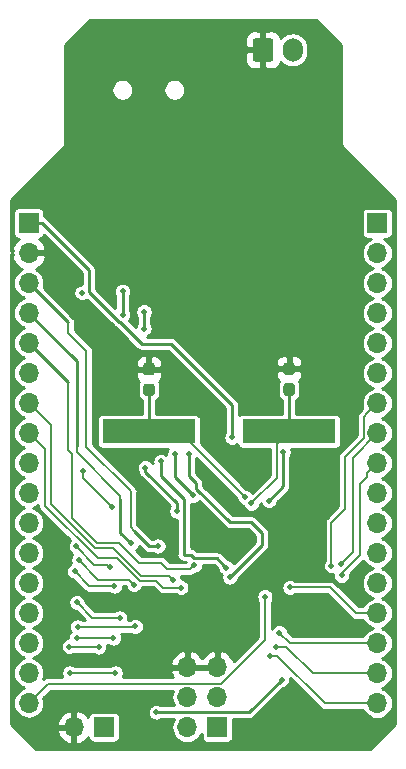
<source format=gbr>
G04 #@! TF.GenerationSoftware,KiCad,Pcbnew,(5.1.4)-1*
G04 #@! TF.CreationDate,2020-03-23T23:33:49-05:00*
G04 #@! TF.ProjectId,ExOneMicrorocessor,45784f6e-654d-4696-9372-6f726f636573,rev?*
G04 #@! TF.SameCoordinates,Original*
G04 #@! TF.FileFunction,Copper,L2,Bot*
G04 #@! TF.FilePolarity,Positive*
%FSLAX46Y46*%
G04 Gerber Fmt 4.6, Leading zero omitted, Abs format (unit mm)*
G04 Created by KiCad (PCBNEW (5.1.4)-1) date 2020-03-23 23:33:49*
%MOMM*%
%LPD*%
G04 APERTURE LIST*
%ADD10O,1.700000X1.700000*%
%ADD11R,1.700000X1.700000*%
%ADD12R,7.875000X2.000000*%
%ADD13O,1.700000X2.000000*%
%ADD14C,0.100000*%
%ADD15C,1.700000*%
%ADD16C,0.950000*%
%ADD17C,0.500000*%
%ADD18C,0.800000*%
%ADD19C,0.250000*%
%ADD20C,0.200000*%
%ADD21C,0.254000*%
G04 APERTURE END LIST*
D10*
X144195800Y-124942600D03*
D11*
X146735800Y-124942600D03*
D10*
X140360400Y-122885200D03*
X140360400Y-120345200D03*
X140360400Y-117805200D03*
X140360400Y-115265200D03*
X140360400Y-112725200D03*
X140360400Y-110185200D03*
X140360400Y-107645200D03*
X140360400Y-105105200D03*
X140360400Y-102565200D03*
X140360400Y-100025200D03*
X140360400Y-97485200D03*
X140360400Y-94945200D03*
X140360400Y-92405200D03*
X140360400Y-89865200D03*
X140360400Y-87325200D03*
X140360400Y-84785200D03*
D11*
X140360400Y-82245200D03*
D10*
X169875200Y-122910600D03*
X169875200Y-120370600D03*
X169875200Y-117830600D03*
X169875200Y-115290600D03*
X169875200Y-112750600D03*
X169875200Y-110210600D03*
X169875200Y-107670600D03*
X169875200Y-105130600D03*
X169875200Y-102590600D03*
X169875200Y-100050600D03*
X169875200Y-97510600D03*
X169875200Y-94970600D03*
X169875200Y-92430600D03*
X169875200Y-89890600D03*
X169875200Y-87350600D03*
X169875200Y-84810600D03*
D11*
X169875200Y-82270600D03*
D12*
X150532600Y-99898200D03*
X162407600Y-99898200D03*
D10*
X153784300Y-119875300D03*
X156324300Y-119875300D03*
X153784300Y-122415300D03*
X156324300Y-122415300D03*
X153784300Y-124955300D03*
D11*
X156324300Y-124955300D03*
D13*
X162699700Y-67589400D03*
D14*
G36*
X160824204Y-66590604D02*
G01*
X160848473Y-66594204D01*
X160872271Y-66600165D01*
X160895371Y-66608430D01*
X160917549Y-66618920D01*
X160938593Y-66631533D01*
X160958298Y-66646147D01*
X160976477Y-66662623D01*
X160992953Y-66680802D01*
X161007567Y-66700507D01*
X161020180Y-66721551D01*
X161030670Y-66743729D01*
X161038935Y-66766829D01*
X161044896Y-66790627D01*
X161048496Y-66814896D01*
X161049700Y-66839400D01*
X161049700Y-68339400D01*
X161048496Y-68363904D01*
X161044896Y-68388173D01*
X161038935Y-68411971D01*
X161030670Y-68435071D01*
X161020180Y-68457249D01*
X161007567Y-68478293D01*
X160992953Y-68497998D01*
X160976477Y-68516177D01*
X160958298Y-68532653D01*
X160938593Y-68547267D01*
X160917549Y-68559880D01*
X160895371Y-68570370D01*
X160872271Y-68578635D01*
X160848473Y-68584596D01*
X160824204Y-68588196D01*
X160799700Y-68589400D01*
X159599700Y-68589400D01*
X159575196Y-68588196D01*
X159550927Y-68584596D01*
X159527129Y-68578635D01*
X159504029Y-68570370D01*
X159481851Y-68559880D01*
X159460807Y-68547267D01*
X159441102Y-68532653D01*
X159422923Y-68516177D01*
X159406447Y-68497998D01*
X159391833Y-68478293D01*
X159379220Y-68457249D01*
X159368730Y-68435071D01*
X159360465Y-68411971D01*
X159354504Y-68388173D01*
X159350904Y-68363904D01*
X159349700Y-68339400D01*
X159349700Y-66839400D01*
X159350904Y-66814896D01*
X159354504Y-66790627D01*
X159360465Y-66766829D01*
X159368730Y-66743729D01*
X159379220Y-66721551D01*
X159391833Y-66700507D01*
X159406447Y-66680802D01*
X159422923Y-66662623D01*
X159441102Y-66646147D01*
X159460807Y-66631533D01*
X159481851Y-66618920D01*
X159504029Y-66608430D01*
X159527129Y-66600165D01*
X159550927Y-66594204D01*
X159575196Y-66590604D01*
X159599700Y-66589400D01*
X160799700Y-66589400D01*
X160824204Y-66590604D01*
X160824204Y-66590604D01*
G37*
D15*
X160199700Y-67589400D03*
D14*
G36*
X150806579Y-95843744D02*
G01*
X150829634Y-95847163D01*
X150852243Y-95852827D01*
X150874187Y-95860679D01*
X150895257Y-95870644D01*
X150915248Y-95882626D01*
X150933968Y-95896510D01*
X150951238Y-95912162D01*
X150966890Y-95929432D01*
X150980774Y-95948152D01*
X150992756Y-95968143D01*
X151002721Y-95989213D01*
X151010573Y-96011157D01*
X151016237Y-96033766D01*
X151019656Y-96056821D01*
X151020800Y-96080100D01*
X151020800Y-96655100D01*
X151019656Y-96678379D01*
X151016237Y-96701434D01*
X151010573Y-96724043D01*
X151002721Y-96745987D01*
X150992756Y-96767057D01*
X150980774Y-96787048D01*
X150966890Y-96805768D01*
X150951238Y-96823038D01*
X150933968Y-96838690D01*
X150915248Y-96852574D01*
X150895257Y-96864556D01*
X150874187Y-96874521D01*
X150852243Y-96882373D01*
X150829634Y-96888037D01*
X150806579Y-96891456D01*
X150783300Y-96892600D01*
X150308300Y-96892600D01*
X150285021Y-96891456D01*
X150261966Y-96888037D01*
X150239357Y-96882373D01*
X150217413Y-96874521D01*
X150196343Y-96864556D01*
X150176352Y-96852574D01*
X150157632Y-96838690D01*
X150140362Y-96823038D01*
X150124710Y-96805768D01*
X150110826Y-96787048D01*
X150098844Y-96767057D01*
X150088879Y-96745987D01*
X150081027Y-96724043D01*
X150075363Y-96701434D01*
X150071944Y-96678379D01*
X150070800Y-96655100D01*
X150070800Y-96080100D01*
X150071944Y-96056821D01*
X150075363Y-96033766D01*
X150081027Y-96011157D01*
X150088879Y-95989213D01*
X150098844Y-95968143D01*
X150110826Y-95948152D01*
X150124710Y-95929432D01*
X150140362Y-95912162D01*
X150157632Y-95896510D01*
X150176352Y-95882626D01*
X150196343Y-95870644D01*
X150217413Y-95860679D01*
X150239357Y-95852827D01*
X150261966Y-95847163D01*
X150285021Y-95843744D01*
X150308300Y-95842600D01*
X150783300Y-95842600D01*
X150806579Y-95843744D01*
X150806579Y-95843744D01*
G37*
D16*
X150545800Y-96367600D03*
D14*
G36*
X150806579Y-94093744D02*
G01*
X150829634Y-94097163D01*
X150852243Y-94102827D01*
X150874187Y-94110679D01*
X150895257Y-94120644D01*
X150915248Y-94132626D01*
X150933968Y-94146510D01*
X150951238Y-94162162D01*
X150966890Y-94179432D01*
X150980774Y-94198152D01*
X150992756Y-94218143D01*
X151002721Y-94239213D01*
X151010573Y-94261157D01*
X151016237Y-94283766D01*
X151019656Y-94306821D01*
X151020800Y-94330100D01*
X151020800Y-94905100D01*
X151019656Y-94928379D01*
X151016237Y-94951434D01*
X151010573Y-94974043D01*
X151002721Y-94995987D01*
X150992756Y-95017057D01*
X150980774Y-95037048D01*
X150966890Y-95055768D01*
X150951238Y-95073038D01*
X150933968Y-95088690D01*
X150915248Y-95102574D01*
X150895257Y-95114556D01*
X150874187Y-95124521D01*
X150852243Y-95132373D01*
X150829634Y-95138037D01*
X150806579Y-95141456D01*
X150783300Y-95142600D01*
X150308300Y-95142600D01*
X150285021Y-95141456D01*
X150261966Y-95138037D01*
X150239357Y-95132373D01*
X150217413Y-95124521D01*
X150196343Y-95114556D01*
X150176352Y-95102574D01*
X150157632Y-95088690D01*
X150140362Y-95073038D01*
X150124710Y-95055768D01*
X150110826Y-95037048D01*
X150098844Y-95017057D01*
X150088879Y-94995987D01*
X150081027Y-94974043D01*
X150075363Y-94951434D01*
X150071944Y-94928379D01*
X150070800Y-94905100D01*
X150070800Y-94330100D01*
X150071944Y-94306821D01*
X150075363Y-94283766D01*
X150081027Y-94261157D01*
X150088879Y-94239213D01*
X150098844Y-94218143D01*
X150110826Y-94198152D01*
X150124710Y-94179432D01*
X150140362Y-94162162D01*
X150157632Y-94146510D01*
X150176352Y-94132626D01*
X150196343Y-94120644D01*
X150217413Y-94110679D01*
X150239357Y-94102827D01*
X150261966Y-94097163D01*
X150285021Y-94093744D01*
X150308300Y-94092600D01*
X150783300Y-94092600D01*
X150806579Y-94093744D01*
X150806579Y-94093744D01*
G37*
D16*
X150545800Y-94617600D03*
D14*
G36*
X162668379Y-95818344D02*
G01*
X162691434Y-95821763D01*
X162714043Y-95827427D01*
X162735987Y-95835279D01*
X162757057Y-95845244D01*
X162777048Y-95857226D01*
X162795768Y-95871110D01*
X162813038Y-95886762D01*
X162828690Y-95904032D01*
X162842574Y-95922752D01*
X162854556Y-95942743D01*
X162864521Y-95963813D01*
X162872373Y-95985757D01*
X162878037Y-96008366D01*
X162881456Y-96031421D01*
X162882600Y-96054700D01*
X162882600Y-96629700D01*
X162881456Y-96652979D01*
X162878037Y-96676034D01*
X162872373Y-96698643D01*
X162864521Y-96720587D01*
X162854556Y-96741657D01*
X162842574Y-96761648D01*
X162828690Y-96780368D01*
X162813038Y-96797638D01*
X162795768Y-96813290D01*
X162777048Y-96827174D01*
X162757057Y-96839156D01*
X162735987Y-96849121D01*
X162714043Y-96856973D01*
X162691434Y-96862637D01*
X162668379Y-96866056D01*
X162645100Y-96867200D01*
X162170100Y-96867200D01*
X162146821Y-96866056D01*
X162123766Y-96862637D01*
X162101157Y-96856973D01*
X162079213Y-96849121D01*
X162058143Y-96839156D01*
X162038152Y-96827174D01*
X162019432Y-96813290D01*
X162002162Y-96797638D01*
X161986510Y-96780368D01*
X161972626Y-96761648D01*
X161960644Y-96741657D01*
X161950679Y-96720587D01*
X161942827Y-96698643D01*
X161937163Y-96676034D01*
X161933744Y-96652979D01*
X161932600Y-96629700D01*
X161932600Y-96054700D01*
X161933744Y-96031421D01*
X161937163Y-96008366D01*
X161942827Y-95985757D01*
X161950679Y-95963813D01*
X161960644Y-95942743D01*
X161972626Y-95922752D01*
X161986510Y-95904032D01*
X162002162Y-95886762D01*
X162019432Y-95871110D01*
X162038152Y-95857226D01*
X162058143Y-95845244D01*
X162079213Y-95835279D01*
X162101157Y-95827427D01*
X162123766Y-95821763D01*
X162146821Y-95818344D01*
X162170100Y-95817200D01*
X162645100Y-95817200D01*
X162668379Y-95818344D01*
X162668379Y-95818344D01*
G37*
D16*
X162407600Y-96342200D03*
D14*
G36*
X162668379Y-94068344D02*
G01*
X162691434Y-94071763D01*
X162714043Y-94077427D01*
X162735987Y-94085279D01*
X162757057Y-94095244D01*
X162777048Y-94107226D01*
X162795768Y-94121110D01*
X162813038Y-94136762D01*
X162828690Y-94154032D01*
X162842574Y-94172752D01*
X162854556Y-94192743D01*
X162864521Y-94213813D01*
X162872373Y-94235757D01*
X162878037Y-94258366D01*
X162881456Y-94281421D01*
X162882600Y-94304700D01*
X162882600Y-94879700D01*
X162881456Y-94902979D01*
X162878037Y-94926034D01*
X162872373Y-94948643D01*
X162864521Y-94970587D01*
X162854556Y-94991657D01*
X162842574Y-95011648D01*
X162828690Y-95030368D01*
X162813038Y-95047638D01*
X162795768Y-95063290D01*
X162777048Y-95077174D01*
X162757057Y-95089156D01*
X162735987Y-95099121D01*
X162714043Y-95106973D01*
X162691434Y-95112637D01*
X162668379Y-95116056D01*
X162645100Y-95117200D01*
X162170100Y-95117200D01*
X162146821Y-95116056D01*
X162123766Y-95112637D01*
X162101157Y-95106973D01*
X162079213Y-95099121D01*
X162058143Y-95089156D01*
X162038152Y-95077174D01*
X162019432Y-95063290D01*
X162002162Y-95047638D01*
X161986510Y-95030368D01*
X161972626Y-95011648D01*
X161960644Y-94991657D01*
X161950679Y-94970587D01*
X161942827Y-94948643D01*
X161937163Y-94926034D01*
X161933744Y-94902979D01*
X161932600Y-94879700D01*
X161932600Y-94304700D01*
X161933744Y-94281421D01*
X161937163Y-94258366D01*
X161942827Y-94235757D01*
X161950679Y-94213813D01*
X161960644Y-94192743D01*
X161972626Y-94172752D01*
X161986510Y-94154032D01*
X162002162Y-94136762D01*
X162019432Y-94121110D01*
X162038152Y-94107226D01*
X162058143Y-94095244D01*
X162079213Y-94085279D01*
X162101157Y-94077427D01*
X162123766Y-94071763D01*
X162146821Y-94068344D01*
X162170100Y-94067200D01*
X162645100Y-94067200D01*
X162668379Y-94068344D01*
X162668379Y-94068344D01*
G37*
D16*
X162407600Y-94592200D03*
D17*
X144881600Y-88163400D03*
X160700720Y-105750360D03*
X161894520Y-101625400D03*
D18*
X156667200Y-94640400D03*
X152984200Y-94640400D03*
X154762200Y-96418400D03*
X153873200Y-95529400D03*
X155397200Y-92989400D03*
X156032200Y-93751400D03*
D17*
X145237200Y-89306400D03*
D18*
X155016200Y-85242400D03*
X151079200Y-81432400D03*
X145872200Y-81432400D03*
X153492200Y-75717400D03*
X148920200Y-75463400D03*
X161239200Y-77241400D03*
X163017200Y-83845400D03*
X159334200Y-90703400D03*
X157556200Y-93433900D03*
D17*
X160159700Y-96989900D03*
D18*
X161417000Y-109347000D03*
X150901400Y-108026200D03*
X155829000Y-107467400D03*
D17*
X156667200Y-105841800D03*
D18*
X163195000Y-92887800D03*
D17*
X159207200Y-105994200D03*
X158699200Y-105486200D03*
X161772600Y-120929400D03*
X151155400Y-123672600D03*
X162483800Y-113106200D03*
X161582100Y-116941600D03*
X161264600Y-118110000D03*
X160769300Y-118884700D03*
X147675600Y-120357900D03*
X143840200Y-120357900D03*
X146304000Y-118148100D03*
X143802100Y-118122700D03*
X147535900Y-117386100D03*
X144424400Y-117373400D03*
X149390100Y-116408200D03*
X144513300Y-116446300D03*
X148056600Y-115684300D03*
X144437100Y-114363500D03*
X147612100Y-112991900D03*
X144246600Y-111734600D03*
X160362900Y-113880900D03*
X157581600Y-100406200D03*
X165989000Y-111277400D03*
X166801800Y-111125000D03*
X166852600Y-112090200D03*
X149275800Y-112877600D03*
X144602200Y-110782100D03*
X147256500Y-111417100D03*
X144399000Y-109639100D03*
X153250900Y-113118900D03*
X152577800Y-112445800D03*
X153898600Y-101777800D03*
X157403800Y-112217200D03*
X147421600Y-106311700D03*
X144919700Y-103276400D03*
X154393900Y-111213900D03*
X151561800Y-102438200D03*
X157073600Y-111429800D03*
X149047200Y-109372400D03*
X151307800Y-109601000D03*
X150241000Y-102971600D03*
X152908000Y-106629200D03*
X152755600Y-101828600D03*
X154279600Y-105308400D03*
X150126700Y-89763600D03*
X150126700Y-91186000D03*
X148310600Y-88023700D03*
X148310600Y-90017600D03*
D19*
X161894520Y-104556560D02*
X161894520Y-101625400D01*
X160700720Y-105750360D02*
X161894520Y-104556560D01*
D20*
X161344519Y-100961281D02*
X162407600Y-99898200D01*
X161344519Y-103856881D02*
X161344519Y-100961281D01*
X159207200Y-105994200D02*
X161344519Y-103856881D01*
D19*
X162407600Y-97304800D02*
X162407600Y-96342200D01*
X162407600Y-97304800D02*
X162407600Y-99898200D01*
D20*
X153111200Y-99898200D02*
X150532600Y-99898200D01*
X158699200Y-105486200D02*
X153111200Y-99898200D01*
D19*
X150545800Y-99885000D02*
X150532600Y-99898200D01*
X150545800Y-96367600D02*
X150545800Y-99885000D01*
X161772600Y-120929400D02*
X159029400Y-123672600D01*
X159029400Y-123672600D02*
X151155400Y-123672600D01*
D20*
X162483800Y-113106200D02*
X165874700Y-113106200D01*
X168059100Y-115290600D02*
X169875200Y-115290600D01*
X165874700Y-113106200D02*
X168059100Y-115290600D01*
X162471100Y-117830600D02*
X169875200Y-117830600D01*
X161582100Y-116941600D02*
X162471100Y-117830600D01*
X168673119Y-120370600D02*
X169875200Y-120370600D01*
X164445401Y-120370600D02*
X168673119Y-120370600D01*
X162184801Y-118110000D02*
X164445401Y-120370600D01*
X161264600Y-118110000D02*
X162184801Y-118110000D01*
X160769300Y-118884700D02*
X161404300Y-118884700D01*
X165430200Y-122910600D02*
X169875200Y-122910600D01*
X161404300Y-118884700D02*
X165430200Y-122910600D01*
X140373100Y-120357900D02*
X140360400Y-120345200D01*
X147322047Y-120357900D02*
X143840200Y-120357900D01*
X147675600Y-120357900D02*
X147322047Y-120357900D01*
X140703300Y-118148100D02*
X140360400Y-117805200D01*
X143827500Y-118148100D02*
X143802100Y-118122700D01*
X146304000Y-118148100D02*
X143827500Y-118148100D01*
X144437100Y-117386100D02*
X144424400Y-117373400D01*
X147535900Y-117386100D02*
X144437100Y-117386100D01*
X149352000Y-116446300D02*
X149390100Y-116408200D01*
X144513300Y-116446300D02*
X149352000Y-116446300D01*
X145757900Y-115684300D02*
X144437100Y-114363500D01*
X148056600Y-115684300D02*
X145757900Y-115684300D01*
X144246600Y-111734600D02*
X145503900Y-112991900D01*
X147612100Y-112991900D02*
X145783300Y-112991900D01*
X145503900Y-112991900D02*
X145783300Y-112991900D01*
X141210399Y-122035201D02*
X140360400Y-122885200D01*
X141980301Y-121265299D02*
X141210399Y-122035201D01*
X154336301Y-121265299D02*
X141980301Y-121265299D01*
X154356002Y-121285000D02*
X154336301Y-121265299D01*
X155752598Y-121285000D02*
X154356002Y-121285000D01*
X155772299Y-121265299D02*
X155752598Y-121285000D01*
X156636303Y-121265299D02*
X155772299Y-121265299D01*
X160362900Y-117538702D02*
X156636303Y-121265299D01*
X160362900Y-113880900D02*
X160362900Y-117538702D01*
D19*
X157581600Y-100406200D02*
X157581600Y-97663000D01*
X157581600Y-97663000D02*
X152400000Y-92481400D01*
X149923398Y-92481400D02*
X149212198Y-91770200D01*
X152400000Y-92481400D02*
X149923398Y-92481400D01*
X141460400Y-82245200D02*
X140360400Y-82245200D01*
X145456601Y-86241401D02*
X141460400Y-82245200D01*
X145456601Y-88052601D02*
X145456601Y-86241401D01*
X147996601Y-90592601D02*
X145456601Y-88052601D01*
X148072801Y-90592601D02*
X147996601Y-90592601D01*
X149212198Y-91731998D02*
X148072801Y-90592601D01*
X149212198Y-91770200D02*
X149212198Y-91731998D01*
D20*
X165989000Y-107619800D02*
X167132000Y-106476800D01*
X165989000Y-111277400D02*
X165989000Y-107619800D01*
X167132000Y-106476800D02*
X167132000Y-102031800D01*
X169025201Y-98360599D02*
X169875200Y-97510600D01*
X168725199Y-98660601D02*
X169025201Y-98360599D01*
X168725199Y-100438601D02*
X168725199Y-98660601D01*
X167132000Y-102031800D02*
X168725199Y-100438601D01*
X166801800Y-111125000D02*
X167817800Y-110109000D01*
X167817800Y-102108000D02*
X169875200Y-100050600D01*
X167817800Y-110109000D02*
X167817800Y-102108000D01*
X168414700Y-110326102D02*
X168414700Y-104330500D01*
X166852600Y-111888202D02*
X168414700Y-110326102D01*
X166852600Y-112090200D02*
X166852600Y-111888202D01*
X168414700Y-104330500D02*
X169025201Y-103719999D01*
X169025201Y-103440599D02*
X169875200Y-102590600D01*
X169025201Y-103719999D02*
X169025201Y-103440599D01*
X148840099Y-112441899D02*
X146261999Y-112441899D01*
X149275800Y-112877600D02*
X148840099Y-112441899D01*
X146261999Y-112441899D02*
X144602200Y-110782100D01*
X147006501Y-111167101D02*
X145927001Y-111167101D01*
X147256500Y-111417100D02*
X147006501Y-111167101D01*
X145927001Y-111167101D02*
X144399000Y-109639100D01*
X151745902Y-113118900D02*
X151161702Y-112534700D01*
X153250900Y-113118900D02*
X151745902Y-113118900D01*
X149746902Y-112534700D02*
X147867302Y-110655100D01*
X151161702Y-112534700D02*
X149746902Y-112534700D01*
X146229002Y-110655100D02*
X141744700Y-106170798D01*
X147867302Y-110655100D02*
X146229002Y-110655100D01*
X141744700Y-101409500D02*
X140360400Y-100025200D01*
X141744700Y-106170798D02*
X141744700Y-101409500D01*
X141210399Y-98335199D02*
X140360400Y-97485200D01*
X142265400Y-99390200D02*
X141210399Y-98335199D01*
X142265400Y-106052101D02*
X142265400Y-99390200D01*
X145973009Y-109759710D02*
X142265400Y-106052101D01*
X152577800Y-112445800D02*
X152266692Y-112134692D01*
X151327393Y-112134692D02*
X151327391Y-112134690D01*
X151327391Y-112134690D02*
X149912590Y-112134690D01*
X149912590Y-112134690D02*
X147537610Y-109759710D01*
X152266692Y-112134692D02*
X151327393Y-112134692D01*
X147537610Y-109759710D02*
X145973009Y-109759710D01*
D19*
X154559000Y-104736798D02*
X157403800Y-107581598D01*
X154559000Y-104292400D02*
X154559000Y-104736798D01*
X160096200Y-108483400D02*
X160096200Y-109524800D01*
X160096200Y-109524800D02*
X157403800Y-112217200D01*
X159194398Y-107581598D02*
X160096200Y-108483400D01*
X157403800Y-107581598D02*
X159194398Y-107581598D01*
X153898600Y-103632000D02*
X154559000Y-104292400D01*
X153898600Y-101777800D02*
X153898600Y-103632000D01*
D20*
X144919700Y-103809800D02*
X144919700Y-103276400D01*
X147421600Y-106311700D02*
X144919700Y-103809800D01*
D19*
X143649700Y-95694500D02*
X140360400Y-92405200D01*
D20*
X143649700Y-101447600D02*
X144030498Y-101828398D01*
X143649700Y-95694500D02*
X143649700Y-101447600D01*
X144030498Y-101828398D02*
X144030498Y-107251500D01*
X144030498Y-107251500D02*
X146138698Y-109359700D01*
X146138698Y-109359700D02*
X148018500Y-109359700D01*
X148018500Y-109359700D02*
X149682200Y-111023400D01*
X154143901Y-111463899D02*
X154393900Y-111213900D01*
X154059799Y-111548001D02*
X154143901Y-111463899D01*
X152085199Y-111548001D02*
X154059799Y-111548001D01*
X151560598Y-111023400D02*
X152085199Y-111548001D01*
X149682200Y-111023400D02*
X151560598Y-111023400D01*
D19*
X153483001Y-105578601D02*
X153483001Y-110328401D01*
X151561800Y-102438200D02*
X151561800Y-103657400D01*
X151561800Y-103657400D02*
X153483001Y-105578601D01*
X153483001Y-110328401D02*
X153482040Y-110329362D01*
X156823601Y-111179801D02*
X157073600Y-111429800D01*
X156282699Y-110638899D02*
X156823601Y-111179801D01*
X154377699Y-110638899D02*
X156282699Y-110638899D01*
X154067201Y-110328401D02*
X154377699Y-110638899D01*
X153483001Y-110328401D02*
X154067201Y-110328401D01*
X149047200Y-109372400D02*
X148132800Y-108458000D01*
X144424400Y-93929200D02*
X139827000Y-89331800D01*
X144424400Y-101117400D02*
X144424400Y-93929200D01*
D20*
X148132800Y-105365001D02*
X148132800Y-105587800D01*
X144424400Y-101656601D02*
X148132800Y-105365001D01*
X144424400Y-101117400D02*
X144424400Y-101656601D01*
D19*
X148132800Y-108458000D02*
X148132800Y-105587800D01*
X151307800Y-109601000D02*
X150571200Y-109601000D01*
X150571200Y-109601000D02*
X149301200Y-108331000D01*
X143700500Y-90665300D02*
X140360400Y-87325200D01*
D20*
X145237200Y-101219000D02*
X148996400Y-104978200D01*
X145237200Y-93079180D02*
X145237200Y-101219000D01*
X143700500Y-90665300D02*
X143700500Y-91542480D01*
X143700500Y-91542480D02*
X145237200Y-93079180D01*
X148996400Y-108026200D02*
X149301200Y-108331000D01*
X148996400Y-104978200D02*
X148996400Y-108026200D01*
D19*
X150241000Y-103325153D02*
X152908000Y-105992153D01*
X150241000Y-102971600D02*
X150241000Y-103325153D01*
X152908000Y-105992153D02*
X152908000Y-106629200D01*
X152755600Y-101828600D02*
X152755600Y-103784400D01*
X152755600Y-103784400D02*
X154279600Y-105308400D01*
X150126700Y-89763600D02*
X150126700Y-91186000D01*
X148310600Y-88023700D02*
X148310600Y-90017600D01*
D21*
G36*
X164884946Y-123404793D02*
G01*
X164907962Y-123432838D01*
X165019880Y-123524687D01*
X165147567Y-123592937D01*
X165286115Y-123634965D01*
X165394095Y-123645600D01*
X165394104Y-123645600D01*
X165430199Y-123649155D01*
X165466294Y-123645600D01*
X168584243Y-123645600D01*
X168634494Y-123739614D01*
X168820066Y-123965734D01*
X169046186Y-124151306D01*
X169304166Y-124289199D01*
X169584089Y-124374113D01*
X169802250Y-124395600D01*
X169948150Y-124395600D01*
X170166311Y-124374113D01*
X170446234Y-124289199D01*
X170704214Y-124151306D01*
X170930334Y-123965734D01*
X171115906Y-123739614D01*
X171247200Y-123493980D01*
X171247200Y-124618419D01*
X169220820Y-126644800D01*
X141065581Y-126644800D01*
X139720272Y-125299491D01*
X142754319Y-125299491D01*
X142851643Y-125573852D01*
X143000622Y-125823955D01*
X143195531Y-126040188D01*
X143428880Y-126214241D01*
X143691701Y-126339425D01*
X143838910Y-126384076D01*
X144068800Y-126262755D01*
X144068800Y-125069600D01*
X142874986Y-125069600D01*
X142754319Y-125299491D01*
X139720272Y-125299491D01*
X139039200Y-124618420D01*
X139039200Y-124585709D01*
X142754319Y-124585709D01*
X142874986Y-124815600D01*
X144068800Y-124815600D01*
X144068800Y-123622445D01*
X144322800Y-123622445D01*
X144322800Y-124815600D01*
X144342800Y-124815600D01*
X144342800Y-125069600D01*
X144322800Y-125069600D01*
X144322800Y-126262755D01*
X144552690Y-126384076D01*
X144699899Y-126339425D01*
X144962720Y-126214241D01*
X145196069Y-126040188D01*
X145271834Y-125956134D01*
X145296298Y-126036780D01*
X145355263Y-126147094D01*
X145434615Y-126243785D01*
X145531306Y-126323137D01*
X145641620Y-126382102D01*
X145761318Y-126418412D01*
X145885800Y-126430672D01*
X147585800Y-126430672D01*
X147710282Y-126418412D01*
X147829980Y-126382102D01*
X147940294Y-126323137D01*
X148036985Y-126243785D01*
X148116337Y-126147094D01*
X148175302Y-126036780D01*
X148211612Y-125917082D01*
X148223872Y-125792600D01*
X148223872Y-124092600D01*
X148211612Y-123968118D01*
X148175302Y-123848420D01*
X148116337Y-123738106D01*
X148036985Y-123641415D01*
X147940294Y-123562063D01*
X147829980Y-123503098D01*
X147710282Y-123466788D01*
X147585800Y-123454528D01*
X145885800Y-123454528D01*
X145761318Y-123466788D01*
X145641620Y-123503098D01*
X145531306Y-123562063D01*
X145434615Y-123641415D01*
X145355263Y-123738106D01*
X145296298Y-123848420D01*
X145271834Y-123929066D01*
X145196069Y-123845012D01*
X144962720Y-123670959D01*
X144699899Y-123545775D01*
X144552690Y-123501124D01*
X144322800Y-123622445D01*
X144068800Y-123622445D01*
X143838910Y-123501124D01*
X143691701Y-123545775D01*
X143428880Y-123670959D01*
X143195531Y-123845012D01*
X143000622Y-124061245D01*
X142851643Y-124311348D01*
X142754319Y-124585709D01*
X139039200Y-124585709D01*
X139039200Y-123563620D01*
X139119694Y-123714214D01*
X139305266Y-123940334D01*
X139531386Y-124125906D01*
X139789366Y-124263799D01*
X140069289Y-124348713D01*
X140287450Y-124370200D01*
X140433350Y-124370200D01*
X140651511Y-124348713D01*
X140931434Y-124263799D01*
X141189414Y-124125906D01*
X141415534Y-123940334D01*
X141601106Y-123714214D01*
X141738999Y-123456234D01*
X141823913Y-123176311D01*
X141852585Y-122885200D01*
X141823913Y-122594089D01*
X141792968Y-122492078D01*
X142284748Y-122000299D01*
X152358369Y-122000299D01*
X152320787Y-122124189D01*
X152292115Y-122415300D01*
X152320787Y-122706411D01*
X152383334Y-122912600D01*
X151610938Y-122912600D01*
X151574605Y-122888323D01*
X151413545Y-122821610D01*
X151242565Y-122787600D01*
X151068235Y-122787600D01*
X150897255Y-122821610D01*
X150736195Y-122888323D01*
X150591245Y-122985176D01*
X150467976Y-123108445D01*
X150371123Y-123253395D01*
X150304410Y-123414455D01*
X150270400Y-123585435D01*
X150270400Y-123759765D01*
X150304410Y-123930745D01*
X150371123Y-124091805D01*
X150467976Y-124236755D01*
X150591245Y-124360024D01*
X150736195Y-124456877D01*
X150897255Y-124523590D01*
X151068235Y-124557600D01*
X151242565Y-124557600D01*
X151413545Y-124523590D01*
X151574605Y-124456877D01*
X151610938Y-124432600D01*
X152391039Y-124432600D01*
X152320787Y-124664189D01*
X152292115Y-124955300D01*
X152320787Y-125246411D01*
X152405701Y-125526334D01*
X152543594Y-125784314D01*
X152729166Y-126010434D01*
X152955286Y-126196006D01*
X153213266Y-126333899D01*
X153493189Y-126418813D01*
X153711350Y-126440300D01*
X153857250Y-126440300D01*
X154075411Y-126418813D01*
X154355334Y-126333899D01*
X154613314Y-126196006D01*
X154839434Y-126010434D01*
X154863907Y-125980613D01*
X154884798Y-126049480D01*
X154943763Y-126159794D01*
X155023115Y-126256485D01*
X155119806Y-126335837D01*
X155230120Y-126394802D01*
X155349818Y-126431112D01*
X155474300Y-126443372D01*
X157174300Y-126443372D01*
X157298782Y-126431112D01*
X157418480Y-126394802D01*
X157528794Y-126335837D01*
X157625485Y-126256485D01*
X157704837Y-126159794D01*
X157763802Y-126049480D01*
X157800112Y-125929782D01*
X157812372Y-125805300D01*
X157812372Y-124432600D01*
X158992078Y-124432600D01*
X159029400Y-124436276D01*
X159066722Y-124432600D01*
X159066733Y-124432600D01*
X159178386Y-124421603D01*
X159321647Y-124378146D01*
X159453676Y-124307574D01*
X159569401Y-124212601D01*
X159593204Y-124183597D01*
X161987887Y-121788915D01*
X162030745Y-121780390D01*
X162191805Y-121713677D01*
X162336755Y-121616824D01*
X162460024Y-121493555D01*
X162556877Y-121348605D01*
X162623590Y-121187545D01*
X162630908Y-121150755D01*
X164884946Y-123404793D01*
X164884946Y-123404793D01*
G37*
X164884946Y-123404793D02*
X164907962Y-123432838D01*
X165019880Y-123524687D01*
X165147567Y-123592937D01*
X165286115Y-123634965D01*
X165394095Y-123645600D01*
X165394104Y-123645600D01*
X165430199Y-123649155D01*
X165466294Y-123645600D01*
X168584243Y-123645600D01*
X168634494Y-123739614D01*
X168820066Y-123965734D01*
X169046186Y-124151306D01*
X169304166Y-124289199D01*
X169584089Y-124374113D01*
X169802250Y-124395600D01*
X169948150Y-124395600D01*
X170166311Y-124374113D01*
X170446234Y-124289199D01*
X170704214Y-124151306D01*
X170930334Y-123965734D01*
X171115906Y-123739614D01*
X171247200Y-123493980D01*
X171247200Y-124618419D01*
X169220820Y-126644800D01*
X141065581Y-126644800D01*
X139720272Y-125299491D01*
X142754319Y-125299491D01*
X142851643Y-125573852D01*
X143000622Y-125823955D01*
X143195531Y-126040188D01*
X143428880Y-126214241D01*
X143691701Y-126339425D01*
X143838910Y-126384076D01*
X144068800Y-126262755D01*
X144068800Y-125069600D01*
X142874986Y-125069600D01*
X142754319Y-125299491D01*
X139720272Y-125299491D01*
X139039200Y-124618420D01*
X139039200Y-124585709D01*
X142754319Y-124585709D01*
X142874986Y-124815600D01*
X144068800Y-124815600D01*
X144068800Y-123622445D01*
X144322800Y-123622445D01*
X144322800Y-124815600D01*
X144342800Y-124815600D01*
X144342800Y-125069600D01*
X144322800Y-125069600D01*
X144322800Y-126262755D01*
X144552690Y-126384076D01*
X144699899Y-126339425D01*
X144962720Y-126214241D01*
X145196069Y-126040188D01*
X145271834Y-125956134D01*
X145296298Y-126036780D01*
X145355263Y-126147094D01*
X145434615Y-126243785D01*
X145531306Y-126323137D01*
X145641620Y-126382102D01*
X145761318Y-126418412D01*
X145885800Y-126430672D01*
X147585800Y-126430672D01*
X147710282Y-126418412D01*
X147829980Y-126382102D01*
X147940294Y-126323137D01*
X148036985Y-126243785D01*
X148116337Y-126147094D01*
X148175302Y-126036780D01*
X148211612Y-125917082D01*
X148223872Y-125792600D01*
X148223872Y-124092600D01*
X148211612Y-123968118D01*
X148175302Y-123848420D01*
X148116337Y-123738106D01*
X148036985Y-123641415D01*
X147940294Y-123562063D01*
X147829980Y-123503098D01*
X147710282Y-123466788D01*
X147585800Y-123454528D01*
X145885800Y-123454528D01*
X145761318Y-123466788D01*
X145641620Y-123503098D01*
X145531306Y-123562063D01*
X145434615Y-123641415D01*
X145355263Y-123738106D01*
X145296298Y-123848420D01*
X145271834Y-123929066D01*
X145196069Y-123845012D01*
X144962720Y-123670959D01*
X144699899Y-123545775D01*
X144552690Y-123501124D01*
X144322800Y-123622445D01*
X144068800Y-123622445D01*
X143838910Y-123501124D01*
X143691701Y-123545775D01*
X143428880Y-123670959D01*
X143195531Y-123845012D01*
X143000622Y-124061245D01*
X142851643Y-124311348D01*
X142754319Y-124585709D01*
X139039200Y-124585709D01*
X139039200Y-123563620D01*
X139119694Y-123714214D01*
X139305266Y-123940334D01*
X139531386Y-124125906D01*
X139789366Y-124263799D01*
X140069289Y-124348713D01*
X140287450Y-124370200D01*
X140433350Y-124370200D01*
X140651511Y-124348713D01*
X140931434Y-124263799D01*
X141189414Y-124125906D01*
X141415534Y-123940334D01*
X141601106Y-123714214D01*
X141738999Y-123456234D01*
X141823913Y-123176311D01*
X141852585Y-122885200D01*
X141823913Y-122594089D01*
X141792968Y-122492078D01*
X142284748Y-122000299D01*
X152358369Y-122000299D01*
X152320787Y-122124189D01*
X152292115Y-122415300D01*
X152320787Y-122706411D01*
X152383334Y-122912600D01*
X151610938Y-122912600D01*
X151574605Y-122888323D01*
X151413545Y-122821610D01*
X151242565Y-122787600D01*
X151068235Y-122787600D01*
X150897255Y-122821610D01*
X150736195Y-122888323D01*
X150591245Y-122985176D01*
X150467976Y-123108445D01*
X150371123Y-123253395D01*
X150304410Y-123414455D01*
X150270400Y-123585435D01*
X150270400Y-123759765D01*
X150304410Y-123930745D01*
X150371123Y-124091805D01*
X150467976Y-124236755D01*
X150591245Y-124360024D01*
X150736195Y-124456877D01*
X150897255Y-124523590D01*
X151068235Y-124557600D01*
X151242565Y-124557600D01*
X151413545Y-124523590D01*
X151574605Y-124456877D01*
X151610938Y-124432600D01*
X152391039Y-124432600D01*
X152320787Y-124664189D01*
X152292115Y-124955300D01*
X152320787Y-125246411D01*
X152405701Y-125526334D01*
X152543594Y-125784314D01*
X152729166Y-126010434D01*
X152955286Y-126196006D01*
X153213266Y-126333899D01*
X153493189Y-126418813D01*
X153711350Y-126440300D01*
X153857250Y-126440300D01*
X154075411Y-126418813D01*
X154355334Y-126333899D01*
X154613314Y-126196006D01*
X154839434Y-126010434D01*
X154863907Y-125980613D01*
X154884798Y-126049480D01*
X154943763Y-126159794D01*
X155023115Y-126256485D01*
X155119806Y-126335837D01*
X155230120Y-126394802D01*
X155349818Y-126431112D01*
X155474300Y-126443372D01*
X157174300Y-126443372D01*
X157298782Y-126431112D01*
X157418480Y-126394802D01*
X157528794Y-126335837D01*
X157625485Y-126256485D01*
X157704837Y-126159794D01*
X157763802Y-126049480D01*
X157800112Y-125929782D01*
X157812372Y-125805300D01*
X157812372Y-124432600D01*
X158992078Y-124432600D01*
X159029400Y-124436276D01*
X159066722Y-124432600D01*
X159066733Y-124432600D01*
X159178386Y-124421603D01*
X159321647Y-124378146D01*
X159453676Y-124307574D01*
X159569401Y-124212601D01*
X159593204Y-124183597D01*
X161987887Y-121788915D01*
X162030745Y-121780390D01*
X162191805Y-121713677D01*
X162336755Y-121616824D01*
X162460024Y-121493555D01*
X162556877Y-121348605D01*
X162623590Y-121187545D01*
X162630908Y-121150755D01*
X164884946Y-123404793D01*
G36*
X171247200Y-122327220D02*
G01*
X171115906Y-122081586D01*
X170930334Y-121855466D01*
X170704214Y-121669894D01*
X170649409Y-121640600D01*
X170704214Y-121611306D01*
X170930334Y-121425734D01*
X171115906Y-121199614D01*
X171247200Y-120953980D01*
X171247200Y-122327220D01*
X171247200Y-122327220D01*
G37*
X171247200Y-122327220D02*
X171115906Y-122081586D01*
X170930334Y-121855466D01*
X170704214Y-121669894D01*
X170649409Y-121640600D01*
X170704214Y-121611306D01*
X170930334Y-121425734D01*
X171115906Y-121199614D01*
X171247200Y-120953980D01*
X171247200Y-122327220D01*
G36*
X139119694Y-121174214D02*
G01*
X139305266Y-121400334D01*
X139531386Y-121585906D01*
X139586191Y-121615200D01*
X139531386Y-121644494D01*
X139305266Y-121830066D01*
X139119694Y-122056186D01*
X139039200Y-122206780D01*
X139039200Y-121023620D01*
X139119694Y-121174214D01*
X139119694Y-121174214D01*
G37*
X139119694Y-121174214D02*
X139305266Y-121400334D01*
X139531386Y-121585906D01*
X139586191Y-121615200D01*
X139531386Y-121644494D01*
X139305266Y-121830066D01*
X139119694Y-122056186D01*
X139039200Y-122206780D01*
X139039200Y-121023620D01*
X139119694Y-121174214D01*
G36*
X166637808Y-101486546D02*
G01*
X166609763Y-101509562D01*
X166517914Y-101621480D01*
X166454314Y-101740467D01*
X166449664Y-101749167D01*
X166407635Y-101887715D01*
X166393444Y-102031800D01*
X166397001Y-102067915D01*
X166397000Y-106172353D01*
X165494808Y-107074546D01*
X165466763Y-107097562D01*
X165374914Y-107209480D01*
X165307958Y-107334746D01*
X165306664Y-107337167D01*
X165264635Y-107475715D01*
X165250444Y-107619800D01*
X165254001Y-107655915D01*
X165254000Y-110784447D01*
X165204723Y-110858195D01*
X165138010Y-111019255D01*
X165104000Y-111190235D01*
X165104000Y-111364565D01*
X165138010Y-111535545D01*
X165204723Y-111696605D01*
X165301576Y-111841555D01*
X165424845Y-111964824D01*
X165569795Y-112061677D01*
X165730855Y-112128390D01*
X165901835Y-112162400D01*
X165967600Y-112162400D01*
X165967600Y-112177365D01*
X166001610Y-112348345D01*
X166015341Y-112381496D01*
X165910805Y-112371200D01*
X165874700Y-112367644D01*
X165838595Y-112371200D01*
X162976753Y-112371200D01*
X162903005Y-112321923D01*
X162741945Y-112255210D01*
X162570965Y-112221200D01*
X162396635Y-112221200D01*
X162225655Y-112255210D01*
X162064595Y-112321923D01*
X161919645Y-112418776D01*
X161796376Y-112542045D01*
X161699523Y-112686995D01*
X161632810Y-112848055D01*
X161598800Y-113019035D01*
X161598800Y-113193365D01*
X161632810Y-113364345D01*
X161699523Y-113525405D01*
X161796376Y-113670355D01*
X161919645Y-113793624D01*
X162064595Y-113890477D01*
X162225655Y-113957190D01*
X162396635Y-113991200D01*
X162570965Y-113991200D01*
X162741945Y-113957190D01*
X162903005Y-113890477D01*
X162976753Y-113841200D01*
X165570254Y-113841200D01*
X167513846Y-115784793D01*
X167536862Y-115812838D01*
X167648780Y-115904687D01*
X167776467Y-115972937D01*
X167872986Y-116002216D01*
X167915014Y-116014965D01*
X167929232Y-116016365D01*
X168022995Y-116025600D01*
X168023002Y-116025600D01*
X168059099Y-116029155D01*
X168095196Y-116025600D01*
X168584243Y-116025600D01*
X168634494Y-116119614D01*
X168820066Y-116345734D01*
X169046186Y-116531306D01*
X169100991Y-116560600D01*
X169046186Y-116589894D01*
X168820066Y-116775466D01*
X168634494Y-117001586D01*
X168584243Y-117095600D01*
X162775547Y-117095600D01*
X162450394Y-116770447D01*
X162433090Y-116683455D01*
X162366377Y-116522395D01*
X162269524Y-116377445D01*
X162146255Y-116254176D01*
X162001305Y-116157323D01*
X161840245Y-116090610D01*
X161669265Y-116056600D01*
X161494935Y-116056600D01*
X161323955Y-116090610D01*
X161162895Y-116157323D01*
X161097900Y-116200751D01*
X161097900Y-114373853D01*
X161147177Y-114300105D01*
X161213890Y-114139045D01*
X161247900Y-113968065D01*
X161247900Y-113793735D01*
X161213890Y-113622755D01*
X161147177Y-113461695D01*
X161050324Y-113316745D01*
X160927055Y-113193476D01*
X160782105Y-113096623D01*
X160621045Y-113029910D01*
X160450065Y-112995900D01*
X160275735Y-112995900D01*
X160104755Y-113029910D01*
X159943695Y-113096623D01*
X159798745Y-113193476D01*
X159675476Y-113316745D01*
X159578623Y-113461695D01*
X159511910Y-113622755D01*
X159477900Y-113793735D01*
X159477900Y-113968065D01*
X159511910Y-114139045D01*
X159578623Y-114300105D01*
X159627900Y-114373853D01*
X159627901Y-117234254D01*
X157646864Y-119215292D01*
X157595941Y-119108380D01*
X157421888Y-118875031D01*
X157205655Y-118680122D01*
X156955552Y-118531143D01*
X156681191Y-118433819D01*
X156451300Y-118554486D01*
X156451300Y-119748300D01*
X156471300Y-119748300D01*
X156471300Y-120002300D01*
X156451300Y-120002300D01*
X156451300Y-120022300D01*
X156197300Y-120022300D01*
X156197300Y-120002300D01*
X153911300Y-120002300D01*
X153911300Y-120022300D01*
X153657300Y-120022300D01*
X153657300Y-120002300D01*
X152464145Y-120002300D01*
X152342824Y-120232190D01*
X152387475Y-120379399D01*
X152459350Y-120530299D01*
X148543646Y-120530299D01*
X148560600Y-120445065D01*
X148560600Y-120270735D01*
X148526590Y-120099755D01*
X148459877Y-119938695D01*
X148363024Y-119793745D01*
X148239755Y-119670476D01*
X148094805Y-119573623D01*
X147961509Y-119518410D01*
X152342824Y-119518410D01*
X152464145Y-119748300D01*
X153657300Y-119748300D01*
X153657300Y-118554486D01*
X153911300Y-118554486D01*
X153911300Y-119748300D01*
X156197300Y-119748300D01*
X156197300Y-118554486D01*
X155967409Y-118433819D01*
X155693048Y-118531143D01*
X155442945Y-118680122D01*
X155226712Y-118875031D01*
X155054300Y-119106180D01*
X154881888Y-118875031D01*
X154665655Y-118680122D01*
X154415552Y-118531143D01*
X154141191Y-118433819D01*
X153911300Y-118554486D01*
X153657300Y-118554486D01*
X153427409Y-118433819D01*
X153153048Y-118531143D01*
X152902945Y-118680122D01*
X152686712Y-118875031D01*
X152512659Y-119108380D01*
X152387475Y-119371201D01*
X152342824Y-119518410D01*
X147961509Y-119518410D01*
X147933745Y-119506910D01*
X147762765Y-119472900D01*
X147588435Y-119472900D01*
X147417455Y-119506910D01*
X147256395Y-119573623D01*
X147182647Y-119622900D01*
X144333153Y-119622900D01*
X144259405Y-119573623D01*
X144098345Y-119506910D01*
X143927365Y-119472900D01*
X143753035Y-119472900D01*
X143582055Y-119506910D01*
X143420995Y-119573623D01*
X143276045Y-119670476D01*
X143152776Y-119793745D01*
X143055923Y-119938695D01*
X142989210Y-120099755D01*
X142955200Y-120270735D01*
X142955200Y-120445065D01*
X142972154Y-120530299D01*
X142016406Y-120530299D01*
X141980301Y-120526743D01*
X141944196Y-120530299D01*
X141836216Y-120540934D01*
X141833217Y-120541844D01*
X141852585Y-120345200D01*
X141823913Y-120054089D01*
X141738999Y-119774166D01*
X141601106Y-119516186D01*
X141415534Y-119290066D01*
X141189414Y-119104494D01*
X141134609Y-119075200D01*
X141189414Y-119045906D01*
X141415534Y-118860334D01*
X141601106Y-118634214D01*
X141738999Y-118376234D01*
X141823913Y-118096311D01*
X141829898Y-118035535D01*
X142917100Y-118035535D01*
X142917100Y-118209865D01*
X142951110Y-118380845D01*
X143017823Y-118541905D01*
X143114676Y-118686855D01*
X143237945Y-118810124D01*
X143382895Y-118906977D01*
X143543955Y-118973690D01*
X143714935Y-119007700D01*
X143889265Y-119007700D01*
X144060245Y-118973690D01*
X144221305Y-118906977D01*
X144257039Y-118883100D01*
X145811047Y-118883100D01*
X145884795Y-118932377D01*
X146045855Y-118999090D01*
X146216835Y-119033100D01*
X146391165Y-119033100D01*
X146562145Y-118999090D01*
X146723205Y-118932377D01*
X146868155Y-118835524D01*
X146991424Y-118712255D01*
X147088277Y-118567305D01*
X147154990Y-118406245D01*
X147189000Y-118235265D01*
X147189000Y-118200327D01*
X147277755Y-118237090D01*
X147448735Y-118271100D01*
X147623065Y-118271100D01*
X147794045Y-118237090D01*
X147955105Y-118170377D01*
X148100055Y-118073524D01*
X148223324Y-117950255D01*
X148320177Y-117805305D01*
X148386890Y-117644245D01*
X148420900Y-117473265D01*
X148420900Y-117298935D01*
X148397501Y-117181300D01*
X148954168Y-117181300D01*
X148970895Y-117192477D01*
X149131955Y-117259190D01*
X149302935Y-117293200D01*
X149477265Y-117293200D01*
X149648245Y-117259190D01*
X149809305Y-117192477D01*
X149954255Y-117095624D01*
X150077524Y-116972355D01*
X150174377Y-116827405D01*
X150241090Y-116666345D01*
X150275100Y-116495365D01*
X150275100Y-116321035D01*
X150241090Y-116150055D01*
X150174377Y-115988995D01*
X150077524Y-115844045D01*
X149954255Y-115720776D01*
X149809305Y-115623923D01*
X149648245Y-115557210D01*
X149477265Y-115523200D01*
X149302935Y-115523200D01*
X149131955Y-115557210D01*
X148970895Y-115623923D01*
X148941600Y-115643497D01*
X148941600Y-115597135D01*
X148907590Y-115426155D01*
X148840877Y-115265095D01*
X148744024Y-115120145D01*
X148620755Y-114996876D01*
X148475805Y-114900023D01*
X148314745Y-114833310D01*
X148143765Y-114799300D01*
X147969435Y-114799300D01*
X147798455Y-114833310D01*
X147637395Y-114900023D01*
X147563647Y-114949300D01*
X146062347Y-114949300D01*
X145305394Y-114192348D01*
X145288090Y-114105355D01*
X145221377Y-113944295D01*
X145124524Y-113799345D01*
X145001255Y-113676076D01*
X144856305Y-113579223D01*
X144695245Y-113512510D01*
X144524265Y-113478500D01*
X144349935Y-113478500D01*
X144178955Y-113512510D01*
X144017895Y-113579223D01*
X143872945Y-113676076D01*
X143749676Y-113799345D01*
X143652823Y-113944295D01*
X143586110Y-114105355D01*
X143552100Y-114276335D01*
X143552100Y-114450665D01*
X143586110Y-114621645D01*
X143652823Y-114782705D01*
X143749676Y-114927655D01*
X143872945Y-115050924D01*
X144017895Y-115147777D01*
X144178955Y-115214490D01*
X144265948Y-115231794D01*
X144595453Y-115561300D01*
X144426135Y-115561300D01*
X144255155Y-115595310D01*
X144094095Y-115662023D01*
X143949145Y-115758876D01*
X143825876Y-115882145D01*
X143729023Y-116027095D01*
X143662310Y-116188155D01*
X143628300Y-116359135D01*
X143628300Y-116533465D01*
X143662310Y-116704445D01*
X143717681Y-116838122D01*
X143640123Y-116954195D01*
X143573410Y-117115255D01*
X143542140Y-117272462D01*
X143382895Y-117338423D01*
X143237945Y-117435276D01*
X143114676Y-117558545D01*
X143017823Y-117703495D01*
X142951110Y-117864555D01*
X142917100Y-118035535D01*
X141829898Y-118035535D01*
X141852585Y-117805200D01*
X141823913Y-117514089D01*
X141738999Y-117234166D01*
X141601106Y-116976186D01*
X141415534Y-116750066D01*
X141189414Y-116564494D01*
X141134609Y-116535200D01*
X141189414Y-116505906D01*
X141415534Y-116320334D01*
X141601106Y-116094214D01*
X141738999Y-115836234D01*
X141823913Y-115556311D01*
X141852585Y-115265200D01*
X141823913Y-114974089D01*
X141738999Y-114694166D01*
X141601106Y-114436186D01*
X141415534Y-114210066D01*
X141189414Y-114024494D01*
X141134609Y-113995200D01*
X141189414Y-113965906D01*
X141415534Y-113780334D01*
X141601106Y-113554214D01*
X141738999Y-113296234D01*
X141823913Y-113016311D01*
X141852585Y-112725200D01*
X141823913Y-112434089D01*
X141738999Y-112154166D01*
X141601106Y-111896186D01*
X141415534Y-111670066D01*
X141189414Y-111484494D01*
X141134609Y-111455200D01*
X141189414Y-111425906D01*
X141415534Y-111240334D01*
X141601106Y-111014214D01*
X141738999Y-110756234D01*
X141823913Y-110476311D01*
X141852585Y-110185200D01*
X141823913Y-109894089D01*
X141738999Y-109614166D01*
X141601106Y-109356186D01*
X141415534Y-109130066D01*
X141189414Y-108944494D01*
X141134609Y-108915200D01*
X141189414Y-108885906D01*
X141415534Y-108700334D01*
X141601106Y-108474214D01*
X141738999Y-108216234D01*
X141823913Y-107936311D01*
X141852585Y-107645200D01*
X141823913Y-107354089D01*
X141795770Y-107261314D01*
X143670650Y-109136195D01*
X143614723Y-109219895D01*
X143548010Y-109380955D01*
X143514000Y-109551935D01*
X143514000Y-109726265D01*
X143548010Y-109897245D01*
X143614723Y-110058305D01*
X143711576Y-110203255D01*
X143834845Y-110326524D01*
X143839947Y-110329933D01*
X143817923Y-110362895D01*
X143751210Y-110523955D01*
X143717200Y-110694935D01*
X143717200Y-110869265D01*
X143744360Y-111005806D01*
X143682445Y-111047176D01*
X143559176Y-111170445D01*
X143462323Y-111315395D01*
X143395610Y-111476455D01*
X143361600Y-111647435D01*
X143361600Y-111821765D01*
X143395610Y-111992745D01*
X143462323Y-112153805D01*
X143559176Y-112298755D01*
X143682445Y-112422024D01*
X143827395Y-112518877D01*
X143988455Y-112585590D01*
X144075448Y-112602894D01*
X144958646Y-113486093D01*
X144981662Y-113514138D01*
X145009706Y-113537153D01*
X145093580Y-113605987D01*
X145221266Y-113674237D01*
X145359815Y-113716265D01*
X145503900Y-113730456D01*
X145540005Y-113726900D01*
X147119147Y-113726900D01*
X147192895Y-113776177D01*
X147353955Y-113842890D01*
X147524935Y-113876900D01*
X147699265Y-113876900D01*
X147870245Y-113842890D01*
X148031305Y-113776177D01*
X148176255Y-113679324D01*
X148299524Y-113556055D01*
X148396377Y-113411105D01*
X148463090Y-113250045D01*
X148466031Y-113235261D01*
X148491523Y-113296805D01*
X148588376Y-113441755D01*
X148711645Y-113565024D01*
X148856595Y-113661877D01*
X149017655Y-113728590D01*
X149188635Y-113762600D01*
X149362965Y-113762600D01*
X149533945Y-113728590D01*
X149695005Y-113661877D01*
X149839955Y-113565024D01*
X149963224Y-113441755D01*
X150060077Y-113296805D01*
X150071304Y-113269700D01*
X150857256Y-113269700D01*
X151200648Y-113613093D01*
X151223664Y-113641138D01*
X151251708Y-113664153D01*
X151335582Y-113732987D01*
X151463268Y-113801237D01*
X151601817Y-113843265D01*
X151745902Y-113857456D01*
X151782007Y-113853900D01*
X152757947Y-113853900D01*
X152831695Y-113903177D01*
X152992755Y-113969890D01*
X153163735Y-114003900D01*
X153338065Y-114003900D01*
X153509045Y-113969890D01*
X153670105Y-113903177D01*
X153815055Y-113806324D01*
X153938324Y-113683055D01*
X154035177Y-113538105D01*
X154101890Y-113377045D01*
X154135900Y-113206065D01*
X154135900Y-113031735D01*
X154101890Y-112860755D01*
X154035177Y-112699695D01*
X153938324Y-112554745D01*
X153815055Y-112431476D01*
X153670105Y-112334623D01*
X153545478Y-112283001D01*
X154023694Y-112283001D01*
X154059799Y-112286557D01*
X154095904Y-112283001D01*
X154203884Y-112272366D01*
X154342432Y-112230338D01*
X154470119Y-112162088D01*
X154568243Y-112081559D01*
X154652045Y-112064890D01*
X154813105Y-111998177D01*
X154958055Y-111901324D01*
X155081324Y-111778055D01*
X155178177Y-111633105D01*
X155244890Y-111472045D01*
X155259440Y-111398899D01*
X155967898Y-111398899D01*
X156214085Y-111645087D01*
X156222610Y-111687945D01*
X156289323Y-111849005D01*
X156386176Y-111993955D01*
X156509445Y-112117224D01*
X156519952Y-112124244D01*
X156518800Y-112130035D01*
X156518800Y-112304365D01*
X156552810Y-112475345D01*
X156619523Y-112636405D01*
X156716376Y-112781355D01*
X156839645Y-112904624D01*
X156984595Y-113001477D01*
X157145655Y-113068190D01*
X157316635Y-113102200D01*
X157490965Y-113102200D01*
X157661945Y-113068190D01*
X157823005Y-113001477D01*
X157967955Y-112904624D01*
X158091224Y-112781355D01*
X158188077Y-112636405D01*
X158254790Y-112475345D01*
X158263315Y-112432486D01*
X160607203Y-110088599D01*
X160636201Y-110064801D01*
X160731174Y-109949076D01*
X160801746Y-109817047D01*
X160845203Y-109673786D01*
X160856200Y-109562133D01*
X160859877Y-109524800D01*
X160856200Y-109487467D01*
X160856200Y-108520733D01*
X160859877Y-108483400D01*
X160845203Y-108334414D01*
X160801746Y-108191153D01*
X160731174Y-108059124D01*
X160659999Y-107972397D01*
X160636201Y-107943399D01*
X160607204Y-107919602D01*
X159758201Y-107070600D01*
X159734399Y-107041597D01*
X159618674Y-106946624D01*
X159486645Y-106876052D01*
X159416762Y-106854854D01*
X159465345Y-106845190D01*
X159626405Y-106778477D01*
X159771355Y-106681624D01*
X159894624Y-106558355D01*
X159991477Y-106413405D01*
X160026832Y-106328051D01*
X160136565Y-106437784D01*
X160281515Y-106534637D01*
X160442575Y-106601350D01*
X160613555Y-106635360D01*
X160787885Y-106635360D01*
X160958865Y-106601350D01*
X161119925Y-106534637D01*
X161264875Y-106437784D01*
X161388144Y-106314515D01*
X161484997Y-106169565D01*
X161551710Y-106008505D01*
X161560235Y-105965646D01*
X162405524Y-105120358D01*
X162434521Y-105096561D01*
X162479788Y-105041403D01*
X162529494Y-104980837D01*
X162600066Y-104848807D01*
X162601899Y-104842763D01*
X162643523Y-104705546D01*
X162654520Y-104593893D01*
X162654520Y-104593884D01*
X162658196Y-104556561D01*
X162654520Y-104519238D01*
X162654520Y-102080938D01*
X162678797Y-102044605D01*
X162745510Y-101883545D01*
X162779520Y-101712565D01*
X162779520Y-101538235D01*
X162779130Y-101536272D01*
X166345100Y-101536272D01*
X166469582Y-101524012D01*
X166589280Y-101487702D01*
X166691050Y-101433304D01*
X166637808Y-101486546D01*
X166637808Y-101486546D01*
G37*
X166637808Y-101486546D02*
X166609763Y-101509562D01*
X166517914Y-101621480D01*
X166454314Y-101740467D01*
X166449664Y-101749167D01*
X166407635Y-101887715D01*
X166393444Y-102031800D01*
X166397001Y-102067915D01*
X166397000Y-106172353D01*
X165494808Y-107074546D01*
X165466763Y-107097562D01*
X165374914Y-107209480D01*
X165307958Y-107334746D01*
X165306664Y-107337167D01*
X165264635Y-107475715D01*
X165250444Y-107619800D01*
X165254001Y-107655915D01*
X165254000Y-110784447D01*
X165204723Y-110858195D01*
X165138010Y-111019255D01*
X165104000Y-111190235D01*
X165104000Y-111364565D01*
X165138010Y-111535545D01*
X165204723Y-111696605D01*
X165301576Y-111841555D01*
X165424845Y-111964824D01*
X165569795Y-112061677D01*
X165730855Y-112128390D01*
X165901835Y-112162400D01*
X165967600Y-112162400D01*
X165967600Y-112177365D01*
X166001610Y-112348345D01*
X166015341Y-112381496D01*
X165910805Y-112371200D01*
X165874700Y-112367644D01*
X165838595Y-112371200D01*
X162976753Y-112371200D01*
X162903005Y-112321923D01*
X162741945Y-112255210D01*
X162570965Y-112221200D01*
X162396635Y-112221200D01*
X162225655Y-112255210D01*
X162064595Y-112321923D01*
X161919645Y-112418776D01*
X161796376Y-112542045D01*
X161699523Y-112686995D01*
X161632810Y-112848055D01*
X161598800Y-113019035D01*
X161598800Y-113193365D01*
X161632810Y-113364345D01*
X161699523Y-113525405D01*
X161796376Y-113670355D01*
X161919645Y-113793624D01*
X162064595Y-113890477D01*
X162225655Y-113957190D01*
X162396635Y-113991200D01*
X162570965Y-113991200D01*
X162741945Y-113957190D01*
X162903005Y-113890477D01*
X162976753Y-113841200D01*
X165570254Y-113841200D01*
X167513846Y-115784793D01*
X167536862Y-115812838D01*
X167648780Y-115904687D01*
X167776467Y-115972937D01*
X167872986Y-116002216D01*
X167915014Y-116014965D01*
X167929232Y-116016365D01*
X168022995Y-116025600D01*
X168023002Y-116025600D01*
X168059099Y-116029155D01*
X168095196Y-116025600D01*
X168584243Y-116025600D01*
X168634494Y-116119614D01*
X168820066Y-116345734D01*
X169046186Y-116531306D01*
X169100991Y-116560600D01*
X169046186Y-116589894D01*
X168820066Y-116775466D01*
X168634494Y-117001586D01*
X168584243Y-117095600D01*
X162775547Y-117095600D01*
X162450394Y-116770447D01*
X162433090Y-116683455D01*
X162366377Y-116522395D01*
X162269524Y-116377445D01*
X162146255Y-116254176D01*
X162001305Y-116157323D01*
X161840245Y-116090610D01*
X161669265Y-116056600D01*
X161494935Y-116056600D01*
X161323955Y-116090610D01*
X161162895Y-116157323D01*
X161097900Y-116200751D01*
X161097900Y-114373853D01*
X161147177Y-114300105D01*
X161213890Y-114139045D01*
X161247900Y-113968065D01*
X161247900Y-113793735D01*
X161213890Y-113622755D01*
X161147177Y-113461695D01*
X161050324Y-113316745D01*
X160927055Y-113193476D01*
X160782105Y-113096623D01*
X160621045Y-113029910D01*
X160450065Y-112995900D01*
X160275735Y-112995900D01*
X160104755Y-113029910D01*
X159943695Y-113096623D01*
X159798745Y-113193476D01*
X159675476Y-113316745D01*
X159578623Y-113461695D01*
X159511910Y-113622755D01*
X159477900Y-113793735D01*
X159477900Y-113968065D01*
X159511910Y-114139045D01*
X159578623Y-114300105D01*
X159627900Y-114373853D01*
X159627901Y-117234254D01*
X157646864Y-119215292D01*
X157595941Y-119108380D01*
X157421888Y-118875031D01*
X157205655Y-118680122D01*
X156955552Y-118531143D01*
X156681191Y-118433819D01*
X156451300Y-118554486D01*
X156451300Y-119748300D01*
X156471300Y-119748300D01*
X156471300Y-120002300D01*
X156451300Y-120002300D01*
X156451300Y-120022300D01*
X156197300Y-120022300D01*
X156197300Y-120002300D01*
X153911300Y-120002300D01*
X153911300Y-120022300D01*
X153657300Y-120022300D01*
X153657300Y-120002300D01*
X152464145Y-120002300D01*
X152342824Y-120232190D01*
X152387475Y-120379399D01*
X152459350Y-120530299D01*
X148543646Y-120530299D01*
X148560600Y-120445065D01*
X148560600Y-120270735D01*
X148526590Y-120099755D01*
X148459877Y-119938695D01*
X148363024Y-119793745D01*
X148239755Y-119670476D01*
X148094805Y-119573623D01*
X147961509Y-119518410D01*
X152342824Y-119518410D01*
X152464145Y-119748300D01*
X153657300Y-119748300D01*
X153657300Y-118554486D01*
X153911300Y-118554486D01*
X153911300Y-119748300D01*
X156197300Y-119748300D01*
X156197300Y-118554486D01*
X155967409Y-118433819D01*
X155693048Y-118531143D01*
X155442945Y-118680122D01*
X155226712Y-118875031D01*
X155054300Y-119106180D01*
X154881888Y-118875031D01*
X154665655Y-118680122D01*
X154415552Y-118531143D01*
X154141191Y-118433819D01*
X153911300Y-118554486D01*
X153657300Y-118554486D01*
X153427409Y-118433819D01*
X153153048Y-118531143D01*
X152902945Y-118680122D01*
X152686712Y-118875031D01*
X152512659Y-119108380D01*
X152387475Y-119371201D01*
X152342824Y-119518410D01*
X147961509Y-119518410D01*
X147933745Y-119506910D01*
X147762765Y-119472900D01*
X147588435Y-119472900D01*
X147417455Y-119506910D01*
X147256395Y-119573623D01*
X147182647Y-119622900D01*
X144333153Y-119622900D01*
X144259405Y-119573623D01*
X144098345Y-119506910D01*
X143927365Y-119472900D01*
X143753035Y-119472900D01*
X143582055Y-119506910D01*
X143420995Y-119573623D01*
X143276045Y-119670476D01*
X143152776Y-119793745D01*
X143055923Y-119938695D01*
X142989210Y-120099755D01*
X142955200Y-120270735D01*
X142955200Y-120445065D01*
X142972154Y-120530299D01*
X142016406Y-120530299D01*
X141980301Y-120526743D01*
X141944196Y-120530299D01*
X141836216Y-120540934D01*
X141833217Y-120541844D01*
X141852585Y-120345200D01*
X141823913Y-120054089D01*
X141738999Y-119774166D01*
X141601106Y-119516186D01*
X141415534Y-119290066D01*
X141189414Y-119104494D01*
X141134609Y-119075200D01*
X141189414Y-119045906D01*
X141415534Y-118860334D01*
X141601106Y-118634214D01*
X141738999Y-118376234D01*
X141823913Y-118096311D01*
X141829898Y-118035535D01*
X142917100Y-118035535D01*
X142917100Y-118209865D01*
X142951110Y-118380845D01*
X143017823Y-118541905D01*
X143114676Y-118686855D01*
X143237945Y-118810124D01*
X143382895Y-118906977D01*
X143543955Y-118973690D01*
X143714935Y-119007700D01*
X143889265Y-119007700D01*
X144060245Y-118973690D01*
X144221305Y-118906977D01*
X144257039Y-118883100D01*
X145811047Y-118883100D01*
X145884795Y-118932377D01*
X146045855Y-118999090D01*
X146216835Y-119033100D01*
X146391165Y-119033100D01*
X146562145Y-118999090D01*
X146723205Y-118932377D01*
X146868155Y-118835524D01*
X146991424Y-118712255D01*
X147088277Y-118567305D01*
X147154990Y-118406245D01*
X147189000Y-118235265D01*
X147189000Y-118200327D01*
X147277755Y-118237090D01*
X147448735Y-118271100D01*
X147623065Y-118271100D01*
X147794045Y-118237090D01*
X147955105Y-118170377D01*
X148100055Y-118073524D01*
X148223324Y-117950255D01*
X148320177Y-117805305D01*
X148386890Y-117644245D01*
X148420900Y-117473265D01*
X148420900Y-117298935D01*
X148397501Y-117181300D01*
X148954168Y-117181300D01*
X148970895Y-117192477D01*
X149131955Y-117259190D01*
X149302935Y-117293200D01*
X149477265Y-117293200D01*
X149648245Y-117259190D01*
X149809305Y-117192477D01*
X149954255Y-117095624D01*
X150077524Y-116972355D01*
X150174377Y-116827405D01*
X150241090Y-116666345D01*
X150275100Y-116495365D01*
X150275100Y-116321035D01*
X150241090Y-116150055D01*
X150174377Y-115988995D01*
X150077524Y-115844045D01*
X149954255Y-115720776D01*
X149809305Y-115623923D01*
X149648245Y-115557210D01*
X149477265Y-115523200D01*
X149302935Y-115523200D01*
X149131955Y-115557210D01*
X148970895Y-115623923D01*
X148941600Y-115643497D01*
X148941600Y-115597135D01*
X148907590Y-115426155D01*
X148840877Y-115265095D01*
X148744024Y-115120145D01*
X148620755Y-114996876D01*
X148475805Y-114900023D01*
X148314745Y-114833310D01*
X148143765Y-114799300D01*
X147969435Y-114799300D01*
X147798455Y-114833310D01*
X147637395Y-114900023D01*
X147563647Y-114949300D01*
X146062347Y-114949300D01*
X145305394Y-114192348D01*
X145288090Y-114105355D01*
X145221377Y-113944295D01*
X145124524Y-113799345D01*
X145001255Y-113676076D01*
X144856305Y-113579223D01*
X144695245Y-113512510D01*
X144524265Y-113478500D01*
X144349935Y-113478500D01*
X144178955Y-113512510D01*
X144017895Y-113579223D01*
X143872945Y-113676076D01*
X143749676Y-113799345D01*
X143652823Y-113944295D01*
X143586110Y-114105355D01*
X143552100Y-114276335D01*
X143552100Y-114450665D01*
X143586110Y-114621645D01*
X143652823Y-114782705D01*
X143749676Y-114927655D01*
X143872945Y-115050924D01*
X144017895Y-115147777D01*
X144178955Y-115214490D01*
X144265948Y-115231794D01*
X144595453Y-115561300D01*
X144426135Y-115561300D01*
X144255155Y-115595310D01*
X144094095Y-115662023D01*
X143949145Y-115758876D01*
X143825876Y-115882145D01*
X143729023Y-116027095D01*
X143662310Y-116188155D01*
X143628300Y-116359135D01*
X143628300Y-116533465D01*
X143662310Y-116704445D01*
X143717681Y-116838122D01*
X143640123Y-116954195D01*
X143573410Y-117115255D01*
X143542140Y-117272462D01*
X143382895Y-117338423D01*
X143237945Y-117435276D01*
X143114676Y-117558545D01*
X143017823Y-117703495D01*
X142951110Y-117864555D01*
X142917100Y-118035535D01*
X141829898Y-118035535D01*
X141852585Y-117805200D01*
X141823913Y-117514089D01*
X141738999Y-117234166D01*
X141601106Y-116976186D01*
X141415534Y-116750066D01*
X141189414Y-116564494D01*
X141134609Y-116535200D01*
X141189414Y-116505906D01*
X141415534Y-116320334D01*
X141601106Y-116094214D01*
X141738999Y-115836234D01*
X141823913Y-115556311D01*
X141852585Y-115265200D01*
X141823913Y-114974089D01*
X141738999Y-114694166D01*
X141601106Y-114436186D01*
X141415534Y-114210066D01*
X141189414Y-114024494D01*
X141134609Y-113995200D01*
X141189414Y-113965906D01*
X141415534Y-113780334D01*
X141601106Y-113554214D01*
X141738999Y-113296234D01*
X141823913Y-113016311D01*
X141852585Y-112725200D01*
X141823913Y-112434089D01*
X141738999Y-112154166D01*
X141601106Y-111896186D01*
X141415534Y-111670066D01*
X141189414Y-111484494D01*
X141134609Y-111455200D01*
X141189414Y-111425906D01*
X141415534Y-111240334D01*
X141601106Y-111014214D01*
X141738999Y-110756234D01*
X141823913Y-110476311D01*
X141852585Y-110185200D01*
X141823913Y-109894089D01*
X141738999Y-109614166D01*
X141601106Y-109356186D01*
X141415534Y-109130066D01*
X141189414Y-108944494D01*
X141134609Y-108915200D01*
X141189414Y-108885906D01*
X141415534Y-108700334D01*
X141601106Y-108474214D01*
X141738999Y-108216234D01*
X141823913Y-107936311D01*
X141852585Y-107645200D01*
X141823913Y-107354089D01*
X141795770Y-107261314D01*
X143670650Y-109136195D01*
X143614723Y-109219895D01*
X143548010Y-109380955D01*
X143514000Y-109551935D01*
X143514000Y-109726265D01*
X143548010Y-109897245D01*
X143614723Y-110058305D01*
X143711576Y-110203255D01*
X143834845Y-110326524D01*
X143839947Y-110329933D01*
X143817923Y-110362895D01*
X143751210Y-110523955D01*
X143717200Y-110694935D01*
X143717200Y-110869265D01*
X143744360Y-111005806D01*
X143682445Y-111047176D01*
X143559176Y-111170445D01*
X143462323Y-111315395D01*
X143395610Y-111476455D01*
X143361600Y-111647435D01*
X143361600Y-111821765D01*
X143395610Y-111992745D01*
X143462323Y-112153805D01*
X143559176Y-112298755D01*
X143682445Y-112422024D01*
X143827395Y-112518877D01*
X143988455Y-112585590D01*
X144075448Y-112602894D01*
X144958646Y-113486093D01*
X144981662Y-113514138D01*
X145009706Y-113537153D01*
X145093580Y-113605987D01*
X145221266Y-113674237D01*
X145359815Y-113716265D01*
X145503900Y-113730456D01*
X145540005Y-113726900D01*
X147119147Y-113726900D01*
X147192895Y-113776177D01*
X147353955Y-113842890D01*
X147524935Y-113876900D01*
X147699265Y-113876900D01*
X147870245Y-113842890D01*
X148031305Y-113776177D01*
X148176255Y-113679324D01*
X148299524Y-113556055D01*
X148396377Y-113411105D01*
X148463090Y-113250045D01*
X148466031Y-113235261D01*
X148491523Y-113296805D01*
X148588376Y-113441755D01*
X148711645Y-113565024D01*
X148856595Y-113661877D01*
X149017655Y-113728590D01*
X149188635Y-113762600D01*
X149362965Y-113762600D01*
X149533945Y-113728590D01*
X149695005Y-113661877D01*
X149839955Y-113565024D01*
X149963224Y-113441755D01*
X150060077Y-113296805D01*
X150071304Y-113269700D01*
X150857256Y-113269700D01*
X151200648Y-113613093D01*
X151223664Y-113641138D01*
X151251708Y-113664153D01*
X151335582Y-113732987D01*
X151463268Y-113801237D01*
X151601817Y-113843265D01*
X151745902Y-113857456D01*
X151782007Y-113853900D01*
X152757947Y-113853900D01*
X152831695Y-113903177D01*
X152992755Y-113969890D01*
X153163735Y-114003900D01*
X153338065Y-114003900D01*
X153509045Y-113969890D01*
X153670105Y-113903177D01*
X153815055Y-113806324D01*
X153938324Y-113683055D01*
X154035177Y-113538105D01*
X154101890Y-113377045D01*
X154135900Y-113206065D01*
X154135900Y-113031735D01*
X154101890Y-112860755D01*
X154035177Y-112699695D01*
X153938324Y-112554745D01*
X153815055Y-112431476D01*
X153670105Y-112334623D01*
X153545478Y-112283001D01*
X154023694Y-112283001D01*
X154059799Y-112286557D01*
X154095904Y-112283001D01*
X154203884Y-112272366D01*
X154342432Y-112230338D01*
X154470119Y-112162088D01*
X154568243Y-112081559D01*
X154652045Y-112064890D01*
X154813105Y-111998177D01*
X154958055Y-111901324D01*
X155081324Y-111778055D01*
X155178177Y-111633105D01*
X155244890Y-111472045D01*
X155259440Y-111398899D01*
X155967898Y-111398899D01*
X156214085Y-111645087D01*
X156222610Y-111687945D01*
X156289323Y-111849005D01*
X156386176Y-111993955D01*
X156509445Y-112117224D01*
X156519952Y-112124244D01*
X156518800Y-112130035D01*
X156518800Y-112304365D01*
X156552810Y-112475345D01*
X156619523Y-112636405D01*
X156716376Y-112781355D01*
X156839645Y-112904624D01*
X156984595Y-113001477D01*
X157145655Y-113068190D01*
X157316635Y-113102200D01*
X157490965Y-113102200D01*
X157661945Y-113068190D01*
X157823005Y-113001477D01*
X157967955Y-112904624D01*
X158091224Y-112781355D01*
X158188077Y-112636405D01*
X158254790Y-112475345D01*
X158263315Y-112432486D01*
X160607203Y-110088599D01*
X160636201Y-110064801D01*
X160731174Y-109949076D01*
X160801746Y-109817047D01*
X160845203Y-109673786D01*
X160856200Y-109562133D01*
X160859877Y-109524800D01*
X160856200Y-109487467D01*
X160856200Y-108520733D01*
X160859877Y-108483400D01*
X160845203Y-108334414D01*
X160801746Y-108191153D01*
X160731174Y-108059124D01*
X160659999Y-107972397D01*
X160636201Y-107943399D01*
X160607204Y-107919602D01*
X159758201Y-107070600D01*
X159734399Y-107041597D01*
X159618674Y-106946624D01*
X159486645Y-106876052D01*
X159416762Y-106854854D01*
X159465345Y-106845190D01*
X159626405Y-106778477D01*
X159771355Y-106681624D01*
X159894624Y-106558355D01*
X159991477Y-106413405D01*
X160026832Y-106328051D01*
X160136565Y-106437784D01*
X160281515Y-106534637D01*
X160442575Y-106601350D01*
X160613555Y-106635360D01*
X160787885Y-106635360D01*
X160958865Y-106601350D01*
X161119925Y-106534637D01*
X161264875Y-106437784D01*
X161388144Y-106314515D01*
X161484997Y-106169565D01*
X161551710Y-106008505D01*
X161560235Y-105965646D01*
X162405524Y-105120358D01*
X162434521Y-105096561D01*
X162479788Y-105041403D01*
X162529494Y-104980837D01*
X162600066Y-104848807D01*
X162601899Y-104842763D01*
X162643523Y-104705546D01*
X162654520Y-104593893D01*
X162654520Y-104593884D01*
X162658196Y-104556561D01*
X162654520Y-104519238D01*
X162654520Y-102080938D01*
X162678797Y-102044605D01*
X162745510Y-101883545D01*
X162779520Y-101712565D01*
X162779520Y-101538235D01*
X162779130Y-101536272D01*
X166345100Y-101536272D01*
X166469582Y-101524012D01*
X166589280Y-101487702D01*
X166691050Y-101433304D01*
X166637808Y-101486546D01*
G36*
X171247200Y-119787220D02*
G01*
X171115906Y-119541586D01*
X170930334Y-119315466D01*
X170704214Y-119129894D01*
X170649409Y-119100600D01*
X170704214Y-119071306D01*
X170930334Y-118885734D01*
X171115906Y-118659614D01*
X171247200Y-118413980D01*
X171247200Y-119787220D01*
X171247200Y-119787220D01*
G37*
X171247200Y-119787220D02*
X171115906Y-119541586D01*
X170930334Y-119315466D01*
X170704214Y-119129894D01*
X170649409Y-119100600D01*
X170704214Y-119071306D01*
X170930334Y-118885734D01*
X171115906Y-118659614D01*
X171247200Y-118413980D01*
X171247200Y-119787220D01*
G36*
X139119694Y-118634214D02*
G01*
X139305266Y-118860334D01*
X139531386Y-119045906D01*
X139586191Y-119075200D01*
X139531386Y-119104494D01*
X139305266Y-119290066D01*
X139119694Y-119516186D01*
X139039200Y-119666780D01*
X139039200Y-118483620D01*
X139119694Y-118634214D01*
X139119694Y-118634214D01*
G37*
X139119694Y-118634214D02*
X139305266Y-118860334D01*
X139531386Y-119045906D01*
X139586191Y-119075200D01*
X139531386Y-119104494D01*
X139305266Y-119290066D01*
X139119694Y-119516186D01*
X139039200Y-119666780D01*
X139039200Y-118483620D01*
X139119694Y-118634214D01*
G36*
X171247200Y-117247220D02*
G01*
X171115906Y-117001586D01*
X170930334Y-116775466D01*
X170704214Y-116589894D01*
X170649409Y-116560600D01*
X170704214Y-116531306D01*
X170930334Y-116345734D01*
X171115906Y-116119614D01*
X171247200Y-115873979D01*
X171247200Y-117247220D01*
X171247200Y-117247220D01*
G37*
X171247200Y-117247220D02*
X171115906Y-117001586D01*
X170930334Y-116775466D01*
X170704214Y-116589894D01*
X170649409Y-116560600D01*
X170704214Y-116531306D01*
X170930334Y-116345734D01*
X171115906Y-116119614D01*
X171247200Y-115873979D01*
X171247200Y-117247220D01*
G36*
X139119694Y-116094214D02*
G01*
X139305266Y-116320334D01*
X139531386Y-116505906D01*
X139586191Y-116535200D01*
X139531386Y-116564494D01*
X139305266Y-116750066D01*
X139119694Y-116976186D01*
X139039200Y-117126780D01*
X139039200Y-115943620D01*
X139119694Y-116094214D01*
X139119694Y-116094214D01*
G37*
X139119694Y-116094214D02*
X139305266Y-116320334D01*
X139531386Y-116505906D01*
X139586191Y-116535200D01*
X139531386Y-116564494D01*
X139305266Y-116750066D01*
X139119694Y-116976186D01*
X139039200Y-117126780D01*
X139039200Y-115943620D01*
X139119694Y-116094214D01*
G36*
X171247200Y-114707221D02*
G01*
X171115906Y-114461586D01*
X170930334Y-114235466D01*
X170704214Y-114049894D01*
X170649409Y-114020600D01*
X170704214Y-113991306D01*
X170930334Y-113805734D01*
X171115906Y-113579614D01*
X171247200Y-113333979D01*
X171247200Y-114707221D01*
X171247200Y-114707221D01*
G37*
X171247200Y-114707221D02*
X171115906Y-114461586D01*
X170930334Y-114235466D01*
X170704214Y-114049894D01*
X170649409Y-114020600D01*
X170704214Y-113991306D01*
X170930334Y-113805734D01*
X171115906Y-113579614D01*
X171247200Y-113333979D01*
X171247200Y-114707221D01*
G36*
X139119694Y-113554214D02*
G01*
X139305266Y-113780334D01*
X139531386Y-113965906D01*
X139586191Y-113995200D01*
X139531386Y-114024494D01*
X139305266Y-114210066D01*
X139119694Y-114436186D01*
X139039200Y-114586780D01*
X139039200Y-113403620D01*
X139119694Y-113554214D01*
X139119694Y-113554214D01*
G37*
X139119694Y-113554214D02*
X139305266Y-113780334D01*
X139531386Y-113965906D01*
X139586191Y-113995200D01*
X139531386Y-114024494D01*
X139305266Y-114210066D01*
X139119694Y-114436186D01*
X139039200Y-114586780D01*
X139039200Y-113403620D01*
X139119694Y-113554214D01*
G36*
X168820066Y-111265734D02*
G01*
X169046186Y-111451306D01*
X169100991Y-111480600D01*
X169046186Y-111509894D01*
X168820066Y-111695466D01*
X168634494Y-111921586D01*
X168496601Y-112179566D01*
X168411687Y-112459489D01*
X168383015Y-112750600D01*
X168411687Y-113041711D01*
X168496601Y-113321634D01*
X168634494Y-113579614D01*
X168820066Y-113805734D01*
X169046186Y-113991306D01*
X169100991Y-114020600D01*
X169046186Y-114049894D01*
X168820066Y-114235466D01*
X168634494Y-114461586D01*
X168584243Y-114555600D01*
X168363547Y-114555600D01*
X166783146Y-112975200D01*
X166939765Y-112975200D01*
X167110745Y-112941190D01*
X167271805Y-112874477D01*
X167416755Y-112777624D01*
X167540024Y-112654355D01*
X167636877Y-112509405D01*
X167703590Y-112348345D01*
X167737600Y-112177365D01*
X167737600Y-112042648D01*
X168682337Y-111097911D01*
X168820066Y-111265734D01*
X168820066Y-111265734D01*
G37*
X168820066Y-111265734D02*
X169046186Y-111451306D01*
X169100991Y-111480600D01*
X169046186Y-111509894D01*
X168820066Y-111695466D01*
X168634494Y-111921586D01*
X168496601Y-112179566D01*
X168411687Y-112459489D01*
X168383015Y-112750600D01*
X168411687Y-113041711D01*
X168496601Y-113321634D01*
X168634494Y-113579614D01*
X168820066Y-113805734D01*
X169046186Y-113991306D01*
X169100991Y-114020600D01*
X169046186Y-114049894D01*
X168820066Y-114235466D01*
X168634494Y-114461586D01*
X168584243Y-114555600D01*
X168363547Y-114555600D01*
X166783146Y-112975200D01*
X166939765Y-112975200D01*
X167110745Y-112941190D01*
X167271805Y-112874477D01*
X167416755Y-112777624D01*
X167540024Y-112654355D01*
X167636877Y-112509405D01*
X167703590Y-112348345D01*
X167737600Y-112177365D01*
X167737600Y-112042648D01*
X168682337Y-111097911D01*
X168820066Y-111265734D01*
G36*
X171247200Y-112167221D02*
G01*
X171115906Y-111921586D01*
X170930334Y-111695466D01*
X170704214Y-111509894D01*
X170649409Y-111480600D01*
X170704214Y-111451306D01*
X170930334Y-111265734D01*
X171115906Y-111039614D01*
X171247200Y-110793979D01*
X171247200Y-112167221D01*
X171247200Y-112167221D01*
G37*
X171247200Y-112167221D02*
X171115906Y-111921586D01*
X170930334Y-111695466D01*
X170704214Y-111509894D01*
X170649409Y-111480600D01*
X170704214Y-111451306D01*
X170930334Y-111265734D01*
X171115906Y-111039614D01*
X171247200Y-110793979D01*
X171247200Y-112167221D01*
G36*
X139119694Y-111014214D02*
G01*
X139305266Y-111240334D01*
X139531386Y-111425906D01*
X139586191Y-111455200D01*
X139531386Y-111484494D01*
X139305266Y-111670066D01*
X139119694Y-111896186D01*
X139039200Y-112046780D01*
X139039200Y-110863620D01*
X139119694Y-111014214D01*
X139119694Y-111014214D01*
G37*
X139119694Y-111014214D02*
X139305266Y-111240334D01*
X139531386Y-111425906D01*
X139586191Y-111455200D01*
X139531386Y-111484494D01*
X139305266Y-111670066D01*
X139119694Y-111896186D01*
X139039200Y-112046780D01*
X139039200Y-110863620D01*
X139119694Y-111014214D01*
G36*
X156840000Y-108092600D02*
G01*
X156863799Y-108121599D01*
X156979524Y-108216572D01*
X157111553Y-108287144D01*
X157254814Y-108330601D01*
X157366467Y-108341598D01*
X157366475Y-108341598D01*
X157403800Y-108345274D01*
X157441125Y-108341598D01*
X158879597Y-108341598D01*
X159336200Y-108798202D01*
X159336201Y-109209997D01*
X157720789Y-110825410D01*
X157637755Y-110742376D01*
X157492805Y-110645523D01*
X157331745Y-110578810D01*
X157288887Y-110570285D01*
X156846502Y-110127901D01*
X156822700Y-110098898D01*
X156706975Y-110003925D01*
X156574946Y-109933353D01*
X156431685Y-109889896D01*
X156320032Y-109878899D01*
X156320021Y-109878899D01*
X156282699Y-109875223D01*
X156245377Y-109878899D01*
X154692500Y-109878899D01*
X154631004Y-109817403D01*
X154607202Y-109788400D01*
X154491477Y-109693427D01*
X154359448Y-109622855D01*
X154243001Y-109587532D01*
X154243001Y-106193400D01*
X154366765Y-106193400D01*
X154537745Y-106159390D01*
X154698805Y-106092677D01*
X154783492Y-106036091D01*
X156840000Y-108092600D01*
X156840000Y-108092600D01*
G37*
X156840000Y-108092600D02*
X156863799Y-108121599D01*
X156979524Y-108216572D01*
X157111553Y-108287144D01*
X157254814Y-108330601D01*
X157366467Y-108341598D01*
X157366475Y-108341598D01*
X157403800Y-108345274D01*
X157441125Y-108341598D01*
X158879597Y-108341598D01*
X159336200Y-108798202D01*
X159336201Y-109209997D01*
X157720789Y-110825410D01*
X157637755Y-110742376D01*
X157492805Y-110645523D01*
X157331745Y-110578810D01*
X157288887Y-110570285D01*
X156846502Y-110127901D01*
X156822700Y-110098898D01*
X156706975Y-110003925D01*
X156574946Y-109933353D01*
X156431685Y-109889896D01*
X156320032Y-109878899D01*
X156320021Y-109878899D01*
X156282699Y-109875223D01*
X156245377Y-109878899D01*
X154692500Y-109878899D01*
X154631004Y-109817403D01*
X154607202Y-109788400D01*
X154491477Y-109693427D01*
X154359448Y-109622855D01*
X154243001Y-109587532D01*
X154243001Y-106193400D01*
X154366765Y-106193400D01*
X154537745Y-106159390D01*
X154698805Y-106092677D01*
X154783492Y-106036091D01*
X156840000Y-108092600D01*
G36*
X146595100Y-101536272D02*
G01*
X151918769Y-101536272D01*
X151904610Y-101570455D01*
X151895086Y-101618334D01*
X151819945Y-101587210D01*
X151648965Y-101553200D01*
X151474635Y-101553200D01*
X151303655Y-101587210D01*
X151142595Y-101653923D01*
X150997645Y-101750776D01*
X150874376Y-101874045D01*
X150777523Y-102018995D01*
X150710810Y-102180055D01*
X150703597Y-102216317D01*
X150660205Y-102187323D01*
X150499145Y-102120610D01*
X150328165Y-102086600D01*
X150153835Y-102086600D01*
X149982855Y-102120610D01*
X149821795Y-102187323D01*
X149676845Y-102284176D01*
X149553576Y-102407445D01*
X149456723Y-102552395D01*
X149390010Y-102713455D01*
X149356000Y-102884435D01*
X149356000Y-103058765D01*
X149390010Y-103229745D01*
X149456723Y-103390805D01*
X149488469Y-103438315D01*
X149491997Y-103474139D01*
X149535454Y-103617400D01*
X149606026Y-103749429D01*
X149700999Y-103865154D01*
X149730001Y-103888956D01*
X152102435Y-106261390D01*
X152057010Y-106371055D01*
X152023000Y-106542035D01*
X152023000Y-106716365D01*
X152057010Y-106887345D01*
X152123723Y-107048405D01*
X152220576Y-107193355D01*
X152343845Y-107316624D01*
X152488795Y-107413477D01*
X152649855Y-107480190D01*
X152723001Y-107494740D01*
X152723002Y-110282273D01*
X152718364Y-110329362D01*
X152733038Y-110478347D01*
X152776494Y-110621608D01*
X152847066Y-110753638D01*
X152895784Y-110813001D01*
X152389646Y-110813001D01*
X152105856Y-110529212D01*
X152082836Y-110501162D01*
X151970918Y-110409313D01*
X151843231Y-110341063D01*
X151808805Y-110330620D01*
X151871955Y-110288424D01*
X151995224Y-110165155D01*
X152092077Y-110020205D01*
X152158790Y-109859145D01*
X152192800Y-109688165D01*
X152192800Y-109513835D01*
X152158790Y-109342855D01*
X152092077Y-109181795D01*
X151995224Y-109036845D01*
X151871955Y-108913576D01*
X151727005Y-108816723D01*
X151565945Y-108750010D01*
X151394965Y-108716000D01*
X151220635Y-108716000D01*
X151049655Y-108750010D01*
X150888595Y-108816723D01*
X150872488Y-108827486D01*
X149812202Y-107767201D01*
X149731400Y-107700888D01*
X149731400Y-105014305D01*
X149734956Y-104978200D01*
X149720765Y-104834115D01*
X149678737Y-104695566D01*
X149610487Y-104567880D01*
X149541653Y-104484006D01*
X149541650Y-104484003D01*
X149518637Y-104455962D01*
X149490597Y-104432950D01*
X146593789Y-101536143D01*
X146595100Y-101536272D01*
X146595100Y-101536272D01*
G37*
X146595100Y-101536272D02*
X151918769Y-101536272D01*
X151904610Y-101570455D01*
X151895086Y-101618334D01*
X151819945Y-101587210D01*
X151648965Y-101553200D01*
X151474635Y-101553200D01*
X151303655Y-101587210D01*
X151142595Y-101653923D01*
X150997645Y-101750776D01*
X150874376Y-101874045D01*
X150777523Y-102018995D01*
X150710810Y-102180055D01*
X150703597Y-102216317D01*
X150660205Y-102187323D01*
X150499145Y-102120610D01*
X150328165Y-102086600D01*
X150153835Y-102086600D01*
X149982855Y-102120610D01*
X149821795Y-102187323D01*
X149676845Y-102284176D01*
X149553576Y-102407445D01*
X149456723Y-102552395D01*
X149390010Y-102713455D01*
X149356000Y-102884435D01*
X149356000Y-103058765D01*
X149390010Y-103229745D01*
X149456723Y-103390805D01*
X149488469Y-103438315D01*
X149491997Y-103474139D01*
X149535454Y-103617400D01*
X149606026Y-103749429D01*
X149700999Y-103865154D01*
X149730001Y-103888956D01*
X152102435Y-106261390D01*
X152057010Y-106371055D01*
X152023000Y-106542035D01*
X152023000Y-106716365D01*
X152057010Y-106887345D01*
X152123723Y-107048405D01*
X152220576Y-107193355D01*
X152343845Y-107316624D01*
X152488795Y-107413477D01*
X152649855Y-107480190D01*
X152723001Y-107494740D01*
X152723002Y-110282273D01*
X152718364Y-110329362D01*
X152733038Y-110478347D01*
X152776494Y-110621608D01*
X152847066Y-110753638D01*
X152895784Y-110813001D01*
X152389646Y-110813001D01*
X152105856Y-110529212D01*
X152082836Y-110501162D01*
X151970918Y-110409313D01*
X151843231Y-110341063D01*
X151808805Y-110330620D01*
X151871955Y-110288424D01*
X151995224Y-110165155D01*
X152092077Y-110020205D01*
X152158790Y-109859145D01*
X152192800Y-109688165D01*
X152192800Y-109513835D01*
X152158790Y-109342855D01*
X152092077Y-109181795D01*
X151995224Y-109036845D01*
X151871955Y-108913576D01*
X151727005Y-108816723D01*
X151565945Y-108750010D01*
X151394965Y-108716000D01*
X151220635Y-108716000D01*
X151049655Y-108750010D01*
X150888595Y-108816723D01*
X150872488Y-108827486D01*
X149812202Y-107767201D01*
X149731400Y-107700888D01*
X149731400Y-105014305D01*
X149734956Y-104978200D01*
X149720765Y-104834115D01*
X149678737Y-104695566D01*
X149610487Y-104567880D01*
X149541653Y-104484006D01*
X149541650Y-104484003D01*
X149518637Y-104455962D01*
X149490597Y-104432950D01*
X146593789Y-101536143D01*
X146595100Y-101536272D01*
G36*
X150007401Y-110112003D02*
G01*
X150031199Y-110141001D01*
X150146924Y-110235974D01*
X150245005Y-110288400D01*
X149986647Y-110288400D01*
X149684713Y-109986466D01*
X149734624Y-109936555D01*
X149773609Y-109878211D01*
X150007401Y-110112003D01*
X150007401Y-110112003D01*
G37*
X150007401Y-110112003D02*
X150031199Y-110141001D01*
X150146924Y-110235974D01*
X150245005Y-110288400D01*
X149986647Y-110288400D01*
X149684713Y-109986466D01*
X149734624Y-109936555D01*
X149773609Y-109878211D01*
X150007401Y-110112003D01*
G36*
X171247200Y-109627221D02*
G01*
X171115906Y-109381586D01*
X170930334Y-109155466D01*
X170704214Y-108969894D01*
X170649409Y-108940600D01*
X170704214Y-108911306D01*
X170930334Y-108725734D01*
X171115906Y-108499614D01*
X171247200Y-108253979D01*
X171247200Y-109627221D01*
X171247200Y-109627221D01*
G37*
X171247200Y-109627221D02*
X171115906Y-109381586D01*
X170930334Y-109155466D01*
X170704214Y-108969894D01*
X170649409Y-108940600D01*
X170704214Y-108911306D01*
X170930334Y-108725734D01*
X171115906Y-108499614D01*
X171247200Y-108253979D01*
X171247200Y-109627221D01*
G36*
X139119694Y-108474214D02*
G01*
X139305266Y-108700334D01*
X139531386Y-108885906D01*
X139586191Y-108915200D01*
X139531386Y-108944494D01*
X139305266Y-109130066D01*
X139119694Y-109356186D01*
X139039200Y-109506780D01*
X139039200Y-108323620D01*
X139119694Y-108474214D01*
X139119694Y-108474214D01*
G37*
X139119694Y-108474214D02*
X139305266Y-108700334D01*
X139531386Y-108885906D01*
X139586191Y-108915200D01*
X139531386Y-108944494D01*
X139305266Y-109130066D01*
X139119694Y-109356186D01*
X139039200Y-109506780D01*
X139039200Y-108323620D01*
X139119694Y-108474214D01*
G36*
X171247200Y-107087221D02*
G01*
X171115906Y-106841586D01*
X170930334Y-106615466D01*
X170704214Y-106429894D01*
X170649409Y-106400600D01*
X170704214Y-106371306D01*
X170930334Y-106185734D01*
X171115906Y-105959614D01*
X171247200Y-105713979D01*
X171247200Y-107087221D01*
X171247200Y-107087221D01*
G37*
X171247200Y-107087221D02*
X171115906Y-106841586D01*
X170930334Y-106615466D01*
X170704214Y-106429894D01*
X170649409Y-106400600D01*
X170704214Y-106371306D01*
X170930334Y-106185734D01*
X171115906Y-105959614D01*
X171247200Y-105713979D01*
X171247200Y-107087221D01*
G36*
X139119694Y-105934214D02*
G01*
X139305266Y-106160334D01*
X139531386Y-106345906D01*
X139586191Y-106375200D01*
X139531386Y-106404494D01*
X139305266Y-106590066D01*
X139119694Y-106816186D01*
X139039200Y-106966780D01*
X139039200Y-105783620D01*
X139119694Y-105934214D01*
X139119694Y-105934214D01*
G37*
X139119694Y-105934214D02*
X139305266Y-106160334D01*
X139531386Y-106345906D01*
X139586191Y-106375200D01*
X139531386Y-106404494D01*
X139305266Y-106590066D01*
X139119694Y-106816186D01*
X139039200Y-106966780D01*
X139039200Y-105783620D01*
X139119694Y-105934214D01*
G36*
X157830906Y-105657353D02*
G01*
X157848210Y-105744345D01*
X157914923Y-105905405D01*
X158011776Y-106050355D01*
X158135045Y-106173624D01*
X158279995Y-106270477D01*
X158381060Y-106312340D01*
X158422923Y-106413405D01*
X158519776Y-106558355D01*
X158643045Y-106681624D01*
X158787995Y-106778477D01*
X158892099Y-106821598D01*
X157718602Y-106821598D01*
X155319000Y-104421997D01*
X155319000Y-104329725D01*
X155322676Y-104292400D01*
X155319000Y-104255075D01*
X155319000Y-104255067D01*
X155308003Y-104143414D01*
X155264546Y-104000153D01*
X155193974Y-103868124D01*
X155099001Y-103752399D01*
X155070004Y-103728602D01*
X154658600Y-103317199D01*
X154658600Y-102485046D01*
X157830906Y-105657353D01*
X157830906Y-105657353D01*
G37*
X157830906Y-105657353D02*
X157848210Y-105744345D01*
X157914923Y-105905405D01*
X158011776Y-106050355D01*
X158135045Y-106173624D01*
X158279995Y-106270477D01*
X158381060Y-106312340D01*
X158422923Y-106413405D01*
X158519776Y-106558355D01*
X158643045Y-106681624D01*
X158787995Y-106778477D01*
X158892099Y-106821598D01*
X157718602Y-106821598D01*
X155319000Y-104421997D01*
X155319000Y-104329725D01*
X155322676Y-104292400D01*
X155319000Y-104255075D01*
X155319000Y-104255067D01*
X155308003Y-104143414D01*
X155264546Y-104000153D01*
X155193974Y-103868124D01*
X155099001Y-103752399D01*
X155070004Y-103728602D01*
X154658600Y-103317199D01*
X154658600Y-102485046D01*
X157830906Y-105657353D01*
G36*
X144696602Y-86556204D02*
G01*
X144696601Y-87297860D01*
X144623455Y-87312410D01*
X144462395Y-87379123D01*
X144317445Y-87475976D01*
X144194176Y-87599245D01*
X144097323Y-87744195D01*
X144030610Y-87905255D01*
X143996600Y-88076235D01*
X143996600Y-88250565D01*
X144030610Y-88421545D01*
X144097323Y-88582605D01*
X144194176Y-88727555D01*
X144317445Y-88850824D01*
X144462395Y-88947677D01*
X144623455Y-89014390D01*
X144794435Y-89048400D01*
X144968765Y-89048400D01*
X145139745Y-89014390D01*
X145283884Y-88954686D01*
X147432806Y-91103609D01*
X147456600Y-91132602D01*
X147485593Y-91156396D01*
X147485597Y-91156400D01*
X147528973Y-91191997D01*
X147572325Y-91227575D01*
X147702618Y-91297219D01*
X148551215Y-92145817D01*
X148577224Y-92194476D01*
X148617069Y-92243026D01*
X148672197Y-92310201D01*
X148701200Y-92334003D01*
X149359599Y-92992402D01*
X149383397Y-93021401D01*
X149499122Y-93116374D01*
X149631151Y-93186946D01*
X149774412Y-93230403D01*
X149886065Y-93241400D01*
X149886073Y-93241400D01*
X149923398Y-93245076D01*
X149960723Y-93241400D01*
X152085199Y-93241400D01*
X156821601Y-97977803D01*
X156821600Y-99950662D01*
X156797323Y-99986995D01*
X156730610Y-100148055D01*
X156696600Y-100319035D01*
X156696600Y-100493365D01*
X156730610Y-100664345D01*
X156797323Y-100825405D01*
X156894176Y-100970355D01*
X157017445Y-101093624D01*
X157162395Y-101190477D01*
X157323455Y-101257190D01*
X157494435Y-101291200D01*
X157668765Y-101291200D01*
X157839745Y-101257190D01*
X157923437Y-101222524D01*
X157939563Y-101252694D01*
X158018915Y-101349385D01*
X158115606Y-101428737D01*
X158225920Y-101487702D01*
X158345618Y-101524012D01*
X158470100Y-101536272D01*
X160609520Y-101536272D01*
X160609519Y-103552434D01*
X159313266Y-104848687D01*
X159263355Y-104798776D01*
X159118405Y-104701923D01*
X158957345Y-104635210D01*
X158870353Y-104617906D01*
X155108172Y-100855726D01*
X155108172Y-98898200D01*
X155095912Y-98773718D01*
X155059602Y-98654020D01*
X155000637Y-98543706D01*
X154921285Y-98447015D01*
X154824594Y-98367663D01*
X154714280Y-98308698D01*
X154594582Y-98272388D01*
X154470100Y-98260128D01*
X151305800Y-98260128D01*
X151305800Y-97353520D01*
X151402423Y-97274223D01*
X151511312Y-97141542D01*
X151592223Y-96990167D01*
X151642048Y-96825916D01*
X151658872Y-96655100D01*
X151658872Y-96080100D01*
X151642048Y-95909284D01*
X151592223Y-95745033D01*
X151511312Y-95593658D01*
X151491701Y-95569761D01*
X151551337Y-95497094D01*
X151610302Y-95386780D01*
X151646612Y-95267082D01*
X151658872Y-95142600D01*
X151655800Y-94903350D01*
X151497050Y-94744600D01*
X150672800Y-94744600D01*
X150672800Y-94764600D01*
X150418800Y-94764600D01*
X150418800Y-94744600D01*
X149594550Y-94744600D01*
X149435800Y-94903350D01*
X149432728Y-95142600D01*
X149444988Y-95267082D01*
X149481298Y-95386780D01*
X149540263Y-95497094D01*
X149599899Y-95569761D01*
X149580288Y-95593658D01*
X149499377Y-95745033D01*
X149449552Y-95909284D01*
X149432728Y-96080100D01*
X149432728Y-96655100D01*
X149449552Y-96825916D01*
X149499377Y-96990167D01*
X149580288Y-97141542D01*
X149689177Y-97274223D01*
X149785800Y-97353520D01*
X149785801Y-98260128D01*
X146595100Y-98260128D01*
X146470618Y-98272388D01*
X146350920Y-98308698D01*
X146240606Y-98367663D01*
X146143915Y-98447015D01*
X146064563Y-98543706D01*
X146005598Y-98654020D01*
X145972200Y-98764118D01*
X145972200Y-94092600D01*
X149432728Y-94092600D01*
X149435800Y-94331850D01*
X149594550Y-94490600D01*
X150418800Y-94490600D01*
X150418800Y-93616350D01*
X150672800Y-93616350D01*
X150672800Y-94490600D01*
X151497050Y-94490600D01*
X151655800Y-94331850D01*
X151658872Y-94092600D01*
X151646612Y-93968118D01*
X151610302Y-93848420D01*
X151551337Y-93738106D01*
X151471985Y-93641415D01*
X151375294Y-93562063D01*
X151264980Y-93503098D01*
X151145282Y-93466788D01*
X151020800Y-93454528D01*
X150831550Y-93457600D01*
X150672800Y-93616350D01*
X150418800Y-93616350D01*
X150260050Y-93457600D01*
X150070800Y-93454528D01*
X149946318Y-93466788D01*
X149826620Y-93503098D01*
X149716306Y-93562063D01*
X149619615Y-93641415D01*
X149540263Y-93738106D01*
X149481298Y-93848420D01*
X149444988Y-93968118D01*
X149432728Y-94092600D01*
X145972200Y-94092600D01*
X145972200Y-93115285D01*
X145975756Y-93079180D01*
X145961565Y-92935094D01*
X145948816Y-92893066D01*
X145919537Y-92796547D01*
X145851287Y-92668860D01*
X145807317Y-92615283D01*
X145782453Y-92584986D01*
X145782450Y-92584983D01*
X145759437Y-92556942D01*
X145731397Y-92533930D01*
X144435500Y-91238034D01*
X144435500Y-90860448D01*
X144449503Y-90814286D01*
X144464176Y-90665300D01*
X144449503Y-90516314D01*
X144406046Y-90373053D01*
X144335474Y-90241024D01*
X144264299Y-90154297D01*
X141801197Y-87691196D01*
X141823913Y-87616311D01*
X141852585Y-87325200D01*
X141823913Y-87034089D01*
X141738999Y-86754166D01*
X141601106Y-86496186D01*
X141415534Y-86270066D01*
X141189414Y-86084494D01*
X141124877Y-86049999D01*
X141241755Y-85980378D01*
X141457988Y-85785469D01*
X141632041Y-85552120D01*
X141757225Y-85289299D01*
X141801876Y-85142090D01*
X141680555Y-84912200D01*
X140487400Y-84912200D01*
X140487400Y-84932200D01*
X140233400Y-84932200D01*
X140233400Y-84912200D01*
X140213400Y-84912200D01*
X140213400Y-84658200D01*
X140233400Y-84658200D01*
X140233400Y-84638200D01*
X140487400Y-84638200D01*
X140487400Y-84658200D01*
X141680555Y-84658200D01*
X141801876Y-84428310D01*
X141757225Y-84281101D01*
X141632041Y-84018280D01*
X141457988Y-83784931D01*
X141373934Y-83709166D01*
X141454580Y-83684702D01*
X141564894Y-83625737D01*
X141661585Y-83546385D01*
X141672943Y-83532545D01*
X144696602Y-86556204D01*
X144696602Y-86556204D01*
G37*
X144696602Y-86556204D02*
X144696601Y-87297860D01*
X144623455Y-87312410D01*
X144462395Y-87379123D01*
X144317445Y-87475976D01*
X144194176Y-87599245D01*
X144097323Y-87744195D01*
X144030610Y-87905255D01*
X143996600Y-88076235D01*
X143996600Y-88250565D01*
X144030610Y-88421545D01*
X144097323Y-88582605D01*
X144194176Y-88727555D01*
X144317445Y-88850824D01*
X144462395Y-88947677D01*
X144623455Y-89014390D01*
X144794435Y-89048400D01*
X144968765Y-89048400D01*
X145139745Y-89014390D01*
X145283884Y-88954686D01*
X147432806Y-91103609D01*
X147456600Y-91132602D01*
X147485593Y-91156396D01*
X147485597Y-91156400D01*
X147528973Y-91191997D01*
X147572325Y-91227575D01*
X147702618Y-91297219D01*
X148551215Y-92145817D01*
X148577224Y-92194476D01*
X148617069Y-92243026D01*
X148672197Y-92310201D01*
X148701200Y-92334003D01*
X149359599Y-92992402D01*
X149383397Y-93021401D01*
X149499122Y-93116374D01*
X149631151Y-93186946D01*
X149774412Y-93230403D01*
X149886065Y-93241400D01*
X149886073Y-93241400D01*
X149923398Y-93245076D01*
X149960723Y-93241400D01*
X152085199Y-93241400D01*
X156821601Y-97977803D01*
X156821600Y-99950662D01*
X156797323Y-99986995D01*
X156730610Y-100148055D01*
X156696600Y-100319035D01*
X156696600Y-100493365D01*
X156730610Y-100664345D01*
X156797323Y-100825405D01*
X156894176Y-100970355D01*
X157017445Y-101093624D01*
X157162395Y-101190477D01*
X157323455Y-101257190D01*
X157494435Y-101291200D01*
X157668765Y-101291200D01*
X157839745Y-101257190D01*
X157923437Y-101222524D01*
X157939563Y-101252694D01*
X158018915Y-101349385D01*
X158115606Y-101428737D01*
X158225920Y-101487702D01*
X158345618Y-101524012D01*
X158470100Y-101536272D01*
X160609520Y-101536272D01*
X160609519Y-103552434D01*
X159313266Y-104848687D01*
X159263355Y-104798776D01*
X159118405Y-104701923D01*
X158957345Y-104635210D01*
X158870353Y-104617906D01*
X155108172Y-100855726D01*
X155108172Y-98898200D01*
X155095912Y-98773718D01*
X155059602Y-98654020D01*
X155000637Y-98543706D01*
X154921285Y-98447015D01*
X154824594Y-98367663D01*
X154714280Y-98308698D01*
X154594582Y-98272388D01*
X154470100Y-98260128D01*
X151305800Y-98260128D01*
X151305800Y-97353520D01*
X151402423Y-97274223D01*
X151511312Y-97141542D01*
X151592223Y-96990167D01*
X151642048Y-96825916D01*
X151658872Y-96655100D01*
X151658872Y-96080100D01*
X151642048Y-95909284D01*
X151592223Y-95745033D01*
X151511312Y-95593658D01*
X151491701Y-95569761D01*
X151551337Y-95497094D01*
X151610302Y-95386780D01*
X151646612Y-95267082D01*
X151658872Y-95142600D01*
X151655800Y-94903350D01*
X151497050Y-94744600D01*
X150672800Y-94744600D01*
X150672800Y-94764600D01*
X150418800Y-94764600D01*
X150418800Y-94744600D01*
X149594550Y-94744600D01*
X149435800Y-94903350D01*
X149432728Y-95142600D01*
X149444988Y-95267082D01*
X149481298Y-95386780D01*
X149540263Y-95497094D01*
X149599899Y-95569761D01*
X149580288Y-95593658D01*
X149499377Y-95745033D01*
X149449552Y-95909284D01*
X149432728Y-96080100D01*
X149432728Y-96655100D01*
X149449552Y-96825916D01*
X149499377Y-96990167D01*
X149580288Y-97141542D01*
X149689177Y-97274223D01*
X149785800Y-97353520D01*
X149785801Y-98260128D01*
X146595100Y-98260128D01*
X146470618Y-98272388D01*
X146350920Y-98308698D01*
X146240606Y-98367663D01*
X146143915Y-98447015D01*
X146064563Y-98543706D01*
X146005598Y-98654020D01*
X145972200Y-98764118D01*
X145972200Y-94092600D01*
X149432728Y-94092600D01*
X149435800Y-94331850D01*
X149594550Y-94490600D01*
X150418800Y-94490600D01*
X150418800Y-93616350D01*
X150672800Y-93616350D01*
X150672800Y-94490600D01*
X151497050Y-94490600D01*
X151655800Y-94331850D01*
X151658872Y-94092600D01*
X151646612Y-93968118D01*
X151610302Y-93848420D01*
X151551337Y-93738106D01*
X151471985Y-93641415D01*
X151375294Y-93562063D01*
X151264980Y-93503098D01*
X151145282Y-93466788D01*
X151020800Y-93454528D01*
X150831550Y-93457600D01*
X150672800Y-93616350D01*
X150418800Y-93616350D01*
X150260050Y-93457600D01*
X150070800Y-93454528D01*
X149946318Y-93466788D01*
X149826620Y-93503098D01*
X149716306Y-93562063D01*
X149619615Y-93641415D01*
X149540263Y-93738106D01*
X149481298Y-93848420D01*
X149444988Y-93968118D01*
X149432728Y-94092600D01*
X145972200Y-94092600D01*
X145972200Y-93115285D01*
X145975756Y-93079180D01*
X145961565Y-92935094D01*
X145948816Y-92893066D01*
X145919537Y-92796547D01*
X145851287Y-92668860D01*
X145807317Y-92615283D01*
X145782453Y-92584986D01*
X145782450Y-92584983D01*
X145759437Y-92556942D01*
X145731397Y-92533930D01*
X144435500Y-91238034D01*
X144435500Y-90860448D01*
X144449503Y-90814286D01*
X144464176Y-90665300D01*
X144449503Y-90516314D01*
X144406046Y-90373053D01*
X144335474Y-90241024D01*
X144264299Y-90154297D01*
X141801197Y-87691196D01*
X141823913Y-87616311D01*
X141852585Y-87325200D01*
X141823913Y-87034089D01*
X141738999Y-86754166D01*
X141601106Y-86496186D01*
X141415534Y-86270066D01*
X141189414Y-86084494D01*
X141124877Y-86049999D01*
X141241755Y-85980378D01*
X141457988Y-85785469D01*
X141632041Y-85552120D01*
X141757225Y-85289299D01*
X141801876Y-85142090D01*
X141680555Y-84912200D01*
X140487400Y-84912200D01*
X140487400Y-84932200D01*
X140233400Y-84932200D01*
X140233400Y-84912200D01*
X140213400Y-84912200D01*
X140213400Y-84658200D01*
X140233400Y-84658200D01*
X140233400Y-84638200D01*
X140487400Y-84638200D01*
X140487400Y-84658200D01*
X141680555Y-84658200D01*
X141801876Y-84428310D01*
X141757225Y-84281101D01*
X141632041Y-84018280D01*
X141457988Y-83784931D01*
X141373934Y-83709166D01*
X141454580Y-83684702D01*
X141564894Y-83625737D01*
X141661585Y-83546385D01*
X141672943Y-83532545D01*
X144696602Y-86556204D01*
G36*
X171247200Y-104547221D02*
G01*
X171115906Y-104301586D01*
X170930334Y-104075466D01*
X170704214Y-103889894D01*
X170649409Y-103860600D01*
X170704214Y-103831306D01*
X170930334Y-103645734D01*
X171115906Y-103419614D01*
X171247200Y-103173979D01*
X171247200Y-104547221D01*
X171247200Y-104547221D01*
G37*
X171247200Y-104547221D02*
X171115906Y-104301586D01*
X170930334Y-104075466D01*
X170704214Y-103889894D01*
X170649409Y-103860600D01*
X170704214Y-103831306D01*
X170930334Y-103645734D01*
X171115906Y-103419614D01*
X171247200Y-103173979D01*
X171247200Y-104547221D01*
G36*
X139119694Y-103394214D02*
G01*
X139305266Y-103620334D01*
X139531386Y-103805906D01*
X139586191Y-103835200D01*
X139531386Y-103864494D01*
X139305266Y-104050066D01*
X139119694Y-104276186D01*
X139039200Y-104426780D01*
X139039200Y-103243620D01*
X139119694Y-103394214D01*
X139119694Y-103394214D01*
G37*
X139119694Y-103394214D02*
X139305266Y-103620334D01*
X139531386Y-103805906D01*
X139586191Y-103835200D01*
X139531386Y-103864494D01*
X139305266Y-104050066D01*
X139119694Y-104276186D01*
X139039200Y-104426780D01*
X139039200Y-103243620D01*
X139119694Y-103394214D01*
G36*
X171247201Y-102007221D02*
G01*
X171115906Y-101761586D01*
X170930334Y-101535466D01*
X170704214Y-101349894D01*
X170649409Y-101320600D01*
X170704214Y-101291306D01*
X170930334Y-101105734D01*
X171115906Y-100879614D01*
X171247201Y-100633979D01*
X171247201Y-102007221D01*
X171247201Y-102007221D01*
G37*
X171247201Y-102007221D02*
X171115906Y-101761586D01*
X170930334Y-101535466D01*
X170704214Y-101349894D01*
X170649409Y-101320600D01*
X170704214Y-101291306D01*
X170930334Y-101105734D01*
X171115906Y-100879614D01*
X171247201Y-100633979D01*
X171247201Y-102007221D01*
G36*
X139119694Y-100854214D02*
G01*
X139305266Y-101080334D01*
X139531386Y-101265906D01*
X139586191Y-101295200D01*
X139531386Y-101324494D01*
X139305266Y-101510066D01*
X139119694Y-101736186D01*
X139039200Y-101886780D01*
X139039200Y-100703620D01*
X139119694Y-100854214D01*
X139119694Y-100854214D01*
G37*
X139119694Y-100854214D02*
X139305266Y-101080334D01*
X139531386Y-101265906D01*
X139586191Y-101295200D01*
X139531386Y-101324494D01*
X139305266Y-101510066D01*
X139119694Y-101736186D01*
X139039200Y-101886780D01*
X139039200Y-100703620D01*
X139119694Y-100854214D01*
G36*
X166675200Y-67253181D02*
G01*
X166675201Y-75456381D01*
X166672008Y-75488800D01*
X166675201Y-75521219D01*
X166684751Y-75618183D01*
X166696199Y-75655922D01*
X166722490Y-75742592D01*
X166783775Y-75857250D01*
X166845586Y-75932566D01*
X166845588Y-75932568D01*
X166866253Y-75957748D01*
X166891432Y-75978412D01*
X171247201Y-80334182D01*
X171247201Y-81055705D01*
X171176385Y-80969415D01*
X171079694Y-80890063D01*
X170969380Y-80831098D01*
X170849682Y-80794788D01*
X170725200Y-80782528D01*
X169025200Y-80782528D01*
X168900718Y-80794788D01*
X168781020Y-80831098D01*
X168670706Y-80890063D01*
X168574015Y-80969415D01*
X168494663Y-81066106D01*
X168435698Y-81176420D01*
X168399388Y-81296118D01*
X168387128Y-81420600D01*
X168387128Y-83120600D01*
X168399388Y-83245082D01*
X168435698Y-83364780D01*
X168494663Y-83475094D01*
X168574015Y-83571785D01*
X168670706Y-83651137D01*
X168781020Y-83710102D01*
X168849887Y-83730993D01*
X168820066Y-83755466D01*
X168634494Y-83981586D01*
X168496601Y-84239566D01*
X168411687Y-84519489D01*
X168383015Y-84810600D01*
X168411687Y-85101711D01*
X168496601Y-85381634D01*
X168634494Y-85639614D01*
X168820066Y-85865734D01*
X169046186Y-86051306D01*
X169100991Y-86080600D01*
X169046186Y-86109894D01*
X168820066Y-86295466D01*
X168634494Y-86521586D01*
X168496601Y-86779566D01*
X168411687Y-87059489D01*
X168383015Y-87350600D01*
X168411687Y-87641711D01*
X168496601Y-87921634D01*
X168634494Y-88179614D01*
X168820066Y-88405734D01*
X169046186Y-88591306D01*
X169100991Y-88620600D01*
X169046186Y-88649894D01*
X168820066Y-88835466D01*
X168634494Y-89061586D01*
X168496601Y-89319566D01*
X168411687Y-89599489D01*
X168383015Y-89890600D01*
X168411687Y-90181711D01*
X168496601Y-90461634D01*
X168634494Y-90719614D01*
X168820066Y-90945734D01*
X169046186Y-91131306D01*
X169100991Y-91160600D01*
X169046186Y-91189894D01*
X168820066Y-91375466D01*
X168634494Y-91601586D01*
X168496601Y-91859566D01*
X168411687Y-92139489D01*
X168383015Y-92430600D01*
X168411687Y-92721711D01*
X168496601Y-93001634D01*
X168634494Y-93259614D01*
X168820066Y-93485734D01*
X169046186Y-93671306D01*
X169100991Y-93700600D01*
X169046186Y-93729894D01*
X168820066Y-93915466D01*
X168634494Y-94141586D01*
X168496601Y-94399566D01*
X168411687Y-94679489D01*
X168383015Y-94970600D01*
X168411687Y-95261711D01*
X168496601Y-95541634D01*
X168634494Y-95799614D01*
X168820066Y-96025734D01*
X169046186Y-96211306D01*
X169100991Y-96240600D01*
X169046186Y-96269894D01*
X168820066Y-96455466D01*
X168634494Y-96681586D01*
X168496601Y-96939566D01*
X168411687Y-97219489D01*
X168383015Y-97510600D01*
X168411687Y-97801711D01*
X168442632Y-97903722D01*
X168231007Y-98115347D01*
X168202962Y-98138363D01*
X168111113Y-98250281D01*
X168063364Y-98339614D01*
X168042863Y-98377968D01*
X168000834Y-98516516D01*
X167986643Y-98660601D01*
X167990200Y-98696716D01*
X167990199Y-100134154D01*
X166880204Y-101244150D01*
X166934602Y-101142380D01*
X166970912Y-101022682D01*
X166983172Y-100898200D01*
X166983172Y-98898200D01*
X166970912Y-98773718D01*
X166934602Y-98654020D01*
X166875637Y-98543706D01*
X166796285Y-98447015D01*
X166699594Y-98367663D01*
X166589280Y-98308698D01*
X166469582Y-98272388D01*
X166345100Y-98260128D01*
X163167600Y-98260128D01*
X163167600Y-97328120D01*
X163264223Y-97248823D01*
X163373112Y-97116142D01*
X163454023Y-96964767D01*
X163503848Y-96800516D01*
X163520672Y-96629700D01*
X163520672Y-96054700D01*
X163503848Y-95883884D01*
X163454023Y-95719633D01*
X163373112Y-95568258D01*
X163353501Y-95544361D01*
X163413137Y-95471694D01*
X163472102Y-95361380D01*
X163508412Y-95241682D01*
X163520672Y-95117200D01*
X163517600Y-94877950D01*
X163358850Y-94719200D01*
X162534600Y-94719200D01*
X162534600Y-94739200D01*
X162280600Y-94739200D01*
X162280600Y-94719200D01*
X161456350Y-94719200D01*
X161297600Y-94877950D01*
X161294528Y-95117200D01*
X161306788Y-95241682D01*
X161343098Y-95361380D01*
X161402063Y-95471694D01*
X161461699Y-95544361D01*
X161442088Y-95568258D01*
X161361177Y-95719633D01*
X161311352Y-95883884D01*
X161294528Y-96054700D01*
X161294528Y-96629700D01*
X161311352Y-96800516D01*
X161361177Y-96964767D01*
X161442088Y-97116142D01*
X161550977Y-97248823D01*
X161647600Y-97328120D01*
X161647600Y-98260128D01*
X158470100Y-98260128D01*
X158345618Y-98272388D01*
X158341600Y-98273607D01*
X158341600Y-97700322D01*
X158345276Y-97663000D01*
X158341600Y-97625677D01*
X158341600Y-97625667D01*
X158330603Y-97514014D01*
X158287146Y-97370753D01*
X158235549Y-97274223D01*
X158216574Y-97238723D01*
X158145399Y-97151997D01*
X158121601Y-97122999D01*
X158092603Y-97099201D01*
X155060602Y-94067200D01*
X161294528Y-94067200D01*
X161297600Y-94306450D01*
X161456350Y-94465200D01*
X162280600Y-94465200D01*
X162280600Y-93590950D01*
X162534600Y-93590950D01*
X162534600Y-94465200D01*
X163358850Y-94465200D01*
X163517600Y-94306450D01*
X163520672Y-94067200D01*
X163508412Y-93942718D01*
X163472102Y-93823020D01*
X163413137Y-93712706D01*
X163333785Y-93616015D01*
X163237094Y-93536663D01*
X163126780Y-93477698D01*
X163007082Y-93441388D01*
X162882600Y-93429128D01*
X162693350Y-93432200D01*
X162534600Y-93590950D01*
X162280600Y-93590950D01*
X162121850Y-93432200D01*
X161932600Y-93429128D01*
X161808118Y-93441388D01*
X161688420Y-93477698D01*
X161578106Y-93536663D01*
X161481415Y-93616015D01*
X161402063Y-93712706D01*
X161343098Y-93823020D01*
X161306788Y-93942718D01*
X161294528Y-94067200D01*
X155060602Y-94067200D01*
X152963804Y-91970403D01*
X152940001Y-91941399D01*
X152824276Y-91846426D01*
X152692247Y-91775854D01*
X152548986Y-91732397D01*
X152437333Y-91721400D01*
X152437322Y-91721400D01*
X152400000Y-91717724D01*
X152362678Y-91721400D01*
X150833338Y-91721400D01*
X150910977Y-91605205D01*
X150977690Y-91444145D01*
X151011700Y-91273165D01*
X151011700Y-91098835D01*
X150977690Y-90927855D01*
X150910977Y-90766795D01*
X150886700Y-90730462D01*
X150886700Y-90219138D01*
X150910977Y-90182805D01*
X150977690Y-90021745D01*
X151011700Y-89850765D01*
X151011700Y-89676435D01*
X150977690Y-89505455D01*
X150910977Y-89344395D01*
X150814124Y-89199445D01*
X150690855Y-89076176D01*
X150545905Y-88979323D01*
X150384845Y-88912610D01*
X150213865Y-88878600D01*
X150039535Y-88878600D01*
X149868555Y-88912610D01*
X149707495Y-88979323D01*
X149562545Y-89076176D01*
X149439276Y-89199445D01*
X149342423Y-89344395D01*
X149275710Y-89505455D01*
X149241700Y-89676435D01*
X149241700Y-89850765D01*
X149275710Y-90021745D01*
X149342423Y-90182805D01*
X149366700Y-90219138D01*
X149366701Y-90730461D01*
X149342423Y-90766795D01*
X149336382Y-90781380D01*
X149053593Y-90498591D01*
X149094877Y-90436805D01*
X149161590Y-90275745D01*
X149195600Y-90104765D01*
X149195600Y-89930435D01*
X149161590Y-89759455D01*
X149094877Y-89598395D01*
X149070600Y-89562062D01*
X149070600Y-88479238D01*
X149094877Y-88442905D01*
X149161590Y-88281845D01*
X149195600Y-88110865D01*
X149195600Y-87936535D01*
X149161590Y-87765555D01*
X149094877Y-87604495D01*
X148998024Y-87459545D01*
X148874755Y-87336276D01*
X148729805Y-87239423D01*
X148568745Y-87172710D01*
X148397765Y-87138700D01*
X148223435Y-87138700D01*
X148052455Y-87172710D01*
X147891395Y-87239423D01*
X147746445Y-87336276D01*
X147623176Y-87459545D01*
X147526323Y-87604495D01*
X147459610Y-87765555D01*
X147425600Y-87936535D01*
X147425600Y-88110865D01*
X147459610Y-88281845D01*
X147526323Y-88442905D01*
X147550600Y-88479238D01*
X147550601Y-89071798D01*
X146216601Y-87737800D01*
X146216601Y-86278726D01*
X146220277Y-86241401D01*
X146216601Y-86204076D01*
X146216601Y-86204068D01*
X146205604Y-86092415D01*
X146162147Y-85949154D01*
X146091575Y-85817125D01*
X145996602Y-85701400D01*
X145967604Y-85677602D01*
X142024204Y-81734203D01*
X142000401Y-81705199D01*
X141884676Y-81610226D01*
X141848472Y-81590874D01*
X141848472Y-81395200D01*
X141836212Y-81270718D01*
X141799902Y-81151020D01*
X141740937Y-81040706D01*
X141661585Y-80944015D01*
X141564894Y-80864663D01*
X141454580Y-80805698D01*
X141334882Y-80769388D01*
X141210400Y-80757128D01*
X139510400Y-80757128D01*
X139385918Y-80769388D01*
X139266220Y-80805698D01*
X139155906Y-80864663D01*
X139059215Y-80944015D01*
X139039200Y-80968403D01*
X139039200Y-80334180D01*
X143394969Y-75978412D01*
X143420148Y-75957748D01*
X143440815Y-75932566D01*
X143502624Y-75857251D01*
X143502625Y-75857250D01*
X143563910Y-75742593D01*
X143601650Y-75618183D01*
X143611200Y-75521219D01*
X143611200Y-75521210D01*
X143614392Y-75488801D01*
X143611200Y-75456392D01*
X143611200Y-70878037D01*
X147210200Y-70878037D01*
X147210200Y-71091763D01*
X147251896Y-71301383D01*
X147333685Y-71498840D01*
X147452425Y-71676547D01*
X147603553Y-71827675D01*
X147781260Y-71946415D01*
X147978717Y-72028204D01*
X148188337Y-72069900D01*
X148402063Y-72069900D01*
X148611683Y-72028204D01*
X148809140Y-71946415D01*
X148986847Y-71827675D01*
X149137975Y-71676547D01*
X149256715Y-71498840D01*
X149338504Y-71301383D01*
X149380200Y-71091763D01*
X149380200Y-70878037D01*
X151610200Y-70878037D01*
X151610200Y-71091763D01*
X151651896Y-71301383D01*
X151733685Y-71498840D01*
X151852425Y-71676547D01*
X152003553Y-71827675D01*
X152181260Y-71946415D01*
X152378717Y-72028204D01*
X152588337Y-72069900D01*
X152802063Y-72069900D01*
X153011683Y-72028204D01*
X153209140Y-71946415D01*
X153386847Y-71827675D01*
X153537975Y-71676547D01*
X153656715Y-71498840D01*
X153738504Y-71301383D01*
X153780200Y-71091763D01*
X153780200Y-70878037D01*
X153738504Y-70668417D01*
X153656715Y-70470960D01*
X153537975Y-70293253D01*
X153386847Y-70142125D01*
X153209140Y-70023385D01*
X153011683Y-69941596D01*
X152802063Y-69899900D01*
X152588337Y-69899900D01*
X152378717Y-69941596D01*
X152181260Y-70023385D01*
X152003553Y-70142125D01*
X151852425Y-70293253D01*
X151733685Y-70470960D01*
X151651896Y-70668417D01*
X151610200Y-70878037D01*
X149380200Y-70878037D01*
X149338504Y-70668417D01*
X149256715Y-70470960D01*
X149137975Y-70293253D01*
X148986847Y-70142125D01*
X148809140Y-70023385D01*
X148611683Y-69941596D01*
X148402063Y-69899900D01*
X148188337Y-69899900D01*
X147978717Y-69941596D01*
X147781260Y-70023385D01*
X147603553Y-70142125D01*
X147452425Y-70293253D01*
X147333685Y-70470960D01*
X147251896Y-70668417D01*
X147210200Y-70878037D01*
X143611200Y-70878037D01*
X143611200Y-68589400D01*
X158711628Y-68589400D01*
X158723888Y-68713882D01*
X158760198Y-68833580D01*
X158819163Y-68943894D01*
X158898515Y-69040585D01*
X158995206Y-69119937D01*
X159105520Y-69178902D01*
X159225218Y-69215212D01*
X159349700Y-69227472D01*
X159913950Y-69224400D01*
X160072700Y-69065650D01*
X160072700Y-67716400D01*
X158873450Y-67716400D01*
X158714700Y-67875150D01*
X158711628Y-68589400D01*
X143611200Y-68589400D01*
X143611200Y-67253180D01*
X144274980Y-66589400D01*
X158711628Y-66589400D01*
X158714700Y-67303650D01*
X158873450Y-67462400D01*
X160072700Y-67462400D01*
X160072700Y-66113150D01*
X160326700Y-66113150D01*
X160326700Y-67462400D01*
X160346700Y-67462400D01*
X160346700Y-67716400D01*
X160326700Y-67716400D01*
X160326700Y-69065650D01*
X160485450Y-69224400D01*
X161049700Y-69227472D01*
X161174182Y-69215212D01*
X161293880Y-69178902D01*
X161404194Y-69119937D01*
X161500885Y-69040585D01*
X161580237Y-68943894D01*
X161639202Y-68833580D01*
X161649755Y-68798792D01*
X161870687Y-68980106D01*
X162128667Y-69117999D01*
X162408590Y-69202913D01*
X162699700Y-69231585D01*
X162990811Y-69202913D01*
X163270734Y-69117999D01*
X163528714Y-68980106D01*
X163754834Y-68794534D01*
X163940406Y-68568414D01*
X164078299Y-68310433D01*
X164163213Y-68030510D01*
X164184700Y-67812349D01*
X164184700Y-67366450D01*
X164163213Y-67148289D01*
X164078299Y-66868366D01*
X163940406Y-66610386D01*
X163754834Y-66384266D01*
X163528713Y-66198694D01*
X163270733Y-66060801D01*
X162990810Y-65975887D01*
X162699700Y-65947215D01*
X162408589Y-65975887D01*
X162128666Y-66060801D01*
X161870686Y-66198694D01*
X161649755Y-66380008D01*
X161639202Y-66345220D01*
X161580237Y-66234906D01*
X161500885Y-66138215D01*
X161404194Y-66058863D01*
X161293880Y-65999898D01*
X161174182Y-65963588D01*
X161049700Y-65951328D01*
X160485450Y-65954400D01*
X160326700Y-66113150D01*
X160072700Y-66113150D01*
X159913950Y-65954400D01*
X159349700Y-65951328D01*
X159225218Y-65963588D01*
X159105520Y-65999898D01*
X158995206Y-66058863D01*
X158898515Y-66138215D01*
X158819163Y-66234906D01*
X158760198Y-66345220D01*
X158723888Y-66464918D01*
X158711628Y-66589400D01*
X144274980Y-66589400D01*
X145637581Y-65226800D01*
X164648820Y-65226800D01*
X166675200Y-67253181D01*
X166675200Y-67253181D01*
G37*
X166675200Y-67253181D02*
X166675201Y-75456381D01*
X166672008Y-75488800D01*
X166675201Y-75521219D01*
X166684751Y-75618183D01*
X166696199Y-75655922D01*
X166722490Y-75742592D01*
X166783775Y-75857250D01*
X166845586Y-75932566D01*
X166845588Y-75932568D01*
X166866253Y-75957748D01*
X166891432Y-75978412D01*
X171247201Y-80334182D01*
X171247201Y-81055705D01*
X171176385Y-80969415D01*
X171079694Y-80890063D01*
X170969380Y-80831098D01*
X170849682Y-80794788D01*
X170725200Y-80782528D01*
X169025200Y-80782528D01*
X168900718Y-80794788D01*
X168781020Y-80831098D01*
X168670706Y-80890063D01*
X168574015Y-80969415D01*
X168494663Y-81066106D01*
X168435698Y-81176420D01*
X168399388Y-81296118D01*
X168387128Y-81420600D01*
X168387128Y-83120600D01*
X168399388Y-83245082D01*
X168435698Y-83364780D01*
X168494663Y-83475094D01*
X168574015Y-83571785D01*
X168670706Y-83651137D01*
X168781020Y-83710102D01*
X168849887Y-83730993D01*
X168820066Y-83755466D01*
X168634494Y-83981586D01*
X168496601Y-84239566D01*
X168411687Y-84519489D01*
X168383015Y-84810600D01*
X168411687Y-85101711D01*
X168496601Y-85381634D01*
X168634494Y-85639614D01*
X168820066Y-85865734D01*
X169046186Y-86051306D01*
X169100991Y-86080600D01*
X169046186Y-86109894D01*
X168820066Y-86295466D01*
X168634494Y-86521586D01*
X168496601Y-86779566D01*
X168411687Y-87059489D01*
X168383015Y-87350600D01*
X168411687Y-87641711D01*
X168496601Y-87921634D01*
X168634494Y-88179614D01*
X168820066Y-88405734D01*
X169046186Y-88591306D01*
X169100991Y-88620600D01*
X169046186Y-88649894D01*
X168820066Y-88835466D01*
X168634494Y-89061586D01*
X168496601Y-89319566D01*
X168411687Y-89599489D01*
X168383015Y-89890600D01*
X168411687Y-90181711D01*
X168496601Y-90461634D01*
X168634494Y-90719614D01*
X168820066Y-90945734D01*
X169046186Y-91131306D01*
X169100991Y-91160600D01*
X169046186Y-91189894D01*
X168820066Y-91375466D01*
X168634494Y-91601586D01*
X168496601Y-91859566D01*
X168411687Y-92139489D01*
X168383015Y-92430600D01*
X168411687Y-92721711D01*
X168496601Y-93001634D01*
X168634494Y-93259614D01*
X168820066Y-93485734D01*
X169046186Y-93671306D01*
X169100991Y-93700600D01*
X169046186Y-93729894D01*
X168820066Y-93915466D01*
X168634494Y-94141586D01*
X168496601Y-94399566D01*
X168411687Y-94679489D01*
X168383015Y-94970600D01*
X168411687Y-95261711D01*
X168496601Y-95541634D01*
X168634494Y-95799614D01*
X168820066Y-96025734D01*
X169046186Y-96211306D01*
X169100991Y-96240600D01*
X169046186Y-96269894D01*
X168820066Y-96455466D01*
X168634494Y-96681586D01*
X168496601Y-96939566D01*
X168411687Y-97219489D01*
X168383015Y-97510600D01*
X168411687Y-97801711D01*
X168442632Y-97903722D01*
X168231007Y-98115347D01*
X168202962Y-98138363D01*
X168111113Y-98250281D01*
X168063364Y-98339614D01*
X168042863Y-98377968D01*
X168000834Y-98516516D01*
X167986643Y-98660601D01*
X167990200Y-98696716D01*
X167990199Y-100134154D01*
X166880204Y-101244150D01*
X166934602Y-101142380D01*
X166970912Y-101022682D01*
X166983172Y-100898200D01*
X166983172Y-98898200D01*
X166970912Y-98773718D01*
X166934602Y-98654020D01*
X166875637Y-98543706D01*
X166796285Y-98447015D01*
X166699594Y-98367663D01*
X166589280Y-98308698D01*
X166469582Y-98272388D01*
X166345100Y-98260128D01*
X163167600Y-98260128D01*
X163167600Y-97328120D01*
X163264223Y-97248823D01*
X163373112Y-97116142D01*
X163454023Y-96964767D01*
X163503848Y-96800516D01*
X163520672Y-96629700D01*
X163520672Y-96054700D01*
X163503848Y-95883884D01*
X163454023Y-95719633D01*
X163373112Y-95568258D01*
X163353501Y-95544361D01*
X163413137Y-95471694D01*
X163472102Y-95361380D01*
X163508412Y-95241682D01*
X163520672Y-95117200D01*
X163517600Y-94877950D01*
X163358850Y-94719200D01*
X162534600Y-94719200D01*
X162534600Y-94739200D01*
X162280600Y-94739200D01*
X162280600Y-94719200D01*
X161456350Y-94719200D01*
X161297600Y-94877950D01*
X161294528Y-95117200D01*
X161306788Y-95241682D01*
X161343098Y-95361380D01*
X161402063Y-95471694D01*
X161461699Y-95544361D01*
X161442088Y-95568258D01*
X161361177Y-95719633D01*
X161311352Y-95883884D01*
X161294528Y-96054700D01*
X161294528Y-96629700D01*
X161311352Y-96800516D01*
X161361177Y-96964767D01*
X161442088Y-97116142D01*
X161550977Y-97248823D01*
X161647600Y-97328120D01*
X161647600Y-98260128D01*
X158470100Y-98260128D01*
X158345618Y-98272388D01*
X158341600Y-98273607D01*
X158341600Y-97700322D01*
X158345276Y-97663000D01*
X158341600Y-97625677D01*
X158341600Y-97625667D01*
X158330603Y-97514014D01*
X158287146Y-97370753D01*
X158235549Y-97274223D01*
X158216574Y-97238723D01*
X158145399Y-97151997D01*
X158121601Y-97122999D01*
X158092603Y-97099201D01*
X155060602Y-94067200D01*
X161294528Y-94067200D01*
X161297600Y-94306450D01*
X161456350Y-94465200D01*
X162280600Y-94465200D01*
X162280600Y-93590950D01*
X162534600Y-93590950D01*
X162534600Y-94465200D01*
X163358850Y-94465200D01*
X163517600Y-94306450D01*
X163520672Y-94067200D01*
X163508412Y-93942718D01*
X163472102Y-93823020D01*
X163413137Y-93712706D01*
X163333785Y-93616015D01*
X163237094Y-93536663D01*
X163126780Y-93477698D01*
X163007082Y-93441388D01*
X162882600Y-93429128D01*
X162693350Y-93432200D01*
X162534600Y-93590950D01*
X162280600Y-93590950D01*
X162121850Y-93432200D01*
X161932600Y-93429128D01*
X161808118Y-93441388D01*
X161688420Y-93477698D01*
X161578106Y-93536663D01*
X161481415Y-93616015D01*
X161402063Y-93712706D01*
X161343098Y-93823020D01*
X161306788Y-93942718D01*
X161294528Y-94067200D01*
X155060602Y-94067200D01*
X152963804Y-91970403D01*
X152940001Y-91941399D01*
X152824276Y-91846426D01*
X152692247Y-91775854D01*
X152548986Y-91732397D01*
X152437333Y-91721400D01*
X152437322Y-91721400D01*
X152400000Y-91717724D01*
X152362678Y-91721400D01*
X150833338Y-91721400D01*
X150910977Y-91605205D01*
X150977690Y-91444145D01*
X151011700Y-91273165D01*
X151011700Y-91098835D01*
X150977690Y-90927855D01*
X150910977Y-90766795D01*
X150886700Y-90730462D01*
X150886700Y-90219138D01*
X150910977Y-90182805D01*
X150977690Y-90021745D01*
X151011700Y-89850765D01*
X151011700Y-89676435D01*
X150977690Y-89505455D01*
X150910977Y-89344395D01*
X150814124Y-89199445D01*
X150690855Y-89076176D01*
X150545905Y-88979323D01*
X150384845Y-88912610D01*
X150213865Y-88878600D01*
X150039535Y-88878600D01*
X149868555Y-88912610D01*
X149707495Y-88979323D01*
X149562545Y-89076176D01*
X149439276Y-89199445D01*
X149342423Y-89344395D01*
X149275710Y-89505455D01*
X149241700Y-89676435D01*
X149241700Y-89850765D01*
X149275710Y-90021745D01*
X149342423Y-90182805D01*
X149366700Y-90219138D01*
X149366701Y-90730461D01*
X149342423Y-90766795D01*
X149336382Y-90781380D01*
X149053593Y-90498591D01*
X149094877Y-90436805D01*
X149161590Y-90275745D01*
X149195600Y-90104765D01*
X149195600Y-89930435D01*
X149161590Y-89759455D01*
X149094877Y-89598395D01*
X149070600Y-89562062D01*
X149070600Y-88479238D01*
X149094877Y-88442905D01*
X149161590Y-88281845D01*
X149195600Y-88110865D01*
X149195600Y-87936535D01*
X149161590Y-87765555D01*
X149094877Y-87604495D01*
X148998024Y-87459545D01*
X148874755Y-87336276D01*
X148729805Y-87239423D01*
X148568745Y-87172710D01*
X148397765Y-87138700D01*
X148223435Y-87138700D01*
X148052455Y-87172710D01*
X147891395Y-87239423D01*
X147746445Y-87336276D01*
X147623176Y-87459545D01*
X147526323Y-87604495D01*
X147459610Y-87765555D01*
X147425600Y-87936535D01*
X147425600Y-88110865D01*
X147459610Y-88281845D01*
X147526323Y-88442905D01*
X147550600Y-88479238D01*
X147550601Y-89071798D01*
X146216601Y-87737800D01*
X146216601Y-86278726D01*
X146220277Y-86241401D01*
X146216601Y-86204076D01*
X146216601Y-86204068D01*
X146205604Y-86092415D01*
X146162147Y-85949154D01*
X146091575Y-85817125D01*
X145996602Y-85701400D01*
X145967604Y-85677602D01*
X142024204Y-81734203D01*
X142000401Y-81705199D01*
X141884676Y-81610226D01*
X141848472Y-81590874D01*
X141848472Y-81395200D01*
X141836212Y-81270718D01*
X141799902Y-81151020D01*
X141740937Y-81040706D01*
X141661585Y-80944015D01*
X141564894Y-80864663D01*
X141454580Y-80805698D01*
X141334882Y-80769388D01*
X141210400Y-80757128D01*
X139510400Y-80757128D01*
X139385918Y-80769388D01*
X139266220Y-80805698D01*
X139155906Y-80864663D01*
X139059215Y-80944015D01*
X139039200Y-80968403D01*
X139039200Y-80334180D01*
X143394969Y-75978412D01*
X143420148Y-75957748D01*
X143440815Y-75932566D01*
X143502624Y-75857251D01*
X143502625Y-75857250D01*
X143563910Y-75742593D01*
X143601650Y-75618183D01*
X143611200Y-75521219D01*
X143611200Y-75521210D01*
X143614392Y-75488801D01*
X143611200Y-75456392D01*
X143611200Y-70878037D01*
X147210200Y-70878037D01*
X147210200Y-71091763D01*
X147251896Y-71301383D01*
X147333685Y-71498840D01*
X147452425Y-71676547D01*
X147603553Y-71827675D01*
X147781260Y-71946415D01*
X147978717Y-72028204D01*
X148188337Y-72069900D01*
X148402063Y-72069900D01*
X148611683Y-72028204D01*
X148809140Y-71946415D01*
X148986847Y-71827675D01*
X149137975Y-71676547D01*
X149256715Y-71498840D01*
X149338504Y-71301383D01*
X149380200Y-71091763D01*
X149380200Y-70878037D01*
X151610200Y-70878037D01*
X151610200Y-71091763D01*
X151651896Y-71301383D01*
X151733685Y-71498840D01*
X151852425Y-71676547D01*
X152003553Y-71827675D01*
X152181260Y-71946415D01*
X152378717Y-72028204D01*
X152588337Y-72069900D01*
X152802063Y-72069900D01*
X153011683Y-72028204D01*
X153209140Y-71946415D01*
X153386847Y-71827675D01*
X153537975Y-71676547D01*
X153656715Y-71498840D01*
X153738504Y-71301383D01*
X153780200Y-71091763D01*
X153780200Y-70878037D01*
X153738504Y-70668417D01*
X153656715Y-70470960D01*
X153537975Y-70293253D01*
X153386847Y-70142125D01*
X153209140Y-70023385D01*
X153011683Y-69941596D01*
X152802063Y-69899900D01*
X152588337Y-69899900D01*
X152378717Y-69941596D01*
X152181260Y-70023385D01*
X152003553Y-70142125D01*
X151852425Y-70293253D01*
X151733685Y-70470960D01*
X151651896Y-70668417D01*
X151610200Y-70878037D01*
X149380200Y-70878037D01*
X149338504Y-70668417D01*
X149256715Y-70470960D01*
X149137975Y-70293253D01*
X148986847Y-70142125D01*
X148809140Y-70023385D01*
X148611683Y-69941596D01*
X148402063Y-69899900D01*
X148188337Y-69899900D01*
X147978717Y-69941596D01*
X147781260Y-70023385D01*
X147603553Y-70142125D01*
X147452425Y-70293253D01*
X147333685Y-70470960D01*
X147251896Y-70668417D01*
X147210200Y-70878037D01*
X143611200Y-70878037D01*
X143611200Y-68589400D01*
X158711628Y-68589400D01*
X158723888Y-68713882D01*
X158760198Y-68833580D01*
X158819163Y-68943894D01*
X158898515Y-69040585D01*
X158995206Y-69119937D01*
X159105520Y-69178902D01*
X159225218Y-69215212D01*
X159349700Y-69227472D01*
X159913950Y-69224400D01*
X160072700Y-69065650D01*
X160072700Y-67716400D01*
X158873450Y-67716400D01*
X158714700Y-67875150D01*
X158711628Y-68589400D01*
X143611200Y-68589400D01*
X143611200Y-67253180D01*
X144274980Y-66589400D01*
X158711628Y-66589400D01*
X158714700Y-67303650D01*
X158873450Y-67462400D01*
X160072700Y-67462400D01*
X160072700Y-66113150D01*
X160326700Y-66113150D01*
X160326700Y-67462400D01*
X160346700Y-67462400D01*
X160346700Y-67716400D01*
X160326700Y-67716400D01*
X160326700Y-69065650D01*
X160485450Y-69224400D01*
X161049700Y-69227472D01*
X161174182Y-69215212D01*
X161293880Y-69178902D01*
X161404194Y-69119937D01*
X161500885Y-69040585D01*
X161580237Y-68943894D01*
X161639202Y-68833580D01*
X161649755Y-68798792D01*
X161870687Y-68980106D01*
X162128667Y-69117999D01*
X162408590Y-69202913D01*
X162699700Y-69231585D01*
X162990811Y-69202913D01*
X163270734Y-69117999D01*
X163528714Y-68980106D01*
X163754834Y-68794534D01*
X163940406Y-68568414D01*
X164078299Y-68310433D01*
X164163213Y-68030510D01*
X164184700Y-67812349D01*
X164184700Y-67366450D01*
X164163213Y-67148289D01*
X164078299Y-66868366D01*
X163940406Y-66610386D01*
X163754834Y-66384266D01*
X163528713Y-66198694D01*
X163270733Y-66060801D01*
X162990810Y-65975887D01*
X162699700Y-65947215D01*
X162408589Y-65975887D01*
X162128666Y-66060801D01*
X161870686Y-66198694D01*
X161649755Y-66380008D01*
X161639202Y-66345220D01*
X161580237Y-66234906D01*
X161500885Y-66138215D01*
X161404194Y-66058863D01*
X161293880Y-65999898D01*
X161174182Y-65963588D01*
X161049700Y-65951328D01*
X160485450Y-65954400D01*
X160326700Y-66113150D01*
X160072700Y-66113150D01*
X159913950Y-65954400D01*
X159349700Y-65951328D01*
X159225218Y-65963588D01*
X159105520Y-65999898D01*
X158995206Y-66058863D01*
X158898515Y-66138215D01*
X158819163Y-66234906D01*
X158760198Y-66345220D01*
X158723888Y-66464918D01*
X158711628Y-66589400D01*
X144274980Y-66589400D01*
X145637581Y-65226800D01*
X164648820Y-65226800D01*
X166675200Y-67253181D01*
G36*
X171247201Y-99467221D02*
G01*
X171115906Y-99221586D01*
X170930334Y-98995466D01*
X170704214Y-98809894D01*
X170649409Y-98780600D01*
X170704214Y-98751306D01*
X170930334Y-98565734D01*
X171115906Y-98339614D01*
X171247201Y-98093979D01*
X171247201Y-99467221D01*
X171247201Y-99467221D01*
G37*
X171247201Y-99467221D02*
X171115906Y-99221586D01*
X170930334Y-98995466D01*
X170704214Y-98809894D01*
X170649409Y-98780600D01*
X170704214Y-98751306D01*
X170930334Y-98565734D01*
X171115906Y-98339614D01*
X171247201Y-98093979D01*
X171247201Y-99467221D01*
G36*
X139119694Y-98314214D02*
G01*
X139305266Y-98540334D01*
X139531386Y-98725906D01*
X139586191Y-98755200D01*
X139531386Y-98784494D01*
X139305266Y-98970066D01*
X139119694Y-99196186D01*
X139039200Y-99346780D01*
X139039200Y-98163620D01*
X139119694Y-98314214D01*
X139119694Y-98314214D01*
G37*
X139119694Y-98314214D02*
X139305266Y-98540334D01*
X139531386Y-98725906D01*
X139586191Y-98755200D01*
X139531386Y-98784494D01*
X139305266Y-98970066D01*
X139119694Y-99196186D01*
X139039200Y-99346780D01*
X139039200Y-98163620D01*
X139119694Y-98314214D01*
G36*
X171247201Y-96927221D02*
G01*
X171115906Y-96681586D01*
X170930334Y-96455466D01*
X170704214Y-96269894D01*
X170649409Y-96240600D01*
X170704214Y-96211306D01*
X170930334Y-96025734D01*
X171115906Y-95799614D01*
X171247201Y-95553979D01*
X171247201Y-96927221D01*
X171247201Y-96927221D01*
G37*
X171247201Y-96927221D02*
X171115906Y-96681586D01*
X170930334Y-96455466D01*
X170704214Y-96269894D01*
X170649409Y-96240600D01*
X170704214Y-96211306D01*
X170930334Y-96025734D01*
X171115906Y-95799614D01*
X171247201Y-95553979D01*
X171247201Y-96927221D01*
G36*
X139119694Y-95774214D02*
G01*
X139305266Y-96000334D01*
X139531386Y-96185906D01*
X139586191Y-96215200D01*
X139531386Y-96244494D01*
X139305266Y-96430066D01*
X139119694Y-96656186D01*
X139039200Y-96806780D01*
X139039200Y-95623620D01*
X139119694Y-95774214D01*
X139119694Y-95774214D01*
G37*
X139119694Y-95774214D02*
X139305266Y-96000334D01*
X139531386Y-96185906D01*
X139586191Y-96215200D01*
X139531386Y-96244494D01*
X139305266Y-96430066D01*
X139119694Y-96656186D01*
X139039200Y-96806780D01*
X139039200Y-95623620D01*
X139119694Y-95774214D01*
G36*
X171247201Y-94387221D02*
G01*
X171115906Y-94141586D01*
X170930334Y-93915466D01*
X170704214Y-93729894D01*
X170649409Y-93700600D01*
X170704214Y-93671306D01*
X170930334Y-93485734D01*
X171115906Y-93259614D01*
X171247201Y-93013979D01*
X171247201Y-94387221D01*
X171247201Y-94387221D01*
G37*
X171247201Y-94387221D02*
X171115906Y-94141586D01*
X170930334Y-93915466D01*
X170704214Y-93729894D01*
X170649409Y-93700600D01*
X170704214Y-93671306D01*
X170930334Y-93485734D01*
X171115906Y-93259614D01*
X171247201Y-93013979D01*
X171247201Y-94387221D01*
G36*
X139119694Y-93234214D02*
G01*
X139305266Y-93460334D01*
X139531386Y-93645906D01*
X139586191Y-93675200D01*
X139531386Y-93704494D01*
X139305266Y-93890066D01*
X139119694Y-94116186D01*
X139039200Y-94266780D01*
X139039200Y-93083620D01*
X139119694Y-93234214D01*
X139119694Y-93234214D01*
G37*
X139119694Y-93234214D02*
X139305266Y-93460334D01*
X139531386Y-93645906D01*
X139586191Y-93675200D01*
X139531386Y-93704494D01*
X139305266Y-93890066D01*
X139119694Y-94116186D01*
X139039200Y-94266780D01*
X139039200Y-93083620D01*
X139119694Y-93234214D01*
G36*
X171247201Y-91847222D02*
G01*
X171115906Y-91601586D01*
X170930334Y-91375466D01*
X170704214Y-91189894D01*
X170649409Y-91160600D01*
X170704214Y-91131306D01*
X170930334Y-90945734D01*
X171115906Y-90719614D01*
X171247201Y-90473978D01*
X171247201Y-91847222D01*
X171247201Y-91847222D01*
G37*
X171247201Y-91847222D02*
X171115906Y-91601586D01*
X170930334Y-91375466D01*
X170704214Y-91189894D01*
X170649409Y-91160600D01*
X170704214Y-91131306D01*
X170930334Y-90945734D01*
X171115906Y-90719614D01*
X171247201Y-90473978D01*
X171247201Y-91847222D01*
G36*
X139119694Y-90694214D02*
G01*
X139305266Y-90920334D01*
X139531386Y-91105906D01*
X139586191Y-91135200D01*
X139531386Y-91164494D01*
X139305266Y-91350066D01*
X139119694Y-91576186D01*
X139039200Y-91726780D01*
X139039200Y-90543620D01*
X139119694Y-90694214D01*
X139119694Y-90694214D01*
G37*
X139119694Y-90694214D02*
X139305266Y-90920334D01*
X139531386Y-91105906D01*
X139586191Y-91135200D01*
X139531386Y-91164494D01*
X139305266Y-91350066D01*
X139119694Y-91576186D01*
X139039200Y-91726780D01*
X139039200Y-90543620D01*
X139119694Y-90694214D01*
G36*
X171247201Y-89307222D02*
G01*
X171115906Y-89061586D01*
X170930334Y-88835466D01*
X170704214Y-88649894D01*
X170649409Y-88620600D01*
X170704214Y-88591306D01*
X170930334Y-88405734D01*
X171115906Y-88179614D01*
X171247201Y-87933978D01*
X171247201Y-89307222D01*
X171247201Y-89307222D01*
G37*
X171247201Y-89307222D02*
X171115906Y-89061586D01*
X170930334Y-88835466D01*
X170704214Y-88649894D01*
X170649409Y-88620600D01*
X170704214Y-88591306D01*
X170930334Y-88405734D01*
X171115906Y-88179614D01*
X171247201Y-87933978D01*
X171247201Y-89307222D01*
G36*
X139119694Y-88154214D02*
G01*
X139305266Y-88380334D01*
X139531386Y-88565906D01*
X139586191Y-88595200D01*
X139531386Y-88624494D01*
X139518945Y-88634704D01*
X139402724Y-88696826D01*
X139286999Y-88791799D01*
X139192026Y-88907524D01*
X139129904Y-89023745D01*
X139119694Y-89036186D01*
X139039200Y-89186780D01*
X139039200Y-88003620D01*
X139119694Y-88154214D01*
X139119694Y-88154214D01*
G37*
X139119694Y-88154214D02*
X139305266Y-88380334D01*
X139531386Y-88565906D01*
X139586191Y-88595200D01*
X139531386Y-88624494D01*
X139518945Y-88634704D01*
X139402724Y-88696826D01*
X139286999Y-88791799D01*
X139192026Y-88907524D01*
X139129904Y-89023745D01*
X139119694Y-89036186D01*
X139039200Y-89186780D01*
X139039200Y-88003620D01*
X139119694Y-88154214D01*
G36*
X171247201Y-86767222D02*
G01*
X171115906Y-86521586D01*
X170930334Y-86295466D01*
X170704214Y-86109894D01*
X170649409Y-86080600D01*
X170704214Y-86051306D01*
X170930334Y-85865734D01*
X171115906Y-85639614D01*
X171247201Y-85393978D01*
X171247201Y-86767222D01*
X171247201Y-86767222D01*
G37*
X171247201Y-86767222D02*
X171115906Y-86521586D01*
X170930334Y-86295466D01*
X170704214Y-86109894D01*
X170649409Y-86080600D01*
X170704214Y-86051306D01*
X170930334Y-85865734D01*
X171115906Y-85639614D01*
X171247201Y-85393978D01*
X171247201Y-86767222D01*
G36*
X139088759Y-85552120D02*
G01*
X139262812Y-85785469D01*
X139479045Y-85980378D01*
X139595923Y-86049999D01*
X139531386Y-86084494D01*
X139305266Y-86270066D01*
X139119694Y-86496186D01*
X139039200Y-86646780D01*
X139039200Y-85448072D01*
X139088759Y-85552120D01*
X139088759Y-85552120D01*
G37*
X139088759Y-85552120D02*
X139262812Y-85785469D01*
X139479045Y-85980378D01*
X139595923Y-86049999D01*
X139531386Y-86084494D01*
X139305266Y-86270066D01*
X139119694Y-86496186D01*
X139039200Y-86646780D01*
X139039200Y-85448072D01*
X139088759Y-85552120D01*
G36*
X139039200Y-84914180D02*
G01*
X139039200Y-84912202D01*
X139040244Y-84912202D01*
X139039200Y-84914180D01*
X139039200Y-84914180D01*
G37*
X139039200Y-84914180D02*
X139039200Y-84912202D01*
X139040244Y-84912202D01*
X139039200Y-84914180D01*
G36*
X139040244Y-84658198D02*
G01*
X139039200Y-84658198D01*
X139039200Y-84656220D01*
X139040244Y-84658198D01*
X139040244Y-84658198D01*
G37*
X139040244Y-84658198D02*
X139039200Y-84658198D01*
X139039200Y-84656220D01*
X139040244Y-84658198D01*
G36*
X171247201Y-84227222D02*
G01*
X171115906Y-83981586D01*
X170930334Y-83755466D01*
X170900513Y-83730993D01*
X170969380Y-83710102D01*
X171079694Y-83651137D01*
X171176385Y-83571785D01*
X171247201Y-83485495D01*
X171247201Y-84227222D01*
X171247201Y-84227222D01*
G37*
X171247201Y-84227222D02*
X171115906Y-83981586D01*
X170930334Y-83755466D01*
X170900513Y-83730993D01*
X170969380Y-83710102D01*
X171079694Y-83651137D01*
X171176385Y-83571785D01*
X171247201Y-83485495D01*
X171247201Y-84227222D01*
G36*
X139059215Y-83546385D02*
G01*
X139155906Y-83625737D01*
X139266220Y-83684702D01*
X139346866Y-83709166D01*
X139262812Y-83784931D01*
X139088759Y-84018280D01*
X139039200Y-84122328D01*
X139039200Y-83521997D01*
X139059215Y-83546385D01*
X139059215Y-83546385D01*
G37*
X139059215Y-83546385D02*
X139155906Y-83625737D01*
X139266220Y-83684702D01*
X139346866Y-83709166D01*
X139262812Y-83784931D01*
X139088759Y-84018280D01*
X139039200Y-84122328D01*
X139039200Y-83521997D01*
X139059215Y-83546385D01*
G36*
X166833200Y-67187735D02*
G01*
X166833201Y-75464147D01*
X166830773Y-75488800D01*
X166840465Y-75587209D01*
X166869170Y-75681836D01*
X166915784Y-75769045D01*
X166962801Y-75826335D01*
X166962802Y-75826336D01*
X166978517Y-75845484D01*
X166997663Y-75861197D01*
X171405201Y-80268736D01*
X171405200Y-124683865D01*
X169286266Y-126802800D01*
X141000135Y-126802800D01*
X139496826Y-125299491D01*
X142754319Y-125299491D01*
X142851643Y-125573852D01*
X143000622Y-125823955D01*
X143195531Y-126040188D01*
X143428880Y-126214241D01*
X143691701Y-126339425D01*
X143838910Y-126384076D01*
X144068800Y-126262755D01*
X144068800Y-125069600D01*
X142874986Y-125069600D01*
X142754319Y-125299491D01*
X139496826Y-125299491D01*
X138881200Y-124683866D01*
X138881200Y-124585709D01*
X142754319Y-124585709D01*
X142874986Y-124815600D01*
X144068800Y-124815600D01*
X144068800Y-123622445D01*
X144322800Y-123622445D01*
X144322800Y-124815600D01*
X144342800Y-124815600D01*
X144342800Y-125069600D01*
X144322800Y-125069600D01*
X144322800Y-126262755D01*
X144552690Y-126384076D01*
X144699899Y-126339425D01*
X144962720Y-126214241D01*
X145196069Y-126040188D01*
X145390978Y-125823955D01*
X145406942Y-125797155D01*
X145415703Y-125886108D01*
X145442978Y-125976023D01*
X145487271Y-126058889D01*
X145546879Y-126131521D01*
X145619511Y-126191129D01*
X145702377Y-126235422D01*
X145792292Y-126262697D01*
X145885800Y-126271907D01*
X147585800Y-126271907D01*
X147679308Y-126262697D01*
X147769223Y-126235422D01*
X147852089Y-126191129D01*
X147924721Y-126131521D01*
X147984329Y-126058889D01*
X148028622Y-125976023D01*
X148055897Y-125886108D01*
X148065107Y-125792600D01*
X148065107Y-124092600D01*
X148055897Y-123999092D01*
X148028622Y-123909177D01*
X147984329Y-123826311D01*
X147924721Y-123753679D01*
X147852089Y-123694071D01*
X147769223Y-123649778D01*
X147679308Y-123622503D01*
X147585800Y-123613293D01*
X145885800Y-123613293D01*
X145792292Y-123622503D01*
X145702377Y-123649778D01*
X145619511Y-123694071D01*
X145546879Y-123753679D01*
X145487271Y-123826311D01*
X145442978Y-123909177D01*
X145415703Y-123999092D01*
X145406942Y-124088045D01*
X145390978Y-124061245D01*
X145196069Y-123845012D01*
X144962720Y-123670959D01*
X144699899Y-123545775D01*
X144552690Y-123501124D01*
X144322800Y-123622445D01*
X144068800Y-123622445D01*
X143838910Y-123501124D01*
X143691701Y-123545775D01*
X143428880Y-123670959D01*
X143195531Y-123845012D01*
X143000622Y-124061245D01*
X142851643Y-124311348D01*
X142754319Y-124585709D01*
X138881200Y-124585709D01*
X138881200Y-84912202D01*
X139040244Y-84912202D01*
X138918924Y-85142090D01*
X138963575Y-85289299D01*
X139088759Y-85552120D01*
X139262812Y-85785469D01*
X139479045Y-85980378D01*
X139729148Y-86129357D01*
X139761295Y-86140760D01*
X139619592Y-86216502D01*
X139417530Y-86382330D01*
X139251702Y-86584392D01*
X139128481Y-86814922D01*
X139052601Y-87065063D01*
X139026980Y-87325200D01*
X139052601Y-87585337D01*
X139128481Y-87835478D01*
X139251702Y-88066008D01*
X139417530Y-88268070D01*
X139619592Y-88433898D01*
X139850122Y-88557119D01*
X139975657Y-88595200D01*
X139850122Y-88633281D01*
X139619592Y-88756502D01*
X139601949Y-88770981D01*
X139595511Y-88772934D01*
X139490929Y-88828835D01*
X139399263Y-88904063D01*
X139324035Y-88995729D01*
X139268134Y-89100311D01*
X139266181Y-89106749D01*
X139251702Y-89124392D01*
X139128481Y-89354922D01*
X139052601Y-89605063D01*
X139026980Y-89865200D01*
X139052601Y-90125337D01*
X139128481Y-90375478D01*
X139251702Y-90606008D01*
X139417530Y-90808070D01*
X139619592Y-90973898D01*
X139850122Y-91097119D01*
X139975657Y-91135200D01*
X139850122Y-91173281D01*
X139619592Y-91296502D01*
X139417530Y-91462330D01*
X139251702Y-91664392D01*
X139128481Y-91894922D01*
X139052601Y-92145063D01*
X139026980Y-92405200D01*
X139052601Y-92665337D01*
X139128481Y-92915478D01*
X139251702Y-93146008D01*
X139417530Y-93348070D01*
X139619592Y-93513898D01*
X139850122Y-93637119D01*
X139975657Y-93675200D01*
X139850122Y-93713281D01*
X139619592Y-93836502D01*
X139417530Y-94002330D01*
X139251702Y-94204392D01*
X139128481Y-94434922D01*
X139052601Y-94685063D01*
X139026980Y-94945200D01*
X139052601Y-95205337D01*
X139128481Y-95455478D01*
X139251702Y-95686008D01*
X139417530Y-95888070D01*
X139619592Y-96053898D01*
X139850122Y-96177119D01*
X139975657Y-96215200D01*
X139850122Y-96253281D01*
X139619592Y-96376502D01*
X139417530Y-96542330D01*
X139251702Y-96744392D01*
X139128481Y-96974922D01*
X139052601Y-97225063D01*
X139026980Y-97485200D01*
X139052601Y-97745337D01*
X139128481Y-97995478D01*
X139251702Y-98226008D01*
X139417530Y-98428070D01*
X139619592Y-98593898D01*
X139850122Y-98717119D01*
X139975657Y-98755200D01*
X139850122Y-98793281D01*
X139619592Y-98916502D01*
X139417530Y-99082330D01*
X139251702Y-99284392D01*
X139128481Y-99514922D01*
X139052601Y-99765063D01*
X139026980Y-100025200D01*
X139052601Y-100285337D01*
X139128481Y-100535478D01*
X139251702Y-100766008D01*
X139417530Y-100968070D01*
X139619592Y-101133898D01*
X139850122Y-101257119D01*
X139975657Y-101295200D01*
X139850122Y-101333281D01*
X139619592Y-101456502D01*
X139417530Y-101622330D01*
X139251702Y-101824392D01*
X139128481Y-102054922D01*
X139052601Y-102305063D01*
X139026980Y-102565200D01*
X139052601Y-102825337D01*
X139128481Y-103075478D01*
X139251702Y-103306008D01*
X139417530Y-103508070D01*
X139619592Y-103673898D01*
X139850122Y-103797119D01*
X139975657Y-103835200D01*
X139850122Y-103873281D01*
X139619592Y-103996502D01*
X139417530Y-104162330D01*
X139251702Y-104364392D01*
X139128481Y-104594922D01*
X139052601Y-104845063D01*
X139026980Y-105105200D01*
X139052601Y-105365337D01*
X139128481Y-105615478D01*
X139251702Y-105846008D01*
X139417530Y-106048070D01*
X139619592Y-106213898D01*
X139850122Y-106337119D01*
X139975657Y-106375200D01*
X139850122Y-106413281D01*
X139619592Y-106536502D01*
X139417530Y-106702330D01*
X139251702Y-106904392D01*
X139128481Y-107134922D01*
X139052601Y-107385063D01*
X139026980Y-107645200D01*
X139052601Y-107905337D01*
X139128481Y-108155478D01*
X139251702Y-108386008D01*
X139417530Y-108588070D01*
X139619592Y-108753898D01*
X139850122Y-108877119D01*
X139975657Y-108915200D01*
X139850122Y-108953281D01*
X139619592Y-109076502D01*
X139417530Y-109242330D01*
X139251702Y-109444392D01*
X139128481Y-109674922D01*
X139052601Y-109925063D01*
X139026980Y-110185200D01*
X139052601Y-110445337D01*
X139128481Y-110695478D01*
X139251702Y-110926008D01*
X139417530Y-111128070D01*
X139619592Y-111293898D01*
X139850122Y-111417119D01*
X139975657Y-111455200D01*
X139850122Y-111493281D01*
X139619592Y-111616502D01*
X139417530Y-111782330D01*
X139251702Y-111984392D01*
X139128481Y-112214922D01*
X139052601Y-112465063D01*
X139026980Y-112725200D01*
X139052601Y-112985337D01*
X139128481Y-113235478D01*
X139251702Y-113466008D01*
X139417530Y-113668070D01*
X139619592Y-113833898D01*
X139850122Y-113957119D01*
X139975657Y-113995200D01*
X139850122Y-114033281D01*
X139619592Y-114156502D01*
X139417530Y-114322330D01*
X139251702Y-114524392D01*
X139128481Y-114754922D01*
X139052601Y-115005063D01*
X139026980Y-115265200D01*
X139052601Y-115525337D01*
X139128481Y-115775478D01*
X139251702Y-116006008D01*
X139417530Y-116208070D01*
X139619592Y-116373898D01*
X139850122Y-116497119D01*
X139975657Y-116535200D01*
X139850122Y-116573281D01*
X139619592Y-116696502D01*
X139417530Y-116862330D01*
X139251702Y-117064392D01*
X139128481Y-117294922D01*
X139052601Y-117545063D01*
X139026980Y-117805200D01*
X139052601Y-118065337D01*
X139128481Y-118315478D01*
X139251702Y-118546008D01*
X139417530Y-118748070D01*
X139619592Y-118913898D01*
X139850122Y-119037119D01*
X139975657Y-119075200D01*
X139850122Y-119113281D01*
X139619592Y-119236502D01*
X139417530Y-119402330D01*
X139251702Y-119604392D01*
X139128481Y-119834922D01*
X139052601Y-120085063D01*
X139026980Y-120345200D01*
X139052601Y-120605337D01*
X139128481Y-120855478D01*
X139251702Y-121086008D01*
X139417530Y-121288070D01*
X139619592Y-121453898D01*
X139850122Y-121577119D01*
X139975657Y-121615200D01*
X139850122Y-121653281D01*
X139619592Y-121776502D01*
X139417530Y-121942330D01*
X139251702Y-122144392D01*
X139128481Y-122374922D01*
X139052601Y-122625063D01*
X139026980Y-122885200D01*
X139052601Y-123145337D01*
X139128481Y-123395478D01*
X139251702Y-123626008D01*
X139417530Y-123828070D01*
X139619592Y-123993898D01*
X139850122Y-124117119D01*
X140100263Y-124192999D01*
X140295216Y-124212200D01*
X140425584Y-124212200D01*
X140620537Y-124192999D01*
X140870678Y-124117119D01*
X141101208Y-123993898D01*
X141303270Y-123828070D01*
X141469098Y-123626008D01*
X141592319Y-123395478D01*
X141668199Y-123145337D01*
X141693820Y-122885200D01*
X141668199Y-122625063D01*
X141614281Y-122447321D01*
X141638436Y-122423166D01*
X141638441Y-122423160D01*
X142219302Y-121842299D01*
X152585907Y-121842299D01*
X152552381Y-121905022D01*
X152476501Y-122155163D01*
X152450880Y-122415300D01*
X152476501Y-122675437D01*
X152552381Y-122925578D01*
X152629897Y-123070600D01*
X151563009Y-123070600D01*
X151499764Y-123028341D01*
X151367458Y-122973538D01*
X151227003Y-122945600D01*
X151083797Y-122945600D01*
X150943342Y-122973538D01*
X150811036Y-123028341D01*
X150691964Y-123107902D01*
X150590702Y-123209164D01*
X150511141Y-123328236D01*
X150456338Y-123460542D01*
X150428400Y-123600997D01*
X150428400Y-123744203D01*
X150456338Y-123884658D01*
X150511141Y-124016964D01*
X150590702Y-124136036D01*
X150691964Y-124237298D01*
X150811036Y-124316859D01*
X150943342Y-124371662D01*
X151083797Y-124399600D01*
X151227003Y-124399600D01*
X151367458Y-124371662D01*
X151499764Y-124316859D01*
X151563009Y-124274600D01*
X152643474Y-124274600D01*
X152552381Y-124445022D01*
X152476501Y-124695163D01*
X152450880Y-124955300D01*
X152476501Y-125215437D01*
X152552381Y-125465578D01*
X152675602Y-125696108D01*
X152841430Y-125898170D01*
X153043492Y-126063998D01*
X153274022Y-126187219D01*
X153524163Y-126263099D01*
X153719116Y-126282300D01*
X153849484Y-126282300D01*
X154044437Y-126263099D01*
X154294578Y-126187219D01*
X154525108Y-126063998D01*
X154727170Y-125898170D01*
X154892998Y-125696108D01*
X154994993Y-125505289D01*
X154994993Y-125805300D01*
X155004203Y-125898808D01*
X155031478Y-125988723D01*
X155075771Y-126071589D01*
X155135379Y-126144221D01*
X155208011Y-126203829D01*
X155290877Y-126248122D01*
X155380792Y-126275397D01*
X155474300Y-126284607D01*
X157174300Y-126284607D01*
X157267808Y-126275397D01*
X157357723Y-126248122D01*
X157440589Y-126203829D01*
X157513221Y-126144221D01*
X157572829Y-126071589D01*
X157617122Y-125988723D01*
X157644397Y-125898808D01*
X157653607Y-125805300D01*
X157653607Y-124274600D01*
X158999844Y-124274600D01*
X159029400Y-124277511D01*
X159058956Y-124274600D01*
X159058966Y-124274600D01*
X159147412Y-124265889D01*
X159260890Y-124231466D01*
X159365471Y-124175566D01*
X159457137Y-124100337D01*
X159475989Y-124077366D01*
X161910054Y-121643301D01*
X161984658Y-121628462D01*
X162116964Y-121573659D01*
X162236036Y-121494098D01*
X162337298Y-121392836D01*
X162416859Y-121273764D01*
X162471662Y-121141458D01*
X162499600Y-121001003D01*
X162499600Y-120857797D01*
X162484256Y-120780657D01*
X165002161Y-123298562D01*
X165020226Y-123320574D01*
X165108085Y-123392679D01*
X165208324Y-123446257D01*
X165317088Y-123479250D01*
X165401864Y-123487600D01*
X165401870Y-123487600D01*
X165430199Y-123490390D01*
X165458528Y-123487600D01*
X168678945Y-123487600D01*
X168766502Y-123651408D01*
X168932330Y-123853470D01*
X169134392Y-124019298D01*
X169364922Y-124142519D01*
X169615063Y-124218399D01*
X169810016Y-124237600D01*
X169940384Y-124237600D01*
X170135337Y-124218399D01*
X170385478Y-124142519D01*
X170616008Y-124019298D01*
X170818070Y-123853470D01*
X170983898Y-123651408D01*
X171107119Y-123420878D01*
X171182999Y-123170737D01*
X171208620Y-122910600D01*
X171182999Y-122650463D01*
X171107119Y-122400322D01*
X170983898Y-122169792D01*
X170818070Y-121967730D01*
X170616008Y-121801902D01*
X170385478Y-121678681D01*
X170259943Y-121640600D01*
X170385478Y-121602519D01*
X170616008Y-121479298D01*
X170818070Y-121313470D01*
X170983898Y-121111408D01*
X171107119Y-120880878D01*
X171182999Y-120630737D01*
X171208620Y-120370600D01*
X171182999Y-120110463D01*
X171107119Y-119860322D01*
X170983898Y-119629792D01*
X170818070Y-119427730D01*
X170616008Y-119261902D01*
X170385478Y-119138681D01*
X170259943Y-119100600D01*
X170385478Y-119062519D01*
X170616008Y-118939298D01*
X170818070Y-118773470D01*
X170983898Y-118571408D01*
X171107119Y-118340878D01*
X171182999Y-118090737D01*
X171208620Y-117830600D01*
X171182999Y-117570463D01*
X171107119Y-117320322D01*
X170983898Y-117089792D01*
X170818070Y-116887730D01*
X170616008Y-116721902D01*
X170385478Y-116598681D01*
X170259943Y-116560600D01*
X170385478Y-116522519D01*
X170616008Y-116399298D01*
X170818070Y-116233470D01*
X170983898Y-116031408D01*
X171107119Y-115800878D01*
X171182999Y-115550737D01*
X171208620Y-115290600D01*
X171182999Y-115030463D01*
X171107119Y-114780322D01*
X170983898Y-114549792D01*
X170818070Y-114347730D01*
X170616008Y-114181902D01*
X170385478Y-114058681D01*
X170259943Y-114020600D01*
X170385478Y-113982519D01*
X170616008Y-113859298D01*
X170818070Y-113693470D01*
X170983898Y-113491408D01*
X171107119Y-113260878D01*
X171182999Y-113010737D01*
X171208620Y-112750600D01*
X171182999Y-112490463D01*
X171107119Y-112240322D01*
X170983898Y-112009792D01*
X170818070Y-111807730D01*
X170616008Y-111641902D01*
X170385478Y-111518681D01*
X170259943Y-111480600D01*
X170385478Y-111442519D01*
X170616008Y-111319298D01*
X170818070Y-111153470D01*
X170983898Y-110951408D01*
X171107119Y-110720878D01*
X171182999Y-110470737D01*
X171208620Y-110210600D01*
X171182999Y-109950463D01*
X171107119Y-109700322D01*
X170983898Y-109469792D01*
X170818070Y-109267730D01*
X170616008Y-109101902D01*
X170385478Y-108978681D01*
X170259943Y-108940600D01*
X170385478Y-108902519D01*
X170616008Y-108779298D01*
X170818070Y-108613470D01*
X170983898Y-108411408D01*
X171107119Y-108180878D01*
X171182999Y-107930737D01*
X171208620Y-107670600D01*
X171182999Y-107410463D01*
X171107119Y-107160322D01*
X170983898Y-106929792D01*
X170818070Y-106727730D01*
X170616008Y-106561902D01*
X170385478Y-106438681D01*
X170259943Y-106400600D01*
X170385478Y-106362519D01*
X170616008Y-106239298D01*
X170818070Y-106073470D01*
X170983898Y-105871408D01*
X171107119Y-105640878D01*
X171182999Y-105390737D01*
X171208620Y-105130600D01*
X171182999Y-104870463D01*
X171107119Y-104620322D01*
X170983898Y-104389792D01*
X170818070Y-104187730D01*
X170616008Y-104021902D01*
X170385478Y-103898681D01*
X170259943Y-103860600D01*
X170385478Y-103822519D01*
X170616008Y-103699298D01*
X170818070Y-103533470D01*
X170983898Y-103331408D01*
X171107119Y-103100878D01*
X171182999Y-102850737D01*
X171208620Y-102590600D01*
X171182999Y-102330463D01*
X171107119Y-102080322D01*
X170983898Y-101849792D01*
X170818070Y-101647730D01*
X170616008Y-101481902D01*
X170385478Y-101358681D01*
X170259943Y-101320600D01*
X170385478Y-101282519D01*
X170616008Y-101159298D01*
X170818070Y-100993470D01*
X170983898Y-100791408D01*
X171107119Y-100560878D01*
X171182999Y-100310737D01*
X171208620Y-100050600D01*
X171182999Y-99790463D01*
X171107119Y-99540322D01*
X170983898Y-99309792D01*
X170818070Y-99107730D01*
X170616008Y-98941902D01*
X170385478Y-98818681D01*
X170259943Y-98780600D01*
X170385478Y-98742519D01*
X170616008Y-98619298D01*
X170818070Y-98453470D01*
X170983898Y-98251408D01*
X171107119Y-98020878D01*
X171182999Y-97770737D01*
X171208620Y-97510600D01*
X171182999Y-97250463D01*
X171107119Y-97000322D01*
X170983898Y-96769792D01*
X170818070Y-96567730D01*
X170616008Y-96401902D01*
X170385478Y-96278681D01*
X170259943Y-96240600D01*
X170385478Y-96202519D01*
X170616008Y-96079298D01*
X170818070Y-95913470D01*
X170983898Y-95711408D01*
X171107119Y-95480878D01*
X171182999Y-95230737D01*
X171208620Y-94970600D01*
X171182999Y-94710463D01*
X171107119Y-94460322D01*
X170983898Y-94229792D01*
X170818070Y-94027730D01*
X170616008Y-93861902D01*
X170385478Y-93738681D01*
X170259943Y-93700600D01*
X170385478Y-93662519D01*
X170616008Y-93539298D01*
X170818070Y-93373470D01*
X170983898Y-93171408D01*
X171107119Y-92940878D01*
X171182999Y-92690737D01*
X171208620Y-92430600D01*
X171182999Y-92170463D01*
X171107119Y-91920322D01*
X170983898Y-91689792D01*
X170818070Y-91487730D01*
X170616008Y-91321902D01*
X170385478Y-91198681D01*
X170259943Y-91160600D01*
X170385478Y-91122519D01*
X170616008Y-90999298D01*
X170818070Y-90833470D01*
X170983898Y-90631408D01*
X171107119Y-90400878D01*
X171182999Y-90150737D01*
X171208620Y-89890600D01*
X171182999Y-89630463D01*
X171107119Y-89380322D01*
X170983898Y-89149792D01*
X170818070Y-88947730D01*
X170616008Y-88781902D01*
X170385478Y-88658681D01*
X170259943Y-88620600D01*
X170385478Y-88582519D01*
X170616008Y-88459298D01*
X170818070Y-88293470D01*
X170983898Y-88091408D01*
X171107119Y-87860878D01*
X171182999Y-87610737D01*
X171208620Y-87350600D01*
X171182999Y-87090463D01*
X171107119Y-86840322D01*
X170983898Y-86609792D01*
X170818070Y-86407730D01*
X170616008Y-86241902D01*
X170385478Y-86118681D01*
X170259943Y-86080600D01*
X170385478Y-86042519D01*
X170616008Y-85919298D01*
X170818070Y-85753470D01*
X170983898Y-85551408D01*
X171107119Y-85320878D01*
X171182999Y-85070737D01*
X171208620Y-84810600D01*
X171182999Y-84550463D01*
X171107119Y-84300322D01*
X170983898Y-84069792D01*
X170818070Y-83867730D01*
X170616008Y-83701902D01*
X170425189Y-83599907D01*
X170725200Y-83599907D01*
X170818708Y-83590697D01*
X170908623Y-83563422D01*
X170991489Y-83519129D01*
X171064121Y-83459521D01*
X171123729Y-83386889D01*
X171168022Y-83304023D01*
X171195297Y-83214108D01*
X171204507Y-83120600D01*
X171204507Y-81420600D01*
X171195297Y-81327092D01*
X171168022Y-81237177D01*
X171123729Y-81154311D01*
X171064121Y-81081679D01*
X170991489Y-81022071D01*
X170908623Y-80977778D01*
X170818708Y-80950503D01*
X170725200Y-80941293D01*
X169025200Y-80941293D01*
X168931692Y-80950503D01*
X168841777Y-80977778D01*
X168758911Y-81022071D01*
X168686279Y-81081679D01*
X168626671Y-81154311D01*
X168582378Y-81237177D01*
X168555103Y-81327092D01*
X168545893Y-81420600D01*
X168545893Y-83120600D01*
X168555103Y-83214108D01*
X168582378Y-83304023D01*
X168626671Y-83386889D01*
X168686279Y-83459521D01*
X168758911Y-83519129D01*
X168841777Y-83563422D01*
X168931692Y-83590697D01*
X169025200Y-83599907D01*
X169325211Y-83599907D01*
X169134392Y-83701902D01*
X168932330Y-83867730D01*
X168766502Y-84069792D01*
X168643281Y-84300322D01*
X168567401Y-84550463D01*
X168541780Y-84810600D01*
X168567401Y-85070737D01*
X168643281Y-85320878D01*
X168766502Y-85551408D01*
X168932330Y-85753470D01*
X169134392Y-85919298D01*
X169364922Y-86042519D01*
X169490457Y-86080600D01*
X169364922Y-86118681D01*
X169134392Y-86241902D01*
X168932330Y-86407730D01*
X168766502Y-86609792D01*
X168643281Y-86840322D01*
X168567401Y-87090463D01*
X168541780Y-87350600D01*
X168567401Y-87610737D01*
X168643281Y-87860878D01*
X168766502Y-88091408D01*
X168932330Y-88293470D01*
X169134392Y-88459298D01*
X169364922Y-88582519D01*
X169490457Y-88620600D01*
X169364922Y-88658681D01*
X169134392Y-88781902D01*
X168932330Y-88947730D01*
X168766502Y-89149792D01*
X168643281Y-89380322D01*
X168567401Y-89630463D01*
X168541780Y-89890600D01*
X168567401Y-90150737D01*
X168643281Y-90400878D01*
X168766502Y-90631408D01*
X168932330Y-90833470D01*
X169134392Y-90999298D01*
X169364922Y-91122519D01*
X169490457Y-91160600D01*
X169364922Y-91198681D01*
X169134392Y-91321902D01*
X168932330Y-91487730D01*
X168766502Y-91689792D01*
X168643281Y-91920322D01*
X168567401Y-92170463D01*
X168541780Y-92430600D01*
X168567401Y-92690737D01*
X168643281Y-92940878D01*
X168766502Y-93171408D01*
X168932330Y-93373470D01*
X169134392Y-93539298D01*
X169364922Y-93662519D01*
X169490457Y-93700600D01*
X169364922Y-93738681D01*
X169134392Y-93861902D01*
X168932330Y-94027730D01*
X168766502Y-94229792D01*
X168643281Y-94460322D01*
X168567401Y-94710463D01*
X168541780Y-94970600D01*
X168567401Y-95230737D01*
X168643281Y-95480878D01*
X168766502Y-95711408D01*
X168932330Y-95913470D01*
X169134392Y-96079298D01*
X169364922Y-96202519D01*
X169490457Y-96240600D01*
X169364922Y-96278681D01*
X169134392Y-96401902D01*
X168932330Y-96567730D01*
X168766502Y-96769792D01*
X168643281Y-97000322D01*
X168567401Y-97250463D01*
X168541780Y-97510600D01*
X168567401Y-97770737D01*
X168621319Y-97948480D01*
X168597164Y-97972635D01*
X168597160Y-97972640D01*
X168337233Y-98232566D01*
X168315226Y-98250627D01*
X168297165Y-98272634D01*
X168297162Y-98272637D01*
X168274039Y-98300813D01*
X168243121Y-98338486D01*
X168189543Y-98438725D01*
X168156548Y-98547490D01*
X168145409Y-98660601D01*
X168148200Y-98688942D01*
X168148199Y-100199600D01*
X166744034Y-101603765D01*
X166722027Y-101621826D01*
X166703966Y-101643833D01*
X166703963Y-101643836D01*
X166690872Y-101659788D01*
X166649922Y-101709685D01*
X166608250Y-101787650D01*
X166596344Y-101809924D01*
X166563349Y-101918689D01*
X166552210Y-102031800D01*
X166555001Y-102060141D01*
X166555000Y-106237798D01*
X165601033Y-107191766D01*
X165579027Y-107209826D01*
X165560966Y-107231833D01*
X165560963Y-107231836D01*
X165537840Y-107260012D01*
X165506922Y-107297685D01*
X165460218Y-107385063D01*
X165453344Y-107397924D01*
X165420349Y-107506689D01*
X165409210Y-107619800D01*
X165412001Y-107648141D01*
X165412000Y-110832375D01*
X165344741Y-110933036D01*
X165289938Y-111065342D01*
X165262000Y-111205797D01*
X165262000Y-111349003D01*
X165289938Y-111489458D01*
X165344741Y-111621764D01*
X165424302Y-111740836D01*
X165525564Y-111842098D01*
X165644636Y-111921659D01*
X165776942Y-111976462D01*
X165917397Y-112004400D01*
X166060603Y-112004400D01*
X166131218Y-111990354D01*
X166125600Y-112018597D01*
X166125600Y-112161803D01*
X166153538Y-112302258D01*
X166208341Y-112434564D01*
X166287902Y-112553636D01*
X166389164Y-112654898D01*
X166508236Y-112734459D01*
X166640542Y-112789262D01*
X166780997Y-112817200D01*
X166924203Y-112817200D01*
X167064658Y-112789262D01*
X167196964Y-112734459D01*
X167316036Y-112654898D01*
X167417298Y-112553636D01*
X167496859Y-112434564D01*
X167551662Y-112302258D01*
X167579600Y-112161803D01*
X167579600Y-112018597D01*
X167572732Y-111984071D01*
X168710384Y-110846420D01*
X168766502Y-110951408D01*
X168932330Y-111153470D01*
X169134392Y-111319298D01*
X169364922Y-111442519D01*
X169490457Y-111480600D01*
X169364922Y-111518681D01*
X169134392Y-111641902D01*
X168932330Y-111807730D01*
X168766502Y-112009792D01*
X168643281Y-112240322D01*
X168567401Y-112490463D01*
X168541780Y-112750600D01*
X168567401Y-113010737D01*
X168643281Y-113260878D01*
X168766502Y-113491408D01*
X168932330Y-113693470D01*
X169134392Y-113859298D01*
X169364922Y-113982519D01*
X169490457Y-114020600D01*
X169364922Y-114058681D01*
X169134392Y-114181902D01*
X168932330Y-114347730D01*
X168766502Y-114549792D01*
X168678945Y-114713600D01*
X168298102Y-114713600D01*
X166302739Y-112718238D01*
X166284674Y-112696226D01*
X166196815Y-112624121D01*
X166096576Y-112570543D01*
X166029679Y-112550250D01*
X165987811Y-112537549D01*
X165932745Y-112532126D01*
X165903036Y-112529200D01*
X165903031Y-112529200D01*
X165874700Y-112526410D01*
X165846369Y-112529200D01*
X162928825Y-112529200D01*
X162828164Y-112461941D01*
X162695858Y-112407138D01*
X162555403Y-112379200D01*
X162412197Y-112379200D01*
X162271742Y-112407138D01*
X162139436Y-112461941D01*
X162020364Y-112541502D01*
X161919102Y-112642764D01*
X161839541Y-112761836D01*
X161784738Y-112894142D01*
X161756800Y-113034597D01*
X161756800Y-113177803D01*
X161784738Y-113318258D01*
X161839541Y-113450564D01*
X161919102Y-113569636D01*
X162020364Y-113670898D01*
X162139436Y-113750459D01*
X162271742Y-113805262D01*
X162412197Y-113833200D01*
X162555403Y-113833200D01*
X162695858Y-113805262D01*
X162828164Y-113750459D01*
X162928825Y-113683200D01*
X165635699Y-113683200D01*
X167631065Y-115678567D01*
X167649126Y-115700574D01*
X167671133Y-115718635D01*
X167671135Y-115718637D01*
X167671943Y-115719300D01*
X167736985Y-115772679D01*
X167837224Y-115826257D01*
X167945988Y-115859250D01*
X168030764Y-115867600D01*
X168030770Y-115867600D01*
X168059099Y-115870390D01*
X168087428Y-115867600D01*
X168678945Y-115867600D01*
X168766502Y-116031408D01*
X168932330Y-116233470D01*
X169134392Y-116399298D01*
X169364922Y-116522519D01*
X169490457Y-116560600D01*
X169364922Y-116598681D01*
X169134392Y-116721902D01*
X168932330Y-116887730D01*
X168766502Y-117089792D01*
X168678945Y-117253600D01*
X162710101Y-117253600D01*
X162304780Y-116848279D01*
X162281162Y-116729542D01*
X162226359Y-116597236D01*
X162146798Y-116478164D01*
X162045536Y-116376902D01*
X161926464Y-116297341D01*
X161794158Y-116242538D01*
X161653703Y-116214600D01*
X161510497Y-116214600D01*
X161370042Y-116242538D01*
X161237736Y-116297341D01*
X161118664Y-116376902D01*
X161017402Y-116478164D01*
X160939900Y-116594154D01*
X160939900Y-114325925D01*
X161007159Y-114225264D01*
X161061962Y-114092958D01*
X161089900Y-113952503D01*
X161089900Y-113809297D01*
X161061962Y-113668842D01*
X161007159Y-113536536D01*
X160927598Y-113417464D01*
X160826336Y-113316202D01*
X160707264Y-113236641D01*
X160574958Y-113181838D01*
X160434503Y-113153900D01*
X160291297Y-113153900D01*
X160150842Y-113181838D01*
X160018536Y-113236641D01*
X159899464Y-113316202D01*
X159798202Y-113417464D01*
X159718641Y-113536536D01*
X159663838Y-113668842D01*
X159635900Y-113809297D01*
X159635900Y-113952503D01*
X159663838Y-114092958D01*
X159718641Y-114225264D01*
X159785900Y-114325925D01*
X159785901Y-117299699D01*
X157718955Y-119366645D01*
X157595941Y-119108380D01*
X157421888Y-118875031D01*
X157205655Y-118680122D01*
X156955552Y-118531143D01*
X156681191Y-118433819D01*
X156451300Y-118554486D01*
X156451300Y-119748300D01*
X156471300Y-119748300D01*
X156471300Y-120002300D01*
X156451300Y-120002300D01*
X156451300Y-120022300D01*
X156197300Y-120022300D01*
X156197300Y-120002300D01*
X153911300Y-120002300D01*
X153911300Y-120022300D01*
X153657300Y-120022300D01*
X153657300Y-120002300D01*
X152464145Y-120002300D01*
X152342824Y-120232190D01*
X152387475Y-120379399D01*
X152512659Y-120642220D01*
X152547029Y-120688299D01*
X148325643Y-120688299D01*
X148374662Y-120569958D01*
X148402600Y-120429503D01*
X148402600Y-120286297D01*
X148374662Y-120145842D01*
X148319859Y-120013536D01*
X148240298Y-119894464D01*
X148139036Y-119793202D01*
X148019964Y-119713641D01*
X147887658Y-119658838D01*
X147747203Y-119630900D01*
X147603997Y-119630900D01*
X147463542Y-119658838D01*
X147331236Y-119713641D01*
X147230575Y-119780900D01*
X144285225Y-119780900D01*
X144184564Y-119713641D01*
X144052258Y-119658838D01*
X143911803Y-119630900D01*
X143768597Y-119630900D01*
X143628142Y-119658838D01*
X143495836Y-119713641D01*
X143376764Y-119793202D01*
X143275502Y-119894464D01*
X143195941Y-120013536D01*
X143141138Y-120145842D01*
X143113200Y-120286297D01*
X143113200Y-120429503D01*
X143141138Y-120569958D01*
X143190157Y-120688299D01*
X142008632Y-120688299D01*
X141980301Y-120685509D01*
X141951970Y-120688299D01*
X141951965Y-120688299D01*
X141925187Y-120690936D01*
X141867189Y-120696648D01*
X141803083Y-120716095D01*
X141758425Y-120729642D01*
X141658186Y-120783220D01*
X141599671Y-120831243D01*
X141668199Y-120605337D01*
X141693820Y-120345200D01*
X141668199Y-120085063D01*
X141592319Y-119834922D01*
X141469098Y-119604392D01*
X141398535Y-119518410D01*
X152342824Y-119518410D01*
X152464145Y-119748300D01*
X153657300Y-119748300D01*
X153657300Y-118554486D01*
X153911300Y-118554486D01*
X153911300Y-119748300D01*
X156197300Y-119748300D01*
X156197300Y-118554486D01*
X155967409Y-118433819D01*
X155693048Y-118531143D01*
X155442945Y-118680122D01*
X155226712Y-118875031D01*
X155054300Y-119106180D01*
X154881888Y-118875031D01*
X154665655Y-118680122D01*
X154415552Y-118531143D01*
X154141191Y-118433819D01*
X153911300Y-118554486D01*
X153657300Y-118554486D01*
X153427409Y-118433819D01*
X153153048Y-118531143D01*
X152902945Y-118680122D01*
X152686712Y-118875031D01*
X152512659Y-119108380D01*
X152387475Y-119371201D01*
X152342824Y-119518410D01*
X141398535Y-119518410D01*
X141303270Y-119402330D01*
X141101208Y-119236502D01*
X140870678Y-119113281D01*
X140745143Y-119075200D01*
X140870678Y-119037119D01*
X141101208Y-118913898D01*
X141303270Y-118748070D01*
X141469098Y-118546008D01*
X141592319Y-118315478D01*
X141668199Y-118065337D01*
X141669601Y-118051097D01*
X143075100Y-118051097D01*
X143075100Y-118194303D01*
X143103038Y-118334758D01*
X143157841Y-118467064D01*
X143237402Y-118586136D01*
X143338664Y-118687398D01*
X143457736Y-118766959D01*
X143590042Y-118821762D01*
X143730497Y-118849700D01*
X143873703Y-118849700D01*
X144014158Y-118821762D01*
X144146464Y-118766959D01*
X144209111Y-118725100D01*
X145858975Y-118725100D01*
X145959636Y-118792359D01*
X146091942Y-118847162D01*
X146232397Y-118875100D01*
X146375603Y-118875100D01*
X146516058Y-118847162D01*
X146648364Y-118792359D01*
X146767436Y-118712798D01*
X146868698Y-118611536D01*
X146948259Y-118492464D01*
X147003062Y-118360158D01*
X147031000Y-118219703D01*
X147031000Y-118076497D01*
X147008444Y-117963100D01*
X147090875Y-117963100D01*
X147191536Y-118030359D01*
X147323842Y-118085162D01*
X147464297Y-118113100D01*
X147607503Y-118113100D01*
X147747958Y-118085162D01*
X147880264Y-118030359D01*
X147999336Y-117950798D01*
X148100598Y-117849536D01*
X148180159Y-117730464D01*
X148234962Y-117598158D01*
X148262900Y-117457703D01*
X148262900Y-117314497D01*
X148234962Y-117174042D01*
X148180159Y-117041736D01*
X148167841Y-117023300D01*
X149002096Y-117023300D01*
X149045736Y-117052459D01*
X149178042Y-117107262D01*
X149318497Y-117135200D01*
X149461703Y-117135200D01*
X149602158Y-117107262D01*
X149734464Y-117052459D01*
X149853536Y-116972898D01*
X149954798Y-116871636D01*
X150034359Y-116752564D01*
X150089162Y-116620258D01*
X150117100Y-116479803D01*
X150117100Y-116336597D01*
X150089162Y-116196142D01*
X150034359Y-116063836D01*
X149954798Y-115944764D01*
X149853536Y-115843502D01*
X149734464Y-115763941D01*
X149602158Y-115709138D01*
X149461703Y-115681200D01*
X149318497Y-115681200D01*
X149178042Y-115709138D01*
X149045736Y-115763941D01*
X148926664Y-115843502D01*
X148900866Y-115869300D01*
X148761044Y-115869300D01*
X148783600Y-115755903D01*
X148783600Y-115612697D01*
X148755662Y-115472242D01*
X148700859Y-115339936D01*
X148621298Y-115220864D01*
X148520036Y-115119602D01*
X148400964Y-115040041D01*
X148268658Y-114985238D01*
X148128203Y-114957300D01*
X147984997Y-114957300D01*
X147844542Y-114985238D01*
X147712236Y-115040041D01*
X147611575Y-115107300D01*
X145996901Y-115107300D01*
X145159780Y-114270179D01*
X145136162Y-114151442D01*
X145081359Y-114019136D01*
X145001798Y-113900064D01*
X144900536Y-113798802D01*
X144781464Y-113719241D01*
X144649158Y-113664438D01*
X144508703Y-113636500D01*
X144365497Y-113636500D01*
X144225042Y-113664438D01*
X144092736Y-113719241D01*
X143973664Y-113798802D01*
X143872402Y-113900064D01*
X143792841Y-114019136D01*
X143738038Y-114151442D01*
X143710100Y-114291897D01*
X143710100Y-114435103D01*
X143738038Y-114575558D01*
X143792841Y-114707864D01*
X143872402Y-114826936D01*
X143973664Y-114928198D01*
X144092736Y-115007759D01*
X144225042Y-115062562D01*
X144343779Y-115086180D01*
X145126899Y-115869300D01*
X144958325Y-115869300D01*
X144857664Y-115802041D01*
X144725358Y-115747238D01*
X144584903Y-115719300D01*
X144441697Y-115719300D01*
X144301242Y-115747238D01*
X144168936Y-115802041D01*
X144049864Y-115881602D01*
X143948602Y-115982864D01*
X143869041Y-116101936D01*
X143814238Y-116234242D01*
X143786300Y-116374697D01*
X143786300Y-116517903D01*
X143814238Y-116658358D01*
X143869041Y-116790664D01*
X143913085Y-116856581D01*
X143859702Y-116909964D01*
X143780141Y-117029036D01*
X143725338Y-117161342D01*
X143697400Y-117301797D01*
X143697400Y-117402283D01*
X143590042Y-117423638D01*
X143457736Y-117478441D01*
X143338664Y-117558002D01*
X143237402Y-117659264D01*
X143157841Y-117778336D01*
X143103038Y-117910642D01*
X143075100Y-118051097D01*
X141669601Y-118051097D01*
X141693820Y-117805200D01*
X141668199Y-117545063D01*
X141592319Y-117294922D01*
X141469098Y-117064392D01*
X141303270Y-116862330D01*
X141101208Y-116696502D01*
X140870678Y-116573281D01*
X140745143Y-116535200D01*
X140870678Y-116497119D01*
X141101208Y-116373898D01*
X141303270Y-116208070D01*
X141469098Y-116006008D01*
X141592319Y-115775478D01*
X141668199Y-115525337D01*
X141693820Y-115265200D01*
X141668199Y-115005063D01*
X141592319Y-114754922D01*
X141469098Y-114524392D01*
X141303270Y-114322330D01*
X141101208Y-114156502D01*
X140870678Y-114033281D01*
X140745143Y-113995200D01*
X140870678Y-113957119D01*
X141101208Y-113833898D01*
X141303270Y-113668070D01*
X141469098Y-113466008D01*
X141592319Y-113235478D01*
X141668199Y-112985337D01*
X141693820Y-112725200D01*
X141668199Y-112465063D01*
X141592319Y-112214922D01*
X141469098Y-111984392D01*
X141303270Y-111782330D01*
X141101208Y-111616502D01*
X140870678Y-111493281D01*
X140745143Y-111455200D01*
X140870678Y-111417119D01*
X141101208Y-111293898D01*
X141303270Y-111128070D01*
X141469098Y-110926008D01*
X141592319Y-110695478D01*
X141668199Y-110445337D01*
X141693820Y-110185200D01*
X141668199Y-109925063D01*
X141592319Y-109674922D01*
X141469098Y-109444392D01*
X141303270Y-109242330D01*
X141101208Y-109076502D01*
X140870678Y-108953281D01*
X140745143Y-108915200D01*
X140870678Y-108877119D01*
X141101208Y-108753898D01*
X141303270Y-108588070D01*
X141469098Y-108386008D01*
X141592319Y-108155478D01*
X141668199Y-107905337D01*
X141693820Y-107645200D01*
X141668199Y-107385063D01*
X141592319Y-107134922D01*
X141469098Y-106904392D01*
X141303270Y-106702330D01*
X141101208Y-106536502D01*
X140870678Y-106413281D01*
X140745143Y-106375200D01*
X140870678Y-106337119D01*
X141101208Y-106213898D01*
X141165893Y-106160812D01*
X141164910Y-106170798D01*
X141176049Y-106283909D01*
X141195496Y-106348015D01*
X141209043Y-106392673D01*
X141262621Y-106492912D01*
X141334726Y-106580772D01*
X141356738Y-106598837D01*
X143883934Y-109126033D01*
X143834302Y-109175664D01*
X143754741Y-109294736D01*
X143699938Y-109427042D01*
X143672000Y-109567497D01*
X143672000Y-109710703D01*
X143699938Y-109851158D01*
X143754741Y-109983464D01*
X143834302Y-110102536D01*
X143935564Y-110203798D01*
X144054636Y-110283359D01*
X144067485Y-110288681D01*
X144037502Y-110318664D01*
X143957941Y-110437736D01*
X143903138Y-110570042D01*
X143875200Y-110710497D01*
X143875200Y-110853703D01*
X143903138Y-110994158D01*
X143937012Y-111075936D01*
X143902236Y-111090341D01*
X143783164Y-111169902D01*
X143681902Y-111271164D01*
X143602341Y-111390236D01*
X143547538Y-111522542D01*
X143519600Y-111662997D01*
X143519600Y-111806203D01*
X143547538Y-111946658D01*
X143602341Y-112078964D01*
X143681902Y-112198036D01*
X143783164Y-112299298D01*
X143902236Y-112378859D01*
X144034542Y-112433662D01*
X144153279Y-112457280D01*
X145075861Y-113379862D01*
X145093926Y-113401874D01*
X145181785Y-113473979D01*
X145282024Y-113527557D01*
X145326682Y-113541104D01*
X145390788Y-113560551D01*
X145448786Y-113566263D01*
X145475564Y-113568900D01*
X145475569Y-113568900D01*
X145503900Y-113571690D01*
X145532231Y-113568900D01*
X147167075Y-113568900D01*
X147267736Y-113636159D01*
X147400042Y-113690962D01*
X147540497Y-113718900D01*
X147683703Y-113718900D01*
X147824158Y-113690962D01*
X147956464Y-113636159D01*
X148075536Y-113556598D01*
X148176798Y-113455336D01*
X148256359Y-113336264D01*
X148311162Y-113203958D01*
X148339100Y-113063503D01*
X148339100Y-113018899D01*
X148562663Y-113018899D01*
X148576738Y-113089658D01*
X148631541Y-113221964D01*
X148711102Y-113341036D01*
X148812364Y-113442298D01*
X148931436Y-113521859D01*
X149063742Y-113576662D01*
X149204197Y-113604600D01*
X149347403Y-113604600D01*
X149487858Y-113576662D01*
X149620164Y-113521859D01*
X149739236Y-113442298D01*
X149840498Y-113341036D01*
X149920059Y-113221964D01*
X149965732Y-113111700D01*
X150922701Y-113111700D01*
X151317863Y-113506862D01*
X151335928Y-113528874D01*
X151423787Y-113600979D01*
X151490243Y-113636500D01*
X151524025Y-113654557D01*
X151632790Y-113687551D01*
X151745902Y-113698691D01*
X151774241Y-113695900D01*
X152805875Y-113695900D01*
X152906536Y-113763159D01*
X153038842Y-113817962D01*
X153179297Y-113845900D01*
X153322503Y-113845900D01*
X153462958Y-113817962D01*
X153595264Y-113763159D01*
X153714336Y-113683598D01*
X153815598Y-113582336D01*
X153895159Y-113463264D01*
X153949962Y-113330958D01*
X153977900Y-113190503D01*
X153977900Y-113047297D01*
X153949962Y-112906842D01*
X153895159Y-112774536D01*
X153815598Y-112655464D01*
X153714336Y-112554202D01*
X153595264Y-112474641D01*
X153462958Y-112419838D01*
X153322503Y-112391900D01*
X153304800Y-112391900D01*
X153304800Y-112374197D01*
X153276862Y-112233742D01*
X153231820Y-112125001D01*
X154031468Y-112125001D01*
X154059799Y-112127791D01*
X154088130Y-112125001D01*
X154088135Y-112125001D01*
X154117844Y-112122075D01*
X154172910Y-112116652D01*
X154223068Y-112101436D01*
X154281675Y-112083658D01*
X154381914Y-112030080D01*
X154469773Y-111957975D01*
X154487353Y-111936554D01*
X154605958Y-111912962D01*
X154738264Y-111858159D01*
X154857336Y-111778598D01*
X154958598Y-111677336D01*
X155038159Y-111558264D01*
X155092962Y-111425958D01*
X155120900Y-111285503D01*
X155120900Y-111240899D01*
X156033344Y-111240899D01*
X156359699Y-111567254D01*
X156374538Y-111641858D01*
X156429341Y-111774164D01*
X156508902Y-111893236D01*
X156610164Y-111994498D01*
X156695512Y-112051525D01*
X156676800Y-112145597D01*
X156676800Y-112288803D01*
X156704738Y-112429258D01*
X156759541Y-112561564D01*
X156839102Y-112680636D01*
X156940364Y-112781898D01*
X157059436Y-112861459D01*
X157191742Y-112916262D01*
X157332197Y-112944200D01*
X157475403Y-112944200D01*
X157615858Y-112916262D01*
X157748164Y-112861459D01*
X157867236Y-112781898D01*
X157968498Y-112680636D01*
X158048059Y-112561564D01*
X158102862Y-112429258D01*
X158117702Y-112354653D01*
X160500972Y-109971384D01*
X160523937Y-109952537D01*
X160553817Y-109916128D01*
X160599166Y-109860872D01*
X160655066Y-109756290D01*
X160689489Y-109642813D01*
X160691054Y-109626922D01*
X160698200Y-109554366D01*
X160698200Y-109554359D01*
X160701111Y-109524800D01*
X160698200Y-109495241D01*
X160698200Y-108512959D01*
X160701111Y-108483400D01*
X160698200Y-108453841D01*
X160698200Y-108453834D01*
X160689489Y-108365388D01*
X160655066Y-108251910D01*
X160627100Y-108199590D01*
X160599166Y-108147328D01*
X160542784Y-108078628D01*
X160523937Y-108055663D01*
X160500973Y-108036817D01*
X159640987Y-107176832D01*
X159622135Y-107153861D01*
X159530469Y-107078632D01*
X159425888Y-107022732D01*
X159312410Y-106988309D01*
X159223964Y-106979598D01*
X159223954Y-106979598D01*
X159194398Y-106976687D01*
X159164842Y-106979598D01*
X157653156Y-106979598D01*
X155161000Y-104487443D01*
X155161000Y-104321959D01*
X155163911Y-104292400D01*
X155161000Y-104262841D01*
X155161000Y-104262834D01*
X155152289Y-104174388D01*
X155148632Y-104162330D01*
X155117866Y-104060910D01*
X155061966Y-103956328D01*
X155005584Y-103887628D01*
X154986737Y-103864663D01*
X154963773Y-103845817D01*
X154500600Y-103382645D01*
X154500600Y-102185409D01*
X154533368Y-102136369D01*
X157976520Y-105579521D01*
X158000138Y-105698258D01*
X158054941Y-105830564D01*
X158134502Y-105949636D01*
X158235764Y-106050898D01*
X158354836Y-106130459D01*
X158487142Y-106185262D01*
X158504655Y-106188745D01*
X158508138Y-106206258D01*
X158562941Y-106338564D01*
X158642502Y-106457636D01*
X158743764Y-106558898D01*
X158862836Y-106638459D01*
X158995142Y-106693262D01*
X159135597Y-106721200D01*
X159278803Y-106721200D01*
X159419258Y-106693262D01*
X159551564Y-106638459D01*
X159670636Y-106558898D01*
X159771898Y-106457636D01*
X159851459Y-106338564D01*
X159906262Y-106206258D01*
X159929880Y-106087521D01*
X160017277Y-106000124D01*
X160056461Y-106094724D01*
X160136022Y-106213796D01*
X160237284Y-106315058D01*
X160356356Y-106394619D01*
X160488662Y-106449422D01*
X160629117Y-106477360D01*
X160772323Y-106477360D01*
X160912778Y-106449422D01*
X161045084Y-106394619D01*
X161164156Y-106315058D01*
X161265418Y-106213796D01*
X161344979Y-106094724D01*
X161399782Y-105962418D01*
X161414622Y-105887814D01*
X162299298Y-105003139D01*
X162322257Y-104984297D01*
X162341100Y-104961337D01*
X162341104Y-104961333D01*
X162397485Y-104892632D01*
X162397486Y-104892631D01*
X162453386Y-104788050D01*
X162487809Y-104674572D01*
X162496520Y-104586126D01*
X162496520Y-104586117D01*
X162499431Y-104556561D01*
X162496520Y-104527004D01*
X162496520Y-102033009D01*
X162538779Y-101969764D01*
X162593582Y-101837458D01*
X162621520Y-101697003D01*
X162621520Y-101553797D01*
X162593582Y-101413342D01*
X162578739Y-101377507D01*
X166345100Y-101377507D01*
X166438608Y-101368297D01*
X166528523Y-101341022D01*
X166611389Y-101296729D01*
X166684021Y-101237121D01*
X166743629Y-101164489D01*
X166787922Y-101081623D01*
X166815197Y-100991708D01*
X166824407Y-100898200D01*
X166824407Y-98898200D01*
X166815197Y-98804692D01*
X166787922Y-98714777D01*
X166743629Y-98631911D01*
X166684021Y-98559279D01*
X166611389Y-98499671D01*
X166528523Y-98455378D01*
X166438608Y-98428103D01*
X166345100Y-98418893D01*
X163009600Y-98418893D01*
X163009600Y-97243736D01*
X163043337Y-97225703D01*
X163151959Y-97136559D01*
X163241103Y-97027937D01*
X163307343Y-96904010D01*
X163348134Y-96769542D01*
X163361907Y-96629700D01*
X163361907Y-96054700D01*
X163348134Y-95914858D01*
X163307343Y-95780390D01*
X163241103Y-95656463D01*
X163234903Y-95648908D01*
X163237094Y-95647737D01*
X163333785Y-95568385D01*
X163413137Y-95471694D01*
X163472102Y-95361380D01*
X163508412Y-95241682D01*
X163520672Y-95117200D01*
X163517600Y-94877950D01*
X163358850Y-94719200D01*
X162534600Y-94719200D01*
X162534600Y-94739200D01*
X162280600Y-94739200D01*
X162280600Y-94719200D01*
X161456350Y-94719200D01*
X161297600Y-94877950D01*
X161294528Y-95117200D01*
X161306788Y-95241682D01*
X161343098Y-95361380D01*
X161402063Y-95471694D01*
X161481415Y-95568385D01*
X161578106Y-95647737D01*
X161580297Y-95648908D01*
X161574097Y-95656463D01*
X161507857Y-95780390D01*
X161467066Y-95914858D01*
X161453293Y-96054700D01*
X161453293Y-96629700D01*
X161467066Y-96769542D01*
X161507857Y-96904010D01*
X161574097Y-97027937D01*
X161663241Y-97136559D01*
X161771863Y-97225703D01*
X161805600Y-97243736D01*
X161805600Y-98418893D01*
X158470100Y-98418893D01*
X158376592Y-98428103D01*
X158286677Y-98455378D01*
X158203811Y-98499671D01*
X158183600Y-98516258D01*
X158183600Y-97692556D01*
X158186511Y-97663000D01*
X158183600Y-97633443D01*
X158183600Y-97633434D01*
X158174889Y-97544988D01*
X158140466Y-97431510D01*
X158084566Y-97326929D01*
X158009337Y-97235263D01*
X157986372Y-97216416D01*
X154837156Y-94067200D01*
X161294528Y-94067200D01*
X161297600Y-94306450D01*
X161456350Y-94465200D01*
X162280600Y-94465200D01*
X162280600Y-93590950D01*
X162534600Y-93590950D01*
X162534600Y-94465200D01*
X163358850Y-94465200D01*
X163517600Y-94306450D01*
X163520672Y-94067200D01*
X163508412Y-93942718D01*
X163472102Y-93823020D01*
X163413137Y-93712706D01*
X163333785Y-93616015D01*
X163237094Y-93536663D01*
X163126780Y-93477698D01*
X163007082Y-93441388D01*
X162882600Y-93429128D01*
X162693350Y-93432200D01*
X162534600Y-93590950D01*
X162280600Y-93590950D01*
X162121850Y-93432200D01*
X161932600Y-93429128D01*
X161808118Y-93441388D01*
X161688420Y-93477698D01*
X161578106Y-93536663D01*
X161481415Y-93616015D01*
X161402063Y-93712706D01*
X161343098Y-93823020D01*
X161306788Y-93942718D01*
X161294528Y-94067200D01*
X154837156Y-94067200D01*
X152846589Y-92076634D01*
X152827737Y-92053663D01*
X152736071Y-91978434D01*
X152631490Y-91922534D01*
X152518012Y-91888111D01*
X152429566Y-91879400D01*
X152429556Y-91879400D01*
X152400000Y-91876489D01*
X152370444Y-91879400D01*
X150352427Y-91879400D01*
X150471064Y-91830259D01*
X150590136Y-91750698D01*
X150691398Y-91649436D01*
X150770959Y-91530364D01*
X150825762Y-91398058D01*
X150853700Y-91257603D01*
X150853700Y-91114397D01*
X150825762Y-90973942D01*
X150770959Y-90841636D01*
X150728700Y-90778391D01*
X150728700Y-90171209D01*
X150770959Y-90107964D01*
X150825762Y-89975658D01*
X150853700Y-89835203D01*
X150853700Y-89691997D01*
X150825762Y-89551542D01*
X150770959Y-89419236D01*
X150691398Y-89300164D01*
X150590136Y-89198902D01*
X150471064Y-89119341D01*
X150338758Y-89064538D01*
X150198303Y-89036600D01*
X150055097Y-89036600D01*
X149914642Y-89064538D01*
X149782336Y-89119341D01*
X149663264Y-89198902D01*
X149562002Y-89300164D01*
X149482441Y-89419236D01*
X149427638Y-89551542D01*
X149399700Y-89691997D01*
X149399700Y-89835203D01*
X149427638Y-89975658D01*
X149482441Y-90107964D01*
X149524700Y-90171210D01*
X149524701Y-90778390D01*
X149482441Y-90841636D01*
X149427638Y-90973942D01*
X149407374Y-91075818D01*
X148843945Y-90512389D01*
X148875298Y-90481036D01*
X148954859Y-90361964D01*
X149009662Y-90229658D01*
X149037600Y-90089203D01*
X149037600Y-89945997D01*
X149009662Y-89805542D01*
X148954859Y-89673236D01*
X148912600Y-89609991D01*
X148912600Y-88431309D01*
X148954859Y-88368064D01*
X149009662Y-88235758D01*
X149037600Y-88095303D01*
X149037600Y-87952097D01*
X149009662Y-87811642D01*
X148954859Y-87679336D01*
X148875298Y-87560264D01*
X148774036Y-87459002D01*
X148654964Y-87379441D01*
X148522658Y-87324638D01*
X148382203Y-87296700D01*
X148238997Y-87296700D01*
X148098542Y-87324638D01*
X147966236Y-87379441D01*
X147847164Y-87459002D01*
X147745902Y-87560264D01*
X147666341Y-87679336D01*
X147611538Y-87811642D01*
X147583600Y-87952097D01*
X147583600Y-88095303D01*
X147611538Y-88235758D01*
X147666341Y-88368064D01*
X147708600Y-88431310D01*
X147708601Y-89453244D01*
X146058601Y-87803246D01*
X146058601Y-86270957D01*
X146061512Y-86241401D01*
X146058601Y-86211844D01*
X146058601Y-86211835D01*
X146049890Y-86123389D01*
X146015467Y-86009911D01*
X145999681Y-85980378D01*
X145959567Y-85905329D01*
X145903185Y-85836629D01*
X145884338Y-85813664D01*
X145861373Y-85794817D01*
X141906989Y-81840434D01*
X141888137Y-81817463D01*
X141796471Y-81742234D01*
X141691890Y-81686334D01*
X141689707Y-81685672D01*
X141689707Y-81395200D01*
X141680497Y-81301692D01*
X141653222Y-81211777D01*
X141608929Y-81128911D01*
X141549321Y-81056279D01*
X141476689Y-80996671D01*
X141393823Y-80952378D01*
X141303908Y-80925103D01*
X141210400Y-80915893D01*
X139510400Y-80915893D01*
X139416892Y-80925103D01*
X139326977Y-80952378D01*
X139244111Y-80996671D01*
X139171479Y-81056279D01*
X139111871Y-81128911D01*
X139067578Y-81211777D01*
X139040303Y-81301692D01*
X139031093Y-81395200D01*
X139031093Y-83095200D01*
X139040303Y-83188708D01*
X139067578Y-83278623D01*
X139111871Y-83361489D01*
X139171479Y-83434121D01*
X139244111Y-83493729D01*
X139326977Y-83538022D01*
X139416892Y-83565297D01*
X139505845Y-83574058D01*
X139479045Y-83590022D01*
X139262812Y-83784931D01*
X139088759Y-84018280D01*
X138963575Y-84281101D01*
X138918924Y-84428310D01*
X139040244Y-84658198D01*
X138881200Y-84658198D01*
X138881200Y-80268734D01*
X143288738Y-75861197D01*
X143307884Y-75845484D01*
X143323600Y-75826335D01*
X143370616Y-75769046D01*
X143417230Y-75681837D01*
X143417231Y-75681836D01*
X143445936Y-75587209D01*
X143453200Y-75513453D01*
X143453200Y-75513444D01*
X143455627Y-75488801D01*
X143453200Y-75464158D01*
X143453200Y-70893599D01*
X147368200Y-70893599D01*
X147368200Y-71076201D01*
X147403824Y-71255296D01*
X147473704Y-71423999D01*
X147575152Y-71575828D01*
X147704272Y-71704948D01*
X147856101Y-71806396D01*
X148024804Y-71876276D01*
X148203899Y-71911900D01*
X148386501Y-71911900D01*
X148565596Y-71876276D01*
X148734299Y-71806396D01*
X148886128Y-71704948D01*
X149015248Y-71575828D01*
X149116696Y-71423999D01*
X149186576Y-71255296D01*
X149222200Y-71076201D01*
X149222200Y-70893599D01*
X151768200Y-70893599D01*
X151768200Y-71076201D01*
X151803824Y-71255296D01*
X151873704Y-71423999D01*
X151975152Y-71575828D01*
X152104272Y-71704948D01*
X152256101Y-71806396D01*
X152424804Y-71876276D01*
X152603899Y-71911900D01*
X152786501Y-71911900D01*
X152965596Y-71876276D01*
X153134299Y-71806396D01*
X153286128Y-71704948D01*
X153415248Y-71575828D01*
X153516696Y-71423999D01*
X153586576Y-71255296D01*
X153622200Y-71076201D01*
X153622200Y-70893599D01*
X153586576Y-70714504D01*
X153516696Y-70545801D01*
X153415248Y-70393972D01*
X153286128Y-70264852D01*
X153134299Y-70163404D01*
X152965596Y-70093524D01*
X152786501Y-70057900D01*
X152603899Y-70057900D01*
X152424804Y-70093524D01*
X152256101Y-70163404D01*
X152104272Y-70264852D01*
X151975152Y-70393972D01*
X151873704Y-70545801D01*
X151803824Y-70714504D01*
X151768200Y-70893599D01*
X149222200Y-70893599D01*
X149186576Y-70714504D01*
X149116696Y-70545801D01*
X149015248Y-70393972D01*
X148886128Y-70264852D01*
X148734299Y-70163404D01*
X148565596Y-70093524D01*
X148386501Y-70057900D01*
X148203899Y-70057900D01*
X148024804Y-70093524D01*
X147856101Y-70163404D01*
X147704272Y-70264852D01*
X147575152Y-70393972D01*
X147473704Y-70545801D01*
X147403824Y-70714504D01*
X147368200Y-70893599D01*
X143453200Y-70893599D01*
X143453200Y-68589400D01*
X158711628Y-68589400D01*
X158723888Y-68713882D01*
X158760198Y-68833580D01*
X158819163Y-68943894D01*
X158898515Y-69040585D01*
X158995206Y-69119937D01*
X159105520Y-69178902D01*
X159225218Y-69215212D01*
X159349700Y-69227472D01*
X159913950Y-69224400D01*
X160072700Y-69065650D01*
X160072700Y-67716400D01*
X158873450Y-67716400D01*
X158714700Y-67875150D01*
X158711628Y-68589400D01*
X143453200Y-68589400D01*
X143453200Y-67187734D01*
X144051534Y-66589400D01*
X158711628Y-66589400D01*
X158714700Y-67303650D01*
X158873450Y-67462400D01*
X160072700Y-67462400D01*
X160072700Y-66113150D01*
X160326700Y-66113150D01*
X160326700Y-67462400D01*
X160346700Y-67462400D01*
X160346700Y-67716400D01*
X160326700Y-67716400D01*
X160326700Y-69065650D01*
X160485450Y-69224400D01*
X161049700Y-69227472D01*
X161174182Y-69215212D01*
X161293880Y-69178902D01*
X161404194Y-69119937D01*
X161500885Y-69040585D01*
X161580237Y-68943894D01*
X161639202Y-68833580D01*
X161675512Y-68713882D01*
X161687005Y-68597187D01*
X161756831Y-68682270D01*
X161958893Y-68848098D01*
X162189423Y-68971319D01*
X162439564Y-69047199D01*
X162699700Y-69072820D01*
X162959837Y-69047199D01*
X163209978Y-68971319D01*
X163440508Y-68848098D01*
X163642570Y-68682270D01*
X163808398Y-68480207D01*
X163931619Y-68249677D01*
X164007499Y-67999536D01*
X164026700Y-67804583D01*
X164026700Y-67374216D01*
X164007499Y-67179263D01*
X163931619Y-66929122D01*
X163808398Y-66698592D01*
X163642570Y-66496530D01*
X163440507Y-66330702D01*
X163209977Y-66207481D01*
X162959836Y-66131601D01*
X162699700Y-66105980D01*
X162439563Y-66131601D01*
X162189422Y-66207481D01*
X161958892Y-66330702D01*
X161756830Y-66496530D01*
X161687005Y-66581612D01*
X161675512Y-66464918D01*
X161639202Y-66345220D01*
X161580237Y-66234906D01*
X161500885Y-66138215D01*
X161404194Y-66058863D01*
X161293880Y-65999898D01*
X161174182Y-65963588D01*
X161049700Y-65951328D01*
X160485450Y-65954400D01*
X160326700Y-66113150D01*
X160072700Y-66113150D01*
X159913950Y-65954400D01*
X159349700Y-65951328D01*
X159225218Y-65963588D01*
X159105520Y-65999898D01*
X158995206Y-66058863D01*
X158898515Y-66138215D01*
X158819163Y-66234906D01*
X158760198Y-66345220D01*
X158723888Y-66464918D01*
X158711628Y-66589400D01*
X144051534Y-66589400D01*
X145572135Y-65068800D01*
X164714266Y-65068800D01*
X166833200Y-67187735D01*
X166833200Y-67187735D01*
G37*
X166833200Y-67187735D02*
X166833201Y-75464147D01*
X166830773Y-75488800D01*
X166840465Y-75587209D01*
X166869170Y-75681836D01*
X166915784Y-75769045D01*
X166962801Y-75826335D01*
X166962802Y-75826336D01*
X166978517Y-75845484D01*
X166997663Y-75861197D01*
X171405201Y-80268736D01*
X171405200Y-124683865D01*
X169286266Y-126802800D01*
X141000135Y-126802800D01*
X139496826Y-125299491D01*
X142754319Y-125299491D01*
X142851643Y-125573852D01*
X143000622Y-125823955D01*
X143195531Y-126040188D01*
X143428880Y-126214241D01*
X143691701Y-126339425D01*
X143838910Y-126384076D01*
X144068800Y-126262755D01*
X144068800Y-125069600D01*
X142874986Y-125069600D01*
X142754319Y-125299491D01*
X139496826Y-125299491D01*
X138881200Y-124683866D01*
X138881200Y-124585709D01*
X142754319Y-124585709D01*
X142874986Y-124815600D01*
X144068800Y-124815600D01*
X144068800Y-123622445D01*
X144322800Y-123622445D01*
X144322800Y-124815600D01*
X144342800Y-124815600D01*
X144342800Y-125069600D01*
X144322800Y-125069600D01*
X144322800Y-126262755D01*
X144552690Y-126384076D01*
X144699899Y-126339425D01*
X144962720Y-126214241D01*
X145196069Y-126040188D01*
X145390978Y-125823955D01*
X145406942Y-125797155D01*
X145415703Y-125886108D01*
X145442978Y-125976023D01*
X145487271Y-126058889D01*
X145546879Y-126131521D01*
X145619511Y-126191129D01*
X145702377Y-126235422D01*
X145792292Y-126262697D01*
X145885800Y-126271907D01*
X147585800Y-126271907D01*
X147679308Y-126262697D01*
X147769223Y-126235422D01*
X147852089Y-126191129D01*
X147924721Y-126131521D01*
X147984329Y-126058889D01*
X148028622Y-125976023D01*
X148055897Y-125886108D01*
X148065107Y-125792600D01*
X148065107Y-124092600D01*
X148055897Y-123999092D01*
X148028622Y-123909177D01*
X147984329Y-123826311D01*
X147924721Y-123753679D01*
X147852089Y-123694071D01*
X147769223Y-123649778D01*
X147679308Y-123622503D01*
X147585800Y-123613293D01*
X145885800Y-123613293D01*
X145792292Y-123622503D01*
X145702377Y-123649778D01*
X145619511Y-123694071D01*
X145546879Y-123753679D01*
X145487271Y-123826311D01*
X145442978Y-123909177D01*
X145415703Y-123999092D01*
X145406942Y-124088045D01*
X145390978Y-124061245D01*
X145196069Y-123845012D01*
X144962720Y-123670959D01*
X144699899Y-123545775D01*
X144552690Y-123501124D01*
X144322800Y-123622445D01*
X144068800Y-123622445D01*
X143838910Y-123501124D01*
X143691701Y-123545775D01*
X143428880Y-123670959D01*
X143195531Y-123845012D01*
X143000622Y-124061245D01*
X142851643Y-124311348D01*
X142754319Y-124585709D01*
X138881200Y-124585709D01*
X138881200Y-84912202D01*
X139040244Y-84912202D01*
X138918924Y-85142090D01*
X138963575Y-85289299D01*
X139088759Y-85552120D01*
X139262812Y-85785469D01*
X139479045Y-85980378D01*
X139729148Y-86129357D01*
X139761295Y-86140760D01*
X139619592Y-86216502D01*
X139417530Y-86382330D01*
X139251702Y-86584392D01*
X139128481Y-86814922D01*
X139052601Y-87065063D01*
X139026980Y-87325200D01*
X139052601Y-87585337D01*
X139128481Y-87835478D01*
X139251702Y-88066008D01*
X139417530Y-88268070D01*
X139619592Y-88433898D01*
X139850122Y-88557119D01*
X139975657Y-88595200D01*
X139850122Y-88633281D01*
X139619592Y-88756502D01*
X139601949Y-88770981D01*
X139595511Y-88772934D01*
X139490929Y-88828835D01*
X139399263Y-88904063D01*
X139324035Y-88995729D01*
X139268134Y-89100311D01*
X139266181Y-89106749D01*
X139251702Y-89124392D01*
X139128481Y-89354922D01*
X139052601Y-89605063D01*
X139026980Y-89865200D01*
X139052601Y-90125337D01*
X139128481Y-90375478D01*
X139251702Y-90606008D01*
X139417530Y-90808070D01*
X139619592Y-90973898D01*
X139850122Y-91097119D01*
X139975657Y-91135200D01*
X139850122Y-91173281D01*
X139619592Y-91296502D01*
X139417530Y-91462330D01*
X139251702Y-91664392D01*
X139128481Y-91894922D01*
X139052601Y-92145063D01*
X139026980Y-92405200D01*
X139052601Y-92665337D01*
X139128481Y-92915478D01*
X139251702Y-93146008D01*
X139417530Y-93348070D01*
X139619592Y-93513898D01*
X139850122Y-93637119D01*
X139975657Y-93675200D01*
X139850122Y-93713281D01*
X139619592Y-93836502D01*
X139417530Y-94002330D01*
X139251702Y-94204392D01*
X139128481Y-94434922D01*
X139052601Y-94685063D01*
X139026980Y-94945200D01*
X139052601Y-95205337D01*
X139128481Y-95455478D01*
X139251702Y-95686008D01*
X139417530Y-95888070D01*
X139619592Y-96053898D01*
X139850122Y-96177119D01*
X139975657Y-96215200D01*
X139850122Y-96253281D01*
X139619592Y-96376502D01*
X139417530Y-96542330D01*
X139251702Y-96744392D01*
X139128481Y-96974922D01*
X139052601Y-97225063D01*
X139026980Y-97485200D01*
X139052601Y-97745337D01*
X139128481Y-97995478D01*
X139251702Y-98226008D01*
X139417530Y-98428070D01*
X139619592Y-98593898D01*
X139850122Y-98717119D01*
X139975657Y-98755200D01*
X139850122Y-98793281D01*
X139619592Y-98916502D01*
X139417530Y-99082330D01*
X139251702Y-99284392D01*
X139128481Y-99514922D01*
X139052601Y-99765063D01*
X139026980Y-100025200D01*
X139052601Y-100285337D01*
X139128481Y-100535478D01*
X139251702Y-100766008D01*
X139417530Y-100968070D01*
X139619592Y-101133898D01*
X139850122Y-101257119D01*
X139975657Y-101295200D01*
X139850122Y-101333281D01*
X139619592Y-101456502D01*
X139417530Y-101622330D01*
X139251702Y-101824392D01*
X139128481Y-102054922D01*
X139052601Y-102305063D01*
X139026980Y-102565200D01*
X139052601Y-102825337D01*
X139128481Y-103075478D01*
X139251702Y-103306008D01*
X139417530Y-103508070D01*
X139619592Y-103673898D01*
X139850122Y-103797119D01*
X139975657Y-103835200D01*
X139850122Y-103873281D01*
X139619592Y-103996502D01*
X139417530Y-104162330D01*
X139251702Y-104364392D01*
X139128481Y-104594922D01*
X139052601Y-104845063D01*
X139026980Y-105105200D01*
X139052601Y-105365337D01*
X139128481Y-105615478D01*
X139251702Y-105846008D01*
X139417530Y-106048070D01*
X139619592Y-106213898D01*
X139850122Y-106337119D01*
X139975657Y-106375200D01*
X139850122Y-106413281D01*
X139619592Y-106536502D01*
X139417530Y-106702330D01*
X139251702Y-106904392D01*
X139128481Y-107134922D01*
X139052601Y-107385063D01*
X139026980Y-107645200D01*
X139052601Y-107905337D01*
X139128481Y-108155478D01*
X139251702Y-108386008D01*
X139417530Y-108588070D01*
X139619592Y-108753898D01*
X139850122Y-108877119D01*
X139975657Y-108915200D01*
X139850122Y-108953281D01*
X139619592Y-109076502D01*
X139417530Y-109242330D01*
X139251702Y-109444392D01*
X139128481Y-109674922D01*
X139052601Y-109925063D01*
X139026980Y-110185200D01*
X139052601Y-110445337D01*
X139128481Y-110695478D01*
X139251702Y-110926008D01*
X139417530Y-111128070D01*
X139619592Y-111293898D01*
X139850122Y-111417119D01*
X139975657Y-111455200D01*
X139850122Y-111493281D01*
X139619592Y-111616502D01*
X139417530Y-111782330D01*
X139251702Y-111984392D01*
X139128481Y-112214922D01*
X139052601Y-112465063D01*
X139026980Y-112725200D01*
X139052601Y-112985337D01*
X139128481Y-113235478D01*
X139251702Y-113466008D01*
X139417530Y-113668070D01*
X139619592Y-113833898D01*
X139850122Y-113957119D01*
X139975657Y-113995200D01*
X139850122Y-114033281D01*
X139619592Y-114156502D01*
X139417530Y-114322330D01*
X139251702Y-114524392D01*
X139128481Y-114754922D01*
X139052601Y-115005063D01*
X139026980Y-115265200D01*
X139052601Y-115525337D01*
X139128481Y-115775478D01*
X139251702Y-116006008D01*
X139417530Y-116208070D01*
X139619592Y-116373898D01*
X139850122Y-116497119D01*
X139975657Y-116535200D01*
X139850122Y-116573281D01*
X139619592Y-116696502D01*
X139417530Y-116862330D01*
X139251702Y-117064392D01*
X139128481Y-117294922D01*
X139052601Y-117545063D01*
X139026980Y-117805200D01*
X139052601Y-118065337D01*
X139128481Y-118315478D01*
X139251702Y-118546008D01*
X139417530Y-118748070D01*
X139619592Y-118913898D01*
X139850122Y-119037119D01*
X139975657Y-119075200D01*
X139850122Y-119113281D01*
X139619592Y-119236502D01*
X139417530Y-119402330D01*
X139251702Y-119604392D01*
X139128481Y-119834922D01*
X139052601Y-120085063D01*
X139026980Y-120345200D01*
X139052601Y-120605337D01*
X139128481Y-120855478D01*
X139251702Y-121086008D01*
X139417530Y-121288070D01*
X139619592Y-121453898D01*
X139850122Y-121577119D01*
X139975657Y-121615200D01*
X139850122Y-121653281D01*
X139619592Y-121776502D01*
X139417530Y-121942330D01*
X139251702Y-122144392D01*
X139128481Y-122374922D01*
X139052601Y-122625063D01*
X139026980Y-122885200D01*
X139052601Y-123145337D01*
X139128481Y-123395478D01*
X139251702Y-123626008D01*
X139417530Y-123828070D01*
X139619592Y-123993898D01*
X139850122Y-124117119D01*
X140100263Y-124192999D01*
X140295216Y-124212200D01*
X140425584Y-124212200D01*
X140620537Y-124192999D01*
X140870678Y-124117119D01*
X141101208Y-123993898D01*
X141303270Y-123828070D01*
X141469098Y-123626008D01*
X141592319Y-123395478D01*
X141668199Y-123145337D01*
X141693820Y-122885200D01*
X141668199Y-122625063D01*
X141614281Y-122447321D01*
X141638436Y-122423166D01*
X141638441Y-122423160D01*
X142219302Y-121842299D01*
X152585907Y-121842299D01*
X152552381Y-121905022D01*
X152476501Y-122155163D01*
X152450880Y-122415300D01*
X152476501Y-122675437D01*
X152552381Y-122925578D01*
X152629897Y-123070600D01*
X151563009Y-123070600D01*
X151499764Y-123028341D01*
X151367458Y-122973538D01*
X151227003Y-122945600D01*
X151083797Y-122945600D01*
X150943342Y-122973538D01*
X150811036Y-123028341D01*
X150691964Y-123107902D01*
X150590702Y-123209164D01*
X150511141Y-123328236D01*
X150456338Y-123460542D01*
X150428400Y-123600997D01*
X150428400Y-123744203D01*
X150456338Y-123884658D01*
X150511141Y-124016964D01*
X150590702Y-124136036D01*
X150691964Y-124237298D01*
X150811036Y-124316859D01*
X150943342Y-124371662D01*
X151083797Y-124399600D01*
X151227003Y-124399600D01*
X151367458Y-124371662D01*
X151499764Y-124316859D01*
X151563009Y-124274600D01*
X152643474Y-124274600D01*
X152552381Y-124445022D01*
X152476501Y-124695163D01*
X152450880Y-124955300D01*
X152476501Y-125215437D01*
X152552381Y-125465578D01*
X152675602Y-125696108D01*
X152841430Y-125898170D01*
X153043492Y-126063998D01*
X153274022Y-126187219D01*
X153524163Y-126263099D01*
X153719116Y-126282300D01*
X153849484Y-126282300D01*
X154044437Y-126263099D01*
X154294578Y-126187219D01*
X154525108Y-126063998D01*
X154727170Y-125898170D01*
X154892998Y-125696108D01*
X154994993Y-125505289D01*
X154994993Y-125805300D01*
X155004203Y-125898808D01*
X155031478Y-125988723D01*
X155075771Y-126071589D01*
X155135379Y-126144221D01*
X155208011Y-126203829D01*
X155290877Y-126248122D01*
X155380792Y-126275397D01*
X155474300Y-126284607D01*
X157174300Y-126284607D01*
X157267808Y-126275397D01*
X157357723Y-126248122D01*
X157440589Y-126203829D01*
X157513221Y-126144221D01*
X157572829Y-126071589D01*
X157617122Y-125988723D01*
X157644397Y-125898808D01*
X157653607Y-125805300D01*
X157653607Y-124274600D01*
X158999844Y-124274600D01*
X159029400Y-124277511D01*
X159058956Y-124274600D01*
X159058966Y-124274600D01*
X159147412Y-124265889D01*
X159260890Y-124231466D01*
X159365471Y-124175566D01*
X159457137Y-124100337D01*
X159475989Y-124077366D01*
X161910054Y-121643301D01*
X161984658Y-121628462D01*
X162116964Y-121573659D01*
X162236036Y-121494098D01*
X162337298Y-121392836D01*
X162416859Y-121273764D01*
X162471662Y-121141458D01*
X162499600Y-121001003D01*
X162499600Y-120857797D01*
X162484256Y-120780657D01*
X165002161Y-123298562D01*
X165020226Y-123320574D01*
X165108085Y-123392679D01*
X165208324Y-123446257D01*
X165317088Y-123479250D01*
X165401864Y-123487600D01*
X165401870Y-123487600D01*
X165430199Y-123490390D01*
X165458528Y-123487600D01*
X168678945Y-123487600D01*
X168766502Y-123651408D01*
X168932330Y-123853470D01*
X169134392Y-124019298D01*
X169364922Y-124142519D01*
X169615063Y-124218399D01*
X169810016Y-124237600D01*
X169940384Y-124237600D01*
X170135337Y-124218399D01*
X170385478Y-124142519D01*
X170616008Y-124019298D01*
X170818070Y-123853470D01*
X170983898Y-123651408D01*
X171107119Y-123420878D01*
X171182999Y-123170737D01*
X171208620Y-122910600D01*
X171182999Y-122650463D01*
X171107119Y-122400322D01*
X170983898Y-122169792D01*
X170818070Y-121967730D01*
X170616008Y-121801902D01*
X170385478Y-121678681D01*
X170259943Y-121640600D01*
X170385478Y-121602519D01*
X170616008Y-121479298D01*
X170818070Y-121313470D01*
X170983898Y-121111408D01*
X171107119Y-120880878D01*
X171182999Y-120630737D01*
X171208620Y-120370600D01*
X171182999Y-120110463D01*
X171107119Y-119860322D01*
X170983898Y-119629792D01*
X170818070Y-119427730D01*
X170616008Y-119261902D01*
X170385478Y-119138681D01*
X170259943Y-119100600D01*
X170385478Y-119062519D01*
X170616008Y-118939298D01*
X170818070Y-118773470D01*
X170983898Y-118571408D01*
X171107119Y-118340878D01*
X171182999Y-118090737D01*
X171208620Y-117830600D01*
X171182999Y-117570463D01*
X171107119Y-117320322D01*
X170983898Y-117089792D01*
X170818070Y-116887730D01*
X170616008Y-116721902D01*
X170385478Y-116598681D01*
X170259943Y-116560600D01*
X170385478Y-116522519D01*
X170616008Y-116399298D01*
X170818070Y-116233470D01*
X170983898Y-116031408D01*
X171107119Y-115800878D01*
X171182999Y-115550737D01*
X171208620Y-115290600D01*
X171182999Y-115030463D01*
X171107119Y-114780322D01*
X170983898Y-114549792D01*
X170818070Y-114347730D01*
X170616008Y-114181902D01*
X170385478Y-114058681D01*
X170259943Y-114020600D01*
X170385478Y-113982519D01*
X170616008Y-113859298D01*
X170818070Y-113693470D01*
X170983898Y-113491408D01*
X171107119Y-113260878D01*
X171182999Y-113010737D01*
X171208620Y-112750600D01*
X171182999Y-112490463D01*
X171107119Y-112240322D01*
X170983898Y-112009792D01*
X170818070Y-111807730D01*
X170616008Y-111641902D01*
X170385478Y-111518681D01*
X170259943Y-111480600D01*
X170385478Y-111442519D01*
X170616008Y-111319298D01*
X170818070Y-111153470D01*
X170983898Y-110951408D01*
X171107119Y-110720878D01*
X171182999Y-110470737D01*
X171208620Y-110210600D01*
X171182999Y-109950463D01*
X171107119Y-109700322D01*
X170983898Y-109469792D01*
X170818070Y-109267730D01*
X170616008Y-109101902D01*
X170385478Y-108978681D01*
X170259943Y-108940600D01*
X170385478Y-108902519D01*
X170616008Y-108779298D01*
X170818070Y-108613470D01*
X170983898Y-108411408D01*
X171107119Y-108180878D01*
X171182999Y-107930737D01*
X171208620Y-107670600D01*
X171182999Y-107410463D01*
X171107119Y-107160322D01*
X170983898Y-106929792D01*
X170818070Y-106727730D01*
X170616008Y-106561902D01*
X170385478Y-106438681D01*
X170259943Y-106400600D01*
X170385478Y-106362519D01*
X170616008Y-106239298D01*
X170818070Y-106073470D01*
X170983898Y-105871408D01*
X171107119Y-105640878D01*
X171182999Y-105390737D01*
X171208620Y-105130600D01*
X171182999Y-104870463D01*
X171107119Y-104620322D01*
X170983898Y-104389792D01*
X170818070Y-104187730D01*
X170616008Y-104021902D01*
X170385478Y-103898681D01*
X170259943Y-103860600D01*
X170385478Y-103822519D01*
X170616008Y-103699298D01*
X170818070Y-103533470D01*
X170983898Y-103331408D01*
X171107119Y-103100878D01*
X171182999Y-102850737D01*
X171208620Y-102590600D01*
X171182999Y-102330463D01*
X171107119Y-102080322D01*
X170983898Y-101849792D01*
X170818070Y-101647730D01*
X170616008Y-101481902D01*
X170385478Y-101358681D01*
X170259943Y-101320600D01*
X170385478Y-101282519D01*
X170616008Y-101159298D01*
X170818070Y-100993470D01*
X170983898Y-100791408D01*
X171107119Y-100560878D01*
X171182999Y-100310737D01*
X171208620Y-100050600D01*
X171182999Y-99790463D01*
X171107119Y-99540322D01*
X170983898Y-99309792D01*
X170818070Y-99107730D01*
X170616008Y-98941902D01*
X170385478Y-98818681D01*
X170259943Y-98780600D01*
X170385478Y-98742519D01*
X170616008Y-98619298D01*
X170818070Y-98453470D01*
X170983898Y-98251408D01*
X171107119Y-98020878D01*
X171182999Y-97770737D01*
X171208620Y-97510600D01*
X171182999Y-97250463D01*
X171107119Y-97000322D01*
X170983898Y-96769792D01*
X170818070Y-96567730D01*
X170616008Y-96401902D01*
X170385478Y-96278681D01*
X170259943Y-96240600D01*
X170385478Y-96202519D01*
X170616008Y-96079298D01*
X170818070Y-95913470D01*
X170983898Y-95711408D01*
X171107119Y-95480878D01*
X171182999Y-95230737D01*
X171208620Y-94970600D01*
X171182999Y-94710463D01*
X171107119Y-94460322D01*
X170983898Y-94229792D01*
X170818070Y-94027730D01*
X170616008Y-93861902D01*
X170385478Y-93738681D01*
X170259943Y-93700600D01*
X170385478Y-93662519D01*
X170616008Y-93539298D01*
X170818070Y-93373470D01*
X170983898Y-93171408D01*
X171107119Y-92940878D01*
X171182999Y-92690737D01*
X171208620Y-92430600D01*
X171182999Y-92170463D01*
X171107119Y-91920322D01*
X170983898Y-91689792D01*
X170818070Y-91487730D01*
X170616008Y-91321902D01*
X170385478Y-91198681D01*
X170259943Y-91160600D01*
X170385478Y-91122519D01*
X170616008Y-90999298D01*
X170818070Y-90833470D01*
X170983898Y-90631408D01*
X171107119Y-90400878D01*
X171182999Y-90150737D01*
X171208620Y-89890600D01*
X171182999Y-89630463D01*
X171107119Y-89380322D01*
X170983898Y-89149792D01*
X170818070Y-88947730D01*
X170616008Y-88781902D01*
X170385478Y-88658681D01*
X170259943Y-88620600D01*
X170385478Y-88582519D01*
X170616008Y-88459298D01*
X170818070Y-88293470D01*
X170983898Y-88091408D01*
X171107119Y-87860878D01*
X171182999Y-87610737D01*
X171208620Y-87350600D01*
X171182999Y-87090463D01*
X171107119Y-86840322D01*
X170983898Y-86609792D01*
X170818070Y-86407730D01*
X170616008Y-86241902D01*
X170385478Y-86118681D01*
X170259943Y-86080600D01*
X170385478Y-86042519D01*
X170616008Y-85919298D01*
X170818070Y-85753470D01*
X170983898Y-85551408D01*
X171107119Y-85320878D01*
X171182999Y-85070737D01*
X171208620Y-84810600D01*
X171182999Y-84550463D01*
X171107119Y-84300322D01*
X170983898Y-84069792D01*
X170818070Y-83867730D01*
X170616008Y-83701902D01*
X170425189Y-83599907D01*
X170725200Y-83599907D01*
X170818708Y-83590697D01*
X170908623Y-83563422D01*
X170991489Y-83519129D01*
X171064121Y-83459521D01*
X171123729Y-83386889D01*
X171168022Y-83304023D01*
X171195297Y-83214108D01*
X171204507Y-83120600D01*
X171204507Y-81420600D01*
X171195297Y-81327092D01*
X171168022Y-81237177D01*
X171123729Y-81154311D01*
X171064121Y-81081679D01*
X170991489Y-81022071D01*
X170908623Y-80977778D01*
X170818708Y-80950503D01*
X170725200Y-80941293D01*
X169025200Y-80941293D01*
X168931692Y-80950503D01*
X168841777Y-80977778D01*
X168758911Y-81022071D01*
X168686279Y-81081679D01*
X168626671Y-81154311D01*
X168582378Y-81237177D01*
X168555103Y-81327092D01*
X168545893Y-81420600D01*
X168545893Y-83120600D01*
X168555103Y-83214108D01*
X168582378Y-83304023D01*
X168626671Y-83386889D01*
X168686279Y-83459521D01*
X168758911Y-83519129D01*
X168841777Y-83563422D01*
X168931692Y-83590697D01*
X169025200Y-83599907D01*
X169325211Y-83599907D01*
X169134392Y-83701902D01*
X168932330Y-83867730D01*
X168766502Y-84069792D01*
X168643281Y-84300322D01*
X168567401Y-84550463D01*
X168541780Y-84810600D01*
X168567401Y-85070737D01*
X168643281Y-85320878D01*
X168766502Y-85551408D01*
X168932330Y-85753470D01*
X169134392Y-85919298D01*
X169364922Y-86042519D01*
X169490457Y-86080600D01*
X169364922Y-86118681D01*
X169134392Y-86241902D01*
X168932330Y-86407730D01*
X168766502Y-86609792D01*
X168643281Y-86840322D01*
X168567401Y-87090463D01*
X168541780Y-87350600D01*
X168567401Y-87610737D01*
X168643281Y-87860878D01*
X168766502Y-88091408D01*
X168932330Y-88293470D01*
X169134392Y-88459298D01*
X169364922Y-88582519D01*
X169490457Y-88620600D01*
X169364922Y-88658681D01*
X169134392Y-88781902D01*
X168932330Y-88947730D01*
X168766502Y-89149792D01*
X168643281Y-89380322D01*
X168567401Y-89630463D01*
X168541780Y-89890600D01*
X168567401Y-90150737D01*
X168643281Y-90400878D01*
X168766502Y-90631408D01*
X168932330Y-90833470D01*
X169134392Y-90999298D01*
X169364922Y-91122519D01*
X169490457Y-91160600D01*
X169364922Y-91198681D01*
X169134392Y-91321902D01*
X168932330Y-91487730D01*
X168766502Y-91689792D01*
X168643281Y-91920322D01*
X168567401Y-92170463D01*
X168541780Y-92430600D01*
X168567401Y-92690737D01*
X168643281Y-92940878D01*
X168766502Y-93171408D01*
X168932330Y-93373470D01*
X169134392Y-93539298D01*
X169364922Y-93662519D01*
X169490457Y-93700600D01*
X169364922Y-93738681D01*
X169134392Y-93861902D01*
X168932330Y-94027730D01*
X168766502Y-94229792D01*
X168643281Y-94460322D01*
X168567401Y-94710463D01*
X168541780Y-94970600D01*
X168567401Y-95230737D01*
X168643281Y-95480878D01*
X168766502Y-95711408D01*
X168932330Y-95913470D01*
X169134392Y-96079298D01*
X169364922Y-96202519D01*
X169490457Y-96240600D01*
X169364922Y-96278681D01*
X169134392Y-96401902D01*
X168932330Y-96567730D01*
X168766502Y-96769792D01*
X168643281Y-97000322D01*
X168567401Y-97250463D01*
X168541780Y-97510600D01*
X168567401Y-97770737D01*
X168621319Y-97948480D01*
X168597164Y-97972635D01*
X168597160Y-97972640D01*
X168337233Y-98232566D01*
X168315226Y-98250627D01*
X168297165Y-98272634D01*
X168297162Y-98272637D01*
X168274039Y-98300813D01*
X168243121Y-98338486D01*
X168189543Y-98438725D01*
X168156548Y-98547490D01*
X168145409Y-98660601D01*
X168148200Y-98688942D01*
X168148199Y-100199600D01*
X166744034Y-101603765D01*
X166722027Y-101621826D01*
X166703966Y-101643833D01*
X166703963Y-101643836D01*
X166690872Y-101659788D01*
X166649922Y-101709685D01*
X166608250Y-101787650D01*
X166596344Y-101809924D01*
X166563349Y-101918689D01*
X166552210Y-102031800D01*
X166555001Y-102060141D01*
X166555000Y-106237798D01*
X165601033Y-107191766D01*
X165579027Y-107209826D01*
X165560966Y-107231833D01*
X165560963Y-107231836D01*
X165537840Y-107260012D01*
X165506922Y-107297685D01*
X165460218Y-107385063D01*
X165453344Y-107397924D01*
X165420349Y-107506689D01*
X165409210Y-107619800D01*
X165412001Y-107648141D01*
X165412000Y-110832375D01*
X165344741Y-110933036D01*
X165289938Y-111065342D01*
X165262000Y-111205797D01*
X165262000Y-111349003D01*
X165289938Y-111489458D01*
X165344741Y-111621764D01*
X165424302Y-111740836D01*
X165525564Y-111842098D01*
X165644636Y-111921659D01*
X165776942Y-111976462D01*
X165917397Y-112004400D01*
X166060603Y-112004400D01*
X166131218Y-111990354D01*
X166125600Y-112018597D01*
X166125600Y-112161803D01*
X166153538Y-112302258D01*
X166208341Y-112434564D01*
X166287902Y-112553636D01*
X166389164Y-112654898D01*
X166508236Y-112734459D01*
X166640542Y-112789262D01*
X166780997Y-112817200D01*
X166924203Y-112817200D01*
X167064658Y-112789262D01*
X167196964Y-112734459D01*
X167316036Y-112654898D01*
X167417298Y-112553636D01*
X167496859Y-112434564D01*
X167551662Y-112302258D01*
X167579600Y-112161803D01*
X167579600Y-112018597D01*
X167572732Y-111984071D01*
X168710384Y-110846420D01*
X168766502Y-110951408D01*
X168932330Y-111153470D01*
X169134392Y-111319298D01*
X169364922Y-111442519D01*
X169490457Y-111480600D01*
X169364922Y-111518681D01*
X169134392Y-111641902D01*
X168932330Y-111807730D01*
X168766502Y-112009792D01*
X168643281Y-112240322D01*
X168567401Y-112490463D01*
X168541780Y-112750600D01*
X168567401Y-113010737D01*
X168643281Y-113260878D01*
X168766502Y-113491408D01*
X168932330Y-113693470D01*
X169134392Y-113859298D01*
X169364922Y-113982519D01*
X169490457Y-114020600D01*
X169364922Y-114058681D01*
X169134392Y-114181902D01*
X168932330Y-114347730D01*
X168766502Y-114549792D01*
X168678945Y-114713600D01*
X168298102Y-114713600D01*
X166302739Y-112718238D01*
X166284674Y-112696226D01*
X166196815Y-112624121D01*
X166096576Y-112570543D01*
X166029679Y-112550250D01*
X165987811Y-112537549D01*
X165932745Y-112532126D01*
X165903036Y-112529200D01*
X165903031Y-112529200D01*
X165874700Y-112526410D01*
X165846369Y-112529200D01*
X162928825Y-112529200D01*
X162828164Y-112461941D01*
X162695858Y-112407138D01*
X162555403Y-112379200D01*
X162412197Y-112379200D01*
X162271742Y-112407138D01*
X162139436Y-112461941D01*
X162020364Y-112541502D01*
X161919102Y-112642764D01*
X161839541Y-112761836D01*
X161784738Y-112894142D01*
X161756800Y-113034597D01*
X161756800Y-113177803D01*
X161784738Y-113318258D01*
X161839541Y-113450564D01*
X161919102Y-113569636D01*
X162020364Y-113670898D01*
X162139436Y-113750459D01*
X162271742Y-113805262D01*
X162412197Y-113833200D01*
X162555403Y-113833200D01*
X162695858Y-113805262D01*
X162828164Y-113750459D01*
X162928825Y-113683200D01*
X165635699Y-113683200D01*
X167631065Y-115678567D01*
X167649126Y-115700574D01*
X167671133Y-115718635D01*
X167671135Y-115718637D01*
X167671943Y-115719300D01*
X167736985Y-115772679D01*
X167837224Y-115826257D01*
X167945988Y-115859250D01*
X168030764Y-115867600D01*
X168030770Y-115867600D01*
X168059099Y-115870390D01*
X168087428Y-115867600D01*
X168678945Y-115867600D01*
X168766502Y-116031408D01*
X168932330Y-116233470D01*
X169134392Y-116399298D01*
X169364922Y-116522519D01*
X169490457Y-116560600D01*
X169364922Y-116598681D01*
X169134392Y-116721902D01*
X168932330Y-116887730D01*
X168766502Y-117089792D01*
X168678945Y-117253600D01*
X162710101Y-117253600D01*
X162304780Y-116848279D01*
X162281162Y-116729542D01*
X162226359Y-116597236D01*
X162146798Y-116478164D01*
X162045536Y-116376902D01*
X161926464Y-116297341D01*
X161794158Y-116242538D01*
X161653703Y-116214600D01*
X161510497Y-116214600D01*
X161370042Y-116242538D01*
X161237736Y-116297341D01*
X161118664Y-116376902D01*
X161017402Y-116478164D01*
X160939900Y-116594154D01*
X160939900Y-114325925D01*
X161007159Y-114225264D01*
X161061962Y-114092958D01*
X161089900Y-113952503D01*
X161089900Y-113809297D01*
X161061962Y-113668842D01*
X161007159Y-113536536D01*
X160927598Y-113417464D01*
X160826
... [47165 chars truncated]
</source>
